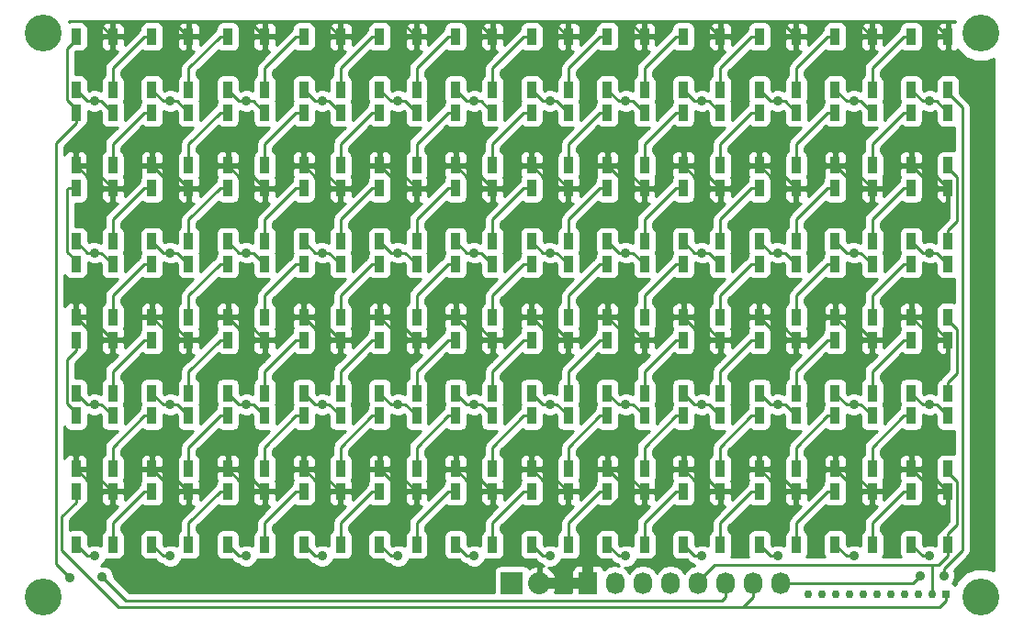
<source format=gbr>
G04 #@! TF.FileFunction,Copper,L1,Top,Signal*
%FSLAX46Y46*%
G04 Gerber Fmt 4.6, Leading zero omitted, Abs format (unit mm)*
G04 Created by KiCad (PCBNEW (2015-02-14 BZR 5415)-product) date jeu. 05 mars 2015 22:43:21 CET*
%MOMM*%
G01*
G04 APERTURE LIST*
%ADD10C,0.100000*%
%ADD11R,1.727200X2.032000*%
%ADD12O,1.727200X2.032000*%
%ADD13R,2.032000X2.032000*%
%ADD14O,2.032000X2.032000*%
%ADD15R,0.762000X0.762000*%
%ADD16C,0.762000*%
%ADD17R,0.899160X1.501140*%
%ADD18C,3.400000*%
%ADD19C,0.889000*%
%ADD20C,0.254000*%
%ADD21C,1.016000*%
G04 APERTURE END LIST*
D10*
D11*
X67000000Y-68000000D03*
D12*
X69540000Y-68000000D03*
X72080000Y-68000000D03*
X74620000Y-68000000D03*
X77160000Y-68000000D03*
X79700000Y-68000000D03*
X82240000Y-68000000D03*
X84780000Y-68000000D03*
D13*
X60000000Y-68000000D03*
D14*
X62540000Y-68000000D03*
D15*
X100000000Y-69000000D03*
D16*
X98730000Y-69000000D03*
X97460000Y-69000000D03*
X96190000Y-69000000D03*
X94920000Y-69000000D03*
X93650000Y-69000000D03*
X92380000Y-69000000D03*
X91110000Y-69000000D03*
X89840000Y-69000000D03*
X88570000Y-69000000D03*
X87300000Y-69000000D03*
D17*
X19800740Y-17548900D03*
X23199260Y-17548900D03*
X23199260Y-22451100D03*
X19800740Y-22451100D03*
X96800740Y-59548900D03*
X100199260Y-59548900D03*
X100199260Y-64451100D03*
X96800740Y-64451100D03*
X89800740Y-59548900D03*
X93199260Y-59548900D03*
X93199260Y-64451100D03*
X89800740Y-64451100D03*
X82800740Y-59548900D03*
X86199260Y-59548900D03*
X86199260Y-64451100D03*
X82800740Y-64451100D03*
X75800740Y-59548900D03*
X79199260Y-59548900D03*
X79199260Y-64451100D03*
X75800740Y-64451100D03*
X68800740Y-59548900D03*
X72199260Y-59548900D03*
X72199260Y-64451100D03*
X68800740Y-64451100D03*
X61800740Y-59548900D03*
X65199260Y-59548900D03*
X65199260Y-64451100D03*
X61800740Y-64451100D03*
X54800740Y-59548900D03*
X58199260Y-59548900D03*
X58199260Y-64451100D03*
X54800740Y-64451100D03*
X47800740Y-59548900D03*
X51199260Y-59548900D03*
X51199260Y-64451100D03*
X47800740Y-64451100D03*
X40800740Y-59548900D03*
X44199260Y-59548900D03*
X44199260Y-64451100D03*
X40800740Y-64451100D03*
X33800740Y-59548900D03*
X37199260Y-59548900D03*
X37199260Y-64451100D03*
X33800740Y-64451100D03*
X26800740Y-59548900D03*
X30199260Y-59548900D03*
X30199260Y-64451100D03*
X26800740Y-64451100D03*
X19800740Y-59548900D03*
X23199260Y-59548900D03*
X23199260Y-64451100D03*
X19800740Y-64451100D03*
X100199260Y-57451100D03*
X96800740Y-57451100D03*
X96800740Y-52548900D03*
X100199260Y-52548900D03*
X93199260Y-57451100D03*
X89800740Y-57451100D03*
X89800740Y-52548900D03*
X93199260Y-52548900D03*
X86199260Y-57451100D03*
X82800740Y-57451100D03*
X82800740Y-52548900D03*
X86199260Y-52548900D03*
X79199260Y-57451100D03*
X75800740Y-57451100D03*
X75800740Y-52548900D03*
X79199260Y-52548900D03*
X72199260Y-57451100D03*
X68800740Y-57451100D03*
X68800740Y-52548900D03*
X72199260Y-52548900D03*
X65199260Y-57451100D03*
X61800740Y-57451100D03*
X61800740Y-52548900D03*
X65199260Y-52548900D03*
X58199260Y-57451100D03*
X54800740Y-57451100D03*
X54800740Y-52548900D03*
X58199260Y-52548900D03*
X51199260Y-57451100D03*
X47800740Y-57451100D03*
X47800740Y-52548900D03*
X51199260Y-52548900D03*
X44199260Y-57451100D03*
X40800740Y-57451100D03*
X40800740Y-52548900D03*
X44199260Y-52548900D03*
X37199260Y-57451100D03*
X33800740Y-57451100D03*
X33800740Y-52548900D03*
X37199260Y-52548900D03*
X30199260Y-57451100D03*
X26800740Y-57451100D03*
X26800740Y-52548900D03*
X30199260Y-52548900D03*
X23199260Y-57451100D03*
X19800740Y-57451100D03*
X19800740Y-52548900D03*
X23199260Y-52548900D03*
X96800740Y-45548900D03*
X100199260Y-45548900D03*
X100199260Y-50451100D03*
X96800740Y-50451100D03*
X89800740Y-45548900D03*
X93199260Y-45548900D03*
X93199260Y-50451100D03*
X89800740Y-50451100D03*
X82800740Y-45548900D03*
X86199260Y-45548900D03*
X86199260Y-50451100D03*
X82800740Y-50451100D03*
X75800740Y-45548900D03*
X79199260Y-45548900D03*
X79199260Y-50451100D03*
X75800740Y-50451100D03*
X68800740Y-45548900D03*
X72199260Y-45548900D03*
X72199260Y-50451100D03*
X68800740Y-50451100D03*
X61800740Y-45548900D03*
X65199260Y-45548900D03*
X65199260Y-50451100D03*
X61800740Y-50451100D03*
X54800740Y-45548900D03*
X58199260Y-45548900D03*
X58199260Y-50451100D03*
X54800740Y-50451100D03*
X47800740Y-45548900D03*
X51199260Y-45548900D03*
X51199260Y-50451100D03*
X47800740Y-50451100D03*
X40800740Y-45548900D03*
X44199260Y-45548900D03*
X44199260Y-50451100D03*
X40800740Y-50451100D03*
X33800740Y-45548900D03*
X37199260Y-45548900D03*
X37199260Y-50451100D03*
X33800740Y-50451100D03*
X26800740Y-45548900D03*
X30199260Y-45548900D03*
X30199260Y-50451100D03*
X26800740Y-50451100D03*
X19800740Y-45548900D03*
X23199260Y-45548900D03*
X23199260Y-50451100D03*
X19800740Y-50451100D03*
X100199260Y-43451100D03*
X96800740Y-43451100D03*
X96800740Y-38548900D03*
X100199260Y-38548900D03*
X93199260Y-43451100D03*
X89800740Y-43451100D03*
X89800740Y-38548900D03*
X93199260Y-38548900D03*
X86199260Y-43451100D03*
X82800740Y-43451100D03*
X82800740Y-38548900D03*
X86199260Y-38548900D03*
X79199260Y-43451100D03*
X75800740Y-43451100D03*
X75800740Y-38548900D03*
X79199260Y-38548900D03*
X72199260Y-43451100D03*
X68800740Y-43451100D03*
X68800740Y-38548900D03*
X72199260Y-38548900D03*
X65199260Y-43451100D03*
X61800740Y-43451100D03*
X61800740Y-38548900D03*
X65199260Y-38548900D03*
X58199260Y-43451100D03*
X54800740Y-43451100D03*
X54800740Y-38548900D03*
X58199260Y-38548900D03*
X51199260Y-43451100D03*
X47800740Y-43451100D03*
X47800740Y-38548900D03*
X51199260Y-38548900D03*
X44199260Y-43451100D03*
X40800740Y-43451100D03*
X40800740Y-38548900D03*
X44199260Y-38548900D03*
X37199260Y-43451100D03*
X33800740Y-43451100D03*
X33800740Y-38548900D03*
X37199260Y-38548900D03*
X30199260Y-43451100D03*
X26800740Y-43451100D03*
X26800740Y-38548900D03*
X30199260Y-38548900D03*
X23199260Y-43451100D03*
X19800740Y-43451100D03*
X19800740Y-38548900D03*
X23199260Y-38548900D03*
X96800740Y-31548900D03*
X100199260Y-31548900D03*
X100199260Y-36451100D03*
X96800740Y-36451100D03*
X89800740Y-31548900D03*
X93199260Y-31548900D03*
X93199260Y-36451100D03*
X89800740Y-36451100D03*
X82800740Y-31548900D03*
X86199260Y-31548900D03*
X86199260Y-36451100D03*
X82800740Y-36451100D03*
X75800740Y-31548900D03*
X79199260Y-31548900D03*
X79199260Y-36451100D03*
X75800740Y-36451100D03*
X68800740Y-31548900D03*
X72199260Y-31548900D03*
X72199260Y-36451100D03*
X68800740Y-36451100D03*
X61800740Y-31548900D03*
X65199260Y-31548900D03*
X65199260Y-36451100D03*
X61800740Y-36451100D03*
X54800740Y-31548900D03*
X58199260Y-31548900D03*
X58199260Y-36451100D03*
X54800740Y-36451100D03*
X47800740Y-31548900D03*
X51199260Y-31548900D03*
X51199260Y-36451100D03*
X47800740Y-36451100D03*
X40800740Y-31548900D03*
X44199260Y-31548900D03*
X44199260Y-36451100D03*
X40800740Y-36451100D03*
X33800740Y-31548900D03*
X37199260Y-31548900D03*
X37199260Y-36451100D03*
X33800740Y-36451100D03*
X26800740Y-31548900D03*
X30199260Y-31548900D03*
X30199260Y-36451100D03*
X26800740Y-36451100D03*
X19800740Y-31548900D03*
X23199260Y-31548900D03*
X23199260Y-36451100D03*
X19800740Y-36451100D03*
X100199260Y-29451100D03*
X96800740Y-29451100D03*
X96800740Y-24548900D03*
X100199260Y-24548900D03*
X93199260Y-29451100D03*
X89800740Y-29451100D03*
X89800740Y-24548900D03*
X93199260Y-24548900D03*
X86199260Y-29451100D03*
X82800740Y-29451100D03*
X82800740Y-24548900D03*
X86199260Y-24548900D03*
X79199260Y-29451100D03*
X75800740Y-29451100D03*
X75800740Y-24548900D03*
X79199260Y-24548900D03*
X72199260Y-29451100D03*
X68800740Y-29451100D03*
X68800740Y-24548900D03*
X72199260Y-24548900D03*
X65199260Y-29451100D03*
X61800740Y-29451100D03*
X61800740Y-24548900D03*
X65199260Y-24548900D03*
X58199260Y-29451100D03*
X54800740Y-29451100D03*
X54800740Y-24548900D03*
X58199260Y-24548900D03*
X51199260Y-29451100D03*
X47800740Y-29451100D03*
X47800740Y-24548900D03*
X51199260Y-24548900D03*
X44199260Y-29451100D03*
X40800740Y-29451100D03*
X40800740Y-24548900D03*
X44199260Y-24548900D03*
X37199260Y-29451100D03*
X33800740Y-29451100D03*
X33800740Y-24548900D03*
X37199260Y-24548900D03*
X30199260Y-29451100D03*
X26800740Y-29451100D03*
X26800740Y-24548900D03*
X30199260Y-24548900D03*
X23199260Y-29451100D03*
X19800740Y-29451100D03*
X19800740Y-24548900D03*
X23199260Y-24548900D03*
X96800740Y-17548900D03*
X100199260Y-17548900D03*
X100199260Y-22451100D03*
X96800740Y-22451100D03*
X89800740Y-17548900D03*
X93199260Y-17548900D03*
X93199260Y-22451100D03*
X89800740Y-22451100D03*
X82800740Y-17548900D03*
X86199260Y-17548900D03*
X86199260Y-22451100D03*
X82800740Y-22451100D03*
X75800740Y-17548900D03*
X79199260Y-17548900D03*
X79199260Y-22451100D03*
X75800740Y-22451100D03*
X68800740Y-17548900D03*
X72199260Y-17548900D03*
X72199260Y-22451100D03*
X68800740Y-22451100D03*
X61800740Y-17548900D03*
X65199260Y-17548900D03*
X65199260Y-22451100D03*
X61800740Y-22451100D03*
X54800740Y-17548900D03*
X58199260Y-17548900D03*
X58199260Y-22451100D03*
X54800740Y-22451100D03*
X47800740Y-17548900D03*
X51199260Y-17548900D03*
X51199260Y-22451100D03*
X47800740Y-22451100D03*
X40800740Y-17548900D03*
X44199260Y-17548900D03*
X44199260Y-22451100D03*
X40800740Y-22451100D03*
X33800740Y-17548900D03*
X37199260Y-17548900D03*
X37199260Y-22451100D03*
X33800740Y-22451100D03*
X26800740Y-17548900D03*
X30199260Y-17548900D03*
X30199260Y-22451100D03*
X26800740Y-22451100D03*
D18*
X16750000Y-17250000D03*
X103250000Y-17250000D03*
X16750000Y-69250000D03*
X103250000Y-69250000D03*
D19*
X84500000Y-65500000D03*
X98500000Y-65500000D03*
X91500000Y-65500000D03*
X77500000Y-65500000D03*
X70500000Y-65500000D03*
X63500000Y-65500000D03*
X56500000Y-65500000D03*
X49500000Y-65500000D03*
X42500000Y-65500000D03*
X35500000Y-65500000D03*
X28500000Y-65500000D03*
X21500000Y-65500000D03*
X98500000Y-51500000D03*
X91500000Y-51500000D03*
X84500000Y-51500000D03*
X77500000Y-51500000D03*
X70500000Y-51500000D03*
X63500000Y-51500000D03*
X56500000Y-51500000D03*
X49500000Y-51500000D03*
X42500000Y-51500000D03*
X35500000Y-51500000D03*
X28500000Y-51500000D03*
X21500000Y-51500000D03*
X98500000Y-37500000D03*
X91500000Y-37500000D03*
X84500000Y-37500000D03*
X77500000Y-37500000D03*
X70500000Y-37500000D03*
X63500000Y-37500000D03*
X56500000Y-37500000D03*
X49500000Y-37500000D03*
X42500000Y-37500000D03*
X35500000Y-37500000D03*
X28500000Y-37500000D03*
X21500000Y-37500000D03*
X98500000Y-23500000D03*
X91500000Y-23500000D03*
X84500000Y-23500000D03*
X77500000Y-23500000D03*
X70500000Y-23500000D03*
X63500000Y-23500000D03*
X56500000Y-23500000D03*
X49500000Y-23500000D03*
X42500000Y-23500000D03*
X35500000Y-23500000D03*
X28500000Y-23500000D03*
X21500000Y-23500000D03*
X21500000Y-58500000D03*
X28500000Y-58500000D03*
X35500000Y-58500000D03*
X42500000Y-58500000D03*
X49500000Y-58500000D03*
X56500000Y-58500000D03*
X63500000Y-58500000D03*
X70500000Y-58500000D03*
X77500000Y-58500000D03*
X84500000Y-58500000D03*
X91500000Y-58500000D03*
X98500000Y-58500000D03*
X98500000Y-44500000D03*
X91500000Y-44500000D03*
X84500000Y-44500000D03*
X77500000Y-44500000D03*
X70500000Y-44500000D03*
X63500000Y-44500000D03*
X56500000Y-44500000D03*
X49500000Y-44500000D03*
X42500000Y-44500000D03*
X35500000Y-44500000D03*
X28500000Y-44500000D03*
X21500000Y-44500000D03*
X98500000Y-30500000D03*
X91500000Y-30500000D03*
X84500000Y-30500000D03*
X77500000Y-30500000D03*
X70500000Y-30500000D03*
X63500000Y-30500000D03*
X56500000Y-30500000D03*
X49500000Y-30500000D03*
X42500000Y-30500000D03*
X35500000Y-30500000D03*
X28500000Y-30500000D03*
X21500000Y-30500000D03*
X98500000Y-16500000D03*
X91500000Y-16500000D03*
X84500000Y-16500000D03*
X77500000Y-16500000D03*
X70500000Y-16500000D03*
X63500000Y-16500000D03*
X56500000Y-16500000D03*
X49500000Y-16500000D03*
X42500000Y-16500000D03*
X35500000Y-16500000D03*
X28500000Y-16500000D03*
X21500000Y-16500000D03*
X97640000Y-67310000D03*
X99800000Y-67310000D03*
X19250000Y-67500000D03*
X22225000Y-67450000D03*
D20*
X84500000Y-65500000D02*
X83849640Y-65500000D01*
X83849640Y-65500000D02*
X82800740Y-64451100D01*
X98500000Y-65500000D02*
X97849640Y-65500000D01*
X97849640Y-65500000D02*
X96800740Y-64451100D01*
X91500000Y-65500000D02*
X90849640Y-65500000D01*
X90849640Y-65500000D02*
X89800740Y-64451100D01*
X77500000Y-65500000D02*
X76849640Y-65500000D01*
X76849640Y-65500000D02*
X75800740Y-64451100D01*
X70500000Y-65500000D02*
X69849640Y-65500000D01*
X69849640Y-65500000D02*
X68800740Y-64451100D01*
X63500000Y-65500000D02*
X62849640Y-65500000D01*
X62849640Y-65500000D02*
X61800740Y-64451100D01*
X56500000Y-65500000D02*
X55849640Y-65500000D01*
X55849640Y-65500000D02*
X54800740Y-64451100D01*
X49500000Y-65500000D02*
X48849640Y-65500000D01*
X48849640Y-65500000D02*
X47800740Y-64451100D01*
X42500000Y-65500000D02*
X41849640Y-65500000D01*
X41849640Y-65500000D02*
X40800740Y-64451100D01*
X35500000Y-65500000D02*
X34849640Y-65500000D01*
X34849640Y-65500000D02*
X33800740Y-64451100D01*
X28500000Y-65500000D02*
X27849640Y-65500000D01*
X27849640Y-65500000D02*
X26800740Y-64451100D01*
X21500000Y-65500000D02*
X20849640Y-65500000D01*
X20849640Y-65500000D02*
X19800740Y-64451100D01*
X98500000Y-51500000D02*
X97849640Y-51500000D01*
X97849640Y-51500000D02*
X96800740Y-50451100D01*
X98500000Y-51500000D02*
X99150360Y-51500000D01*
X99150360Y-51500000D02*
X100199260Y-52548900D01*
X91500000Y-51500000D02*
X90849640Y-51500000D01*
X90849640Y-51500000D02*
X89800740Y-50451100D01*
X91500000Y-51500000D02*
X92150360Y-51500000D01*
X92150360Y-51500000D02*
X93199260Y-52548900D01*
X84500000Y-51500000D02*
X83849640Y-51500000D01*
X83849640Y-51500000D02*
X82800740Y-50451100D01*
X84500000Y-51500000D02*
X85150360Y-51500000D01*
X85150360Y-51500000D02*
X86199260Y-52548900D01*
X77500000Y-51500000D02*
X76849640Y-51500000D01*
X76849640Y-51500000D02*
X75800740Y-50451100D01*
X77500000Y-51500000D02*
X78150360Y-51500000D01*
X78150360Y-51500000D02*
X79199260Y-52548900D01*
X70500000Y-51500000D02*
X69849640Y-51500000D01*
X69849640Y-51500000D02*
X68800740Y-50451100D01*
X70500000Y-51500000D02*
X71150360Y-51500000D01*
X71150360Y-51500000D02*
X72199260Y-52548900D01*
X63500000Y-51500000D02*
X62849640Y-51500000D01*
X62849640Y-51500000D02*
X61800740Y-50451100D01*
X63500000Y-51500000D02*
X64150360Y-51500000D01*
X64150360Y-51500000D02*
X65199260Y-52548900D01*
X56500000Y-51500000D02*
X55849640Y-51500000D01*
X55849640Y-51500000D02*
X54800740Y-50451100D01*
X56500000Y-51500000D02*
X57150360Y-51500000D01*
X57150360Y-51500000D02*
X58199260Y-52548900D01*
X49500000Y-51500000D02*
X48849640Y-51500000D01*
X48849640Y-51500000D02*
X47800740Y-50451100D01*
X49500000Y-51500000D02*
X50150360Y-51500000D01*
X50150360Y-51500000D02*
X51199260Y-52548900D01*
X42500000Y-51500000D02*
X41849640Y-51500000D01*
X41849640Y-51500000D02*
X40800740Y-50451100D01*
X42500000Y-51500000D02*
X43150360Y-51500000D01*
X43150360Y-51500000D02*
X44199260Y-52548900D01*
X35500000Y-51500000D02*
X34849640Y-51500000D01*
X34849640Y-51500000D02*
X33800740Y-50451100D01*
X35500000Y-51500000D02*
X36150360Y-51500000D01*
X36150360Y-51500000D02*
X37199260Y-52548900D01*
X28500000Y-51500000D02*
X27849640Y-51500000D01*
X27849640Y-51500000D02*
X26800740Y-50451100D01*
X28500000Y-51500000D02*
X29150360Y-51500000D01*
X29150360Y-51500000D02*
X30199260Y-52548900D01*
X21500000Y-51500000D02*
X20849640Y-51500000D01*
X20849640Y-51500000D02*
X19800740Y-50451100D01*
X21500000Y-51500000D02*
X22150360Y-51500000D01*
X22150360Y-51500000D02*
X23199260Y-52548900D01*
X98500000Y-37500000D02*
X97849640Y-37500000D01*
X97849640Y-37500000D02*
X96800740Y-36451100D01*
X98500000Y-37500000D02*
X99150360Y-37500000D01*
X99150360Y-37500000D02*
X100199260Y-38548900D01*
X91500000Y-37500000D02*
X90849640Y-37500000D01*
X90849640Y-37500000D02*
X89800740Y-36451100D01*
X91500000Y-37500000D02*
X92150360Y-37500000D01*
X92150360Y-37500000D02*
X93199260Y-38548900D01*
X84500000Y-37500000D02*
X83849640Y-37500000D01*
X83849640Y-37500000D02*
X82800740Y-36451100D01*
X84500000Y-37500000D02*
X85150360Y-37500000D01*
X85150360Y-37500000D02*
X86199260Y-38548900D01*
X77500000Y-37500000D02*
X76849640Y-37500000D01*
X76849640Y-37500000D02*
X75800740Y-36451100D01*
X77500000Y-37500000D02*
X78150360Y-37500000D01*
X78150360Y-37500000D02*
X79199260Y-38548900D01*
X70500000Y-37500000D02*
X69849640Y-37500000D01*
X69849640Y-37500000D02*
X68800740Y-36451100D01*
X70500000Y-37500000D02*
X71150360Y-37500000D01*
X71150360Y-37500000D02*
X72199260Y-38548900D01*
X63500000Y-37500000D02*
X62849640Y-37500000D01*
X62849640Y-37500000D02*
X61800740Y-36451100D01*
X63500000Y-37500000D02*
X64150360Y-37500000D01*
X64150360Y-37500000D02*
X65199260Y-38548900D01*
X56500000Y-37500000D02*
X57150360Y-37500000D01*
X57150360Y-37500000D02*
X58199260Y-38548900D01*
X56500000Y-37500000D02*
X55849640Y-37500000D01*
X55849640Y-37500000D02*
X54800740Y-36451100D01*
X49500000Y-37500000D02*
X48849640Y-37500000D01*
X48849640Y-37500000D02*
X47800740Y-36451100D01*
X49500000Y-37500000D02*
X50150360Y-37500000D01*
X50150360Y-37500000D02*
X51199260Y-38548900D01*
X42500000Y-37500000D02*
X41849640Y-37500000D01*
X41849640Y-37500000D02*
X40800740Y-36451100D01*
X42500000Y-37500000D02*
X43150360Y-37500000D01*
X43150360Y-37500000D02*
X44199260Y-38548900D01*
X35500000Y-37500000D02*
X34849640Y-37500000D01*
X34849640Y-37500000D02*
X33800740Y-36451100D01*
X35500000Y-37500000D02*
X36150360Y-37500000D01*
X36150360Y-37500000D02*
X37199260Y-38548900D01*
X28500000Y-37500000D02*
X27849640Y-37500000D01*
X27849640Y-37500000D02*
X26800740Y-36451100D01*
X28500000Y-37500000D02*
X29150360Y-37500000D01*
X29150360Y-37500000D02*
X30199260Y-38548900D01*
X21500000Y-37500000D02*
X20849640Y-37500000D01*
X20849640Y-37500000D02*
X19800740Y-36451100D01*
X21500000Y-37500000D02*
X22150360Y-37500000D01*
X22150360Y-37500000D02*
X23199260Y-38548900D01*
X98500000Y-23500000D02*
X97849640Y-23500000D01*
X97849640Y-23500000D02*
X96800740Y-22451100D01*
X98500000Y-23500000D02*
X99150360Y-23500000D01*
X99150360Y-23500000D02*
X100199260Y-24548900D01*
X91500000Y-23500000D02*
X90849640Y-23500000D01*
X90849640Y-23500000D02*
X89800740Y-22451100D01*
X91500000Y-23500000D02*
X92150360Y-23500000D01*
X92150360Y-23500000D02*
X93199260Y-24548900D01*
X84500000Y-23500000D02*
X83849640Y-23500000D01*
X83849640Y-23500000D02*
X82800740Y-22451100D01*
X84500000Y-23500000D02*
X85150360Y-23500000D01*
X85150360Y-23500000D02*
X86199260Y-24548900D01*
X77500000Y-23500000D02*
X76849640Y-23500000D01*
X76849640Y-23500000D02*
X75800740Y-22451100D01*
X77500000Y-23500000D02*
X78150360Y-23500000D01*
X78150360Y-23500000D02*
X79199260Y-24548900D01*
X70500000Y-23500000D02*
X69849640Y-23500000D01*
X69849640Y-23500000D02*
X68800740Y-22451100D01*
X70500000Y-23500000D02*
X71150360Y-23500000D01*
X71150360Y-23500000D02*
X72199260Y-24548900D01*
X63500000Y-23500000D02*
X62849640Y-23500000D01*
X62849640Y-23500000D02*
X61800740Y-22451100D01*
X63500000Y-23500000D02*
X64150360Y-23500000D01*
X64150360Y-23500000D02*
X65199260Y-24548900D01*
X56500000Y-23500000D02*
X55849640Y-23500000D01*
X55849640Y-23500000D02*
X54800740Y-22451100D01*
X56500000Y-23500000D02*
X57150360Y-23500000D01*
X57150360Y-23500000D02*
X58199260Y-24548900D01*
X49500000Y-23500000D02*
X48849640Y-23500000D01*
X48849640Y-23500000D02*
X47800740Y-22451100D01*
X49500000Y-23500000D02*
X50150360Y-23500000D01*
X50150360Y-23500000D02*
X51199260Y-24548900D01*
X42500000Y-23500000D02*
X41849640Y-23500000D01*
X41849640Y-23500000D02*
X40800740Y-22451100D01*
X42500000Y-23500000D02*
X43150360Y-23500000D01*
X43150360Y-23500000D02*
X44199260Y-24548900D01*
X35500000Y-23500000D02*
X34849640Y-23500000D01*
X34849640Y-23500000D02*
X33800740Y-22451100D01*
X35500000Y-23500000D02*
X36150360Y-23500000D01*
X36150360Y-23500000D02*
X37199260Y-24548900D01*
X28500000Y-23500000D02*
X27849640Y-23500000D01*
X27849640Y-23500000D02*
X26800740Y-22451100D01*
X28500000Y-23500000D02*
X29150360Y-23500000D01*
X29150360Y-23500000D02*
X30199260Y-24548900D01*
X21500000Y-23500000D02*
X20849640Y-23500000D01*
X20849640Y-23500000D02*
X19800740Y-22451100D01*
X21500000Y-23500000D02*
X22150360Y-23500000D01*
X22150360Y-23500000D02*
X23199260Y-24548900D01*
X21500000Y-58500000D02*
X20849640Y-58500000D01*
X20849640Y-58500000D02*
X19800740Y-57451100D01*
X21500000Y-58500000D02*
X22150360Y-58500000D01*
X22150360Y-58500000D02*
X23199260Y-59548900D01*
X28500000Y-58500000D02*
X27849640Y-58500000D01*
X27849640Y-58500000D02*
X26800740Y-57451100D01*
X28500000Y-58500000D02*
X29150360Y-58500000D01*
X29150360Y-58500000D02*
X30199260Y-59548900D01*
X35500000Y-58500000D02*
X34849640Y-58500000D01*
X34849640Y-58500000D02*
X33800740Y-57451100D01*
X35500000Y-58500000D02*
X36150360Y-58500000D01*
X36150360Y-58500000D02*
X37199260Y-59548900D01*
X42500000Y-58500000D02*
X41849640Y-58500000D01*
X41849640Y-58500000D02*
X40800740Y-57451100D01*
X42500000Y-58500000D02*
X43150360Y-58500000D01*
X43150360Y-58500000D02*
X44199260Y-59548900D01*
X49500000Y-58500000D02*
X48849640Y-58500000D01*
X48849640Y-58500000D02*
X47800740Y-57451100D01*
X49500000Y-58500000D02*
X50150360Y-58500000D01*
X50150360Y-58500000D02*
X51199260Y-59548900D01*
X56500000Y-58500000D02*
X55849640Y-58500000D01*
X55849640Y-58500000D02*
X54800740Y-57451100D01*
X56500000Y-58500000D02*
X57150360Y-58500000D01*
X57150360Y-58500000D02*
X58199260Y-59548900D01*
X63500000Y-58500000D02*
X62849640Y-58500000D01*
X62849640Y-58500000D02*
X61800740Y-57451100D01*
X63500000Y-58500000D02*
X64150360Y-58500000D01*
X64150360Y-58500000D02*
X65199260Y-59548900D01*
X70500000Y-58500000D02*
X69849640Y-58500000D01*
X69849640Y-58500000D02*
X68800740Y-57451100D01*
X70500000Y-58500000D02*
X71150360Y-58500000D01*
X71150360Y-58500000D02*
X72199260Y-59548900D01*
X77500000Y-58500000D02*
X76849640Y-58500000D01*
X76849640Y-58500000D02*
X75800740Y-57451100D01*
X77500000Y-58500000D02*
X78150360Y-58500000D01*
X78150360Y-58500000D02*
X79199260Y-59548900D01*
X84500000Y-58500000D02*
X83849640Y-58500000D01*
X83849640Y-58500000D02*
X82800740Y-57451100D01*
X84500000Y-58500000D02*
X85150360Y-58500000D01*
X85150360Y-58500000D02*
X86199260Y-59548900D01*
X91500000Y-58500000D02*
X90849640Y-58500000D01*
X90849640Y-58500000D02*
X89800740Y-57451100D01*
X91500000Y-58500000D02*
X92150360Y-58500000D01*
X92150360Y-58500000D02*
X93199260Y-59548900D01*
X98500000Y-58500000D02*
X97849640Y-58500000D01*
X97849640Y-58500000D02*
X96800740Y-57451100D01*
X98500000Y-58500000D02*
X99150360Y-58500000D01*
X99150360Y-58500000D02*
X100199260Y-59548900D01*
X98500000Y-44500000D02*
X97849640Y-44500000D01*
X97849640Y-44500000D02*
X96800740Y-43451100D01*
X98500000Y-44500000D02*
X99150360Y-44500000D01*
X99150360Y-44500000D02*
X100199260Y-45548900D01*
X91500000Y-44500000D02*
X90849640Y-44500000D01*
X90849640Y-44500000D02*
X89800740Y-43451100D01*
X91500000Y-44500000D02*
X92150360Y-44500000D01*
X92150360Y-44500000D02*
X93199260Y-45548900D01*
X84500000Y-44500000D02*
X83849640Y-44500000D01*
X83849640Y-44500000D02*
X82800740Y-43451100D01*
X84500000Y-44500000D02*
X85150360Y-44500000D01*
X85150360Y-44500000D02*
X86199260Y-45548900D01*
X77500000Y-44500000D02*
X76849640Y-44500000D01*
X76849640Y-44500000D02*
X75800740Y-43451100D01*
X77500000Y-44500000D02*
X78150360Y-44500000D01*
X78150360Y-44500000D02*
X79199260Y-45548900D01*
X70500000Y-44500000D02*
X69849640Y-44500000D01*
X69849640Y-44500000D02*
X68800740Y-43451100D01*
X70500000Y-44500000D02*
X71150360Y-44500000D01*
X71150360Y-44500000D02*
X72199260Y-45548900D01*
X63500000Y-44500000D02*
X62849640Y-44500000D01*
X62849640Y-44500000D02*
X61800740Y-43451100D01*
X63500000Y-44500000D02*
X64150360Y-44500000D01*
X64150360Y-44500000D02*
X65199260Y-45548900D01*
X56500000Y-44500000D02*
X55849640Y-44500000D01*
X55849640Y-44500000D02*
X54800740Y-43451100D01*
X56500000Y-44500000D02*
X57150360Y-44500000D01*
X57150360Y-44500000D02*
X58199260Y-45548900D01*
X49500000Y-44500000D02*
X48849640Y-44500000D01*
X48849640Y-44500000D02*
X47800740Y-43451100D01*
X49500000Y-44500000D02*
X50150360Y-44500000D01*
X50150360Y-44500000D02*
X51199260Y-45548900D01*
X42500000Y-44500000D02*
X41849640Y-44500000D01*
X41849640Y-44500000D02*
X40800740Y-43451100D01*
X42500000Y-44500000D02*
X43150360Y-44500000D01*
X43150360Y-44500000D02*
X44199260Y-45548900D01*
X35500000Y-44500000D02*
X34849640Y-44500000D01*
X34849640Y-44500000D02*
X33800740Y-43451100D01*
X35500000Y-44500000D02*
X36150360Y-44500000D01*
X36150360Y-44500000D02*
X37199260Y-45548900D01*
X28500000Y-44500000D02*
X27849640Y-44500000D01*
X27849640Y-44500000D02*
X26800740Y-43451100D01*
X28500000Y-44500000D02*
X29150360Y-44500000D01*
X29150360Y-44500000D02*
X30199260Y-45548900D01*
X21500000Y-44500000D02*
X20849640Y-44500000D01*
X20849640Y-44500000D02*
X19800740Y-43451100D01*
X21500000Y-44500000D02*
X22150360Y-44500000D01*
X22150360Y-44500000D02*
X23199260Y-45548900D01*
X98500000Y-30500000D02*
X97849640Y-30500000D01*
X97849640Y-30500000D02*
X96800740Y-29451100D01*
X98500000Y-30500000D02*
X99150360Y-30500000D01*
X99150360Y-30500000D02*
X100199260Y-31548900D01*
X91500000Y-30500000D02*
X90849640Y-30500000D01*
X90849640Y-30500000D02*
X89800740Y-29451100D01*
X91500000Y-30500000D02*
X92150360Y-30500000D01*
X92150360Y-30500000D02*
X93199260Y-31548900D01*
X84500000Y-30500000D02*
X83849640Y-30500000D01*
X83849640Y-30500000D02*
X82800740Y-29451100D01*
X84500000Y-30500000D02*
X85150360Y-30500000D01*
X85150360Y-30500000D02*
X86199260Y-31548900D01*
X77500000Y-30500000D02*
X76849640Y-30500000D01*
X76849640Y-30500000D02*
X75800740Y-29451100D01*
X77500000Y-30500000D02*
X78150360Y-30500000D01*
X78150360Y-30500000D02*
X79199260Y-31548900D01*
X70500000Y-30500000D02*
X69849640Y-30500000D01*
X69849640Y-30500000D02*
X68800740Y-29451100D01*
X70500000Y-30500000D02*
X71150360Y-30500000D01*
X71150360Y-30500000D02*
X72199260Y-31548900D01*
X63500000Y-30500000D02*
X62849640Y-30500000D01*
X62849640Y-30500000D02*
X61800740Y-29451100D01*
X63500000Y-30500000D02*
X64150360Y-30500000D01*
X64150360Y-30500000D02*
X65199260Y-31548900D01*
X56500000Y-30500000D02*
X55849640Y-30500000D01*
X55849640Y-30500000D02*
X54800740Y-29451100D01*
X56500000Y-30500000D02*
X57150360Y-30500000D01*
X57150360Y-30500000D02*
X58199260Y-31548900D01*
X49500000Y-30500000D02*
X48849640Y-30500000D01*
X48849640Y-30500000D02*
X47800740Y-29451100D01*
X49500000Y-30500000D02*
X50150360Y-30500000D01*
X50150360Y-30500000D02*
X51199260Y-31548900D01*
X42500000Y-30500000D02*
X41849640Y-30500000D01*
X41849640Y-30500000D02*
X40800740Y-29451100D01*
X42500000Y-30500000D02*
X43150360Y-30500000D01*
X43150360Y-30500000D02*
X44199260Y-31548900D01*
X35500000Y-30500000D02*
X34849640Y-30500000D01*
X34849640Y-30500000D02*
X33800740Y-29451100D01*
X35500000Y-30500000D02*
X36150360Y-30500000D01*
X36150360Y-30500000D02*
X37199260Y-31548900D01*
X28500000Y-30500000D02*
X27849640Y-30500000D01*
X27849640Y-30500000D02*
X26800740Y-29451100D01*
X28500000Y-30500000D02*
X29150360Y-30500000D01*
X29150360Y-30500000D02*
X30199260Y-31548900D01*
X21500000Y-30500000D02*
X20849640Y-30500000D01*
X20849640Y-30500000D02*
X19800740Y-29451100D01*
X21500000Y-30500000D02*
X22150360Y-30500000D01*
X22150360Y-30500000D02*
X23199260Y-31548900D01*
X98500000Y-16500000D02*
X99150360Y-16500000D01*
X99150360Y-16500000D02*
X100199260Y-17548900D01*
X91500000Y-16500000D02*
X92150360Y-16500000D01*
X92150360Y-16500000D02*
X93199260Y-17548900D01*
X84500000Y-16500000D02*
X85150360Y-16500000D01*
X85150360Y-16500000D02*
X86199260Y-17548900D01*
X77500000Y-16500000D02*
X78150360Y-16500000D01*
X78150360Y-16500000D02*
X79199260Y-17548900D01*
X70500000Y-16500000D02*
X71150360Y-16500000D01*
X71150360Y-16500000D02*
X72199260Y-17548900D01*
X63500000Y-16500000D02*
X64150360Y-16500000D01*
X64150360Y-16500000D02*
X65199260Y-17548900D01*
X56500000Y-16500000D02*
X57150360Y-16500000D01*
X57150360Y-16500000D02*
X58199260Y-17548900D01*
X49500000Y-16500000D02*
X50150360Y-16500000D01*
X50150360Y-16500000D02*
X51199260Y-17548900D01*
X42500000Y-16500000D02*
X43150360Y-16500000D01*
X43150360Y-16500000D02*
X44199260Y-17548900D01*
X35500000Y-16500000D02*
X36150360Y-16500000D01*
X36150360Y-16500000D02*
X37199260Y-17548900D01*
X28500000Y-16500000D02*
X29150360Y-16500000D01*
X29150360Y-16500000D02*
X30199260Y-17548900D01*
X21500000Y-16500000D02*
X22150360Y-16500000D01*
X22150360Y-16500000D02*
X23199260Y-17548900D01*
D21*
X62540000Y-68000000D02*
X67000000Y-68000000D01*
X70500000Y-59128617D02*
X70500000Y-58500000D01*
X70500000Y-60180088D02*
X70500000Y-59128617D01*
X67000000Y-63680088D02*
X70500000Y-60180088D01*
X67000000Y-68000000D02*
X67000000Y-63680088D01*
D20*
X19800740Y-60553470D02*
X19800740Y-59548900D01*
X23750000Y-70250000D02*
X18500000Y-65000000D01*
X18500000Y-65000000D02*
X18500000Y-61854210D01*
X18500000Y-61854210D02*
X19800740Y-60553470D01*
X81260000Y-70250000D02*
X23750000Y-70250000D01*
X82240000Y-69270000D02*
X81260000Y-70250000D01*
X82240000Y-68000000D02*
X82240000Y-69270000D01*
X99385000Y-70250000D02*
X81260000Y-70250000D01*
X100000000Y-69635000D02*
X99385000Y-70250000D01*
X100000000Y-69000000D02*
X100000000Y-69635000D01*
X96950000Y-68000000D02*
X97640000Y-67310000D01*
X84780000Y-68000000D02*
X96950000Y-68000000D01*
X100199260Y-22752090D02*
X100199260Y-22451100D01*
X101537851Y-24090681D02*
X100199260Y-22752090D01*
X101537851Y-64943532D02*
X101537851Y-24090681D01*
X99800000Y-66681383D02*
X101537851Y-64943532D01*
X99800000Y-67310000D02*
X99800000Y-66681383D01*
X23199260Y-22451100D02*
X23199260Y-20446800D01*
X23199260Y-20446800D02*
X26097160Y-17548900D01*
X26097160Y-17548900D02*
X26800740Y-17548900D01*
X30199260Y-22451100D02*
X30199260Y-20446800D01*
X30199260Y-20446800D02*
X33097160Y-17548900D01*
X33097160Y-17548900D02*
X33800740Y-17548900D01*
X37199260Y-22451100D02*
X37199260Y-20446800D01*
X37199260Y-20446800D02*
X40097160Y-17548900D01*
X40097160Y-17548900D02*
X40800740Y-17548900D01*
X44199260Y-22451100D02*
X44199260Y-20446800D01*
X44199260Y-20446800D02*
X47097160Y-17548900D01*
X47097160Y-17548900D02*
X47800740Y-17548900D01*
X51199260Y-22451100D02*
X51199260Y-20446800D01*
X51199260Y-20446800D02*
X54097160Y-17548900D01*
X54097160Y-17548900D02*
X54800740Y-17548900D01*
X58199260Y-22451100D02*
X58199260Y-20446800D01*
X58199260Y-20446800D02*
X61097160Y-17548900D01*
X61097160Y-17548900D02*
X61800740Y-17548900D01*
X65199260Y-22451100D02*
X65199260Y-20446800D01*
X65199260Y-20446800D02*
X68097160Y-17548900D01*
X68097160Y-17548900D02*
X68800740Y-17548900D01*
X72199260Y-22451100D02*
X72199260Y-20446800D01*
X72199260Y-20446800D02*
X75097160Y-17548900D01*
X75097160Y-17548900D02*
X75800740Y-17548900D01*
X79199260Y-22451100D02*
X79199260Y-20446800D01*
X79199260Y-20446800D02*
X82097160Y-17548900D01*
X82097160Y-17548900D02*
X82800740Y-17548900D01*
X86199260Y-22451100D02*
X86199260Y-20446800D01*
X86199260Y-20446800D02*
X89097160Y-17548900D01*
X89097160Y-17548900D02*
X89800740Y-17548900D01*
X93199260Y-22451100D02*
X93199260Y-20446800D01*
X93199260Y-20446800D02*
X96097160Y-17548900D01*
X96097160Y-17548900D02*
X96800740Y-17548900D01*
X23199260Y-29451100D02*
X23199260Y-27446800D01*
X23199260Y-27446800D02*
X26097160Y-24548900D01*
X26097160Y-24548900D02*
X26800740Y-24548900D01*
X30199260Y-29451100D02*
X30199260Y-27446800D01*
X30199260Y-27446800D02*
X33097160Y-24548900D01*
X33097160Y-24548900D02*
X33800740Y-24548900D01*
X37199260Y-29451100D02*
X37199260Y-27446800D01*
X37199260Y-27446800D02*
X40097160Y-24548900D01*
X40097160Y-24548900D02*
X40800740Y-24548900D01*
X44199260Y-29451100D02*
X44199260Y-27446800D01*
X44199260Y-27446800D02*
X47097160Y-24548900D01*
X47097160Y-24548900D02*
X47800740Y-24548900D01*
X51199260Y-29451100D02*
X51199260Y-27446800D01*
X51199260Y-27446800D02*
X54097160Y-24548900D01*
X54097160Y-24548900D02*
X54800740Y-24548900D01*
X58199260Y-29451100D02*
X58199260Y-27446800D01*
X58199260Y-27446800D02*
X61097160Y-24548900D01*
X61097160Y-24548900D02*
X61800740Y-24548900D01*
X65199260Y-29451100D02*
X65199260Y-27446800D01*
X65199260Y-27446800D02*
X68097160Y-24548900D01*
X68097160Y-24548900D02*
X68800740Y-24548900D01*
X72199260Y-29451100D02*
X72199260Y-27446800D01*
X72199260Y-27446800D02*
X75097160Y-24548900D01*
X75097160Y-24548900D02*
X75800740Y-24548900D01*
X79199260Y-29451100D02*
X79199260Y-27446800D01*
X79199260Y-27446800D02*
X82097160Y-24548900D01*
X82097160Y-24548900D02*
X82800740Y-24548900D01*
X86199260Y-29451100D02*
X86199260Y-27446800D01*
X86199260Y-27446800D02*
X89097160Y-24548900D01*
X89097160Y-24548900D02*
X89800740Y-24548900D01*
X93199260Y-29451100D02*
X93199260Y-27446800D01*
X93199260Y-27446800D02*
X96097160Y-24548900D01*
X96097160Y-24548900D02*
X96800740Y-24548900D01*
X100199260Y-35446530D02*
X100199260Y-36451100D01*
X101029841Y-34615949D02*
X100199260Y-35446530D01*
X100199260Y-29662948D02*
X101029841Y-30493529D01*
X101029841Y-30493529D02*
X101029841Y-34615949D01*
X100199260Y-29451100D02*
X100199260Y-29662948D01*
X19800740Y-38247910D02*
X19800740Y-38548900D01*
X18970159Y-31675901D02*
X18970159Y-37417329D01*
X18970159Y-37417329D02*
X19800740Y-38247910D01*
X19097160Y-31548900D02*
X18970159Y-31675901D01*
X19800740Y-31548900D02*
X19097160Y-31548900D01*
X23199260Y-36451100D02*
X23199260Y-34446800D01*
X23199260Y-34446800D02*
X26097160Y-31548900D01*
X26097160Y-31548900D02*
X26800740Y-31548900D01*
X30199260Y-36451100D02*
X30199260Y-34446800D01*
X30199260Y-34446800D02*
X33097160Y-31548900D01*
X33097160Y-31548900D02*
X33800740Y-31548900D01*
X37199260Y-36451100D02*
X37199260Y-34446800D01*
X37199260Y-34446800D02*
X40097160Y-31548900D01*
X40097160Y-31548900D02*
X40800740Y-31548900D01*
X44199260Y-36451100D02*
X44199260Y-34446800D01*
X44199260Y-34446800D02*
X47097160Y-31548900D01*
X47097160Y-31548900D02*
X47800740Y-31548900D01*
X51199260Y-36451100D02*
X51199260Y-34446800D01*
X51199260Y-34446800D02*
X54097160Y-31548900D01*
X54097160Y-31548900D02*
X54800740Y-31548900D01*
X58199260Y-36451100D02*
X58199260Y-34446800D01*
X58199260Y-34446800D02*
X61097160Y-31548900D01*
X61097160Y-31548900D02*
X61800740Y-31548900D01*
X65199260Y-36451100D02*
X65199260Y-34446800D01*
X65199260Y-34446800D02*
X68097160Y-31548900D01*
X68097160Y-31548900D02*
X68800740Y-31548900D01*
X72199260Y-36451100D02*
X72199260Y-34446800D01*
X72199260Y-34446800D02*
X75097160Y-31548900D01*
X75097160Y-31548900D02*
X75800740Y-31548900D01*
X79199260Y-36451100D02*
X79199260Y-34446800D01*
X82097160Y-31548900D02*
X82800740Y-31548900D01*
X79199260Y-34446800D02*
X82097160Y-31548900D01*
X86199260Y-36451100D02*
X86199260Y-34446800D01*
X86199260Y-34446800D02*
X89097160Y-31548900D01*
X89097160Y-31548900D02*
X89800740Y-31548900D01*
X93199260Y-36451100D02*
X93199260Y-34446800D01*
X93199260Y-34446800D02*
X96097160Y-31548900D01*
X96097160Y-31548900D02*
X96800740Y-31548900D01*
X23199260Y-43451100D02*
X23199260Y-41446800D01*
X26097160Y-38548900D02*
X26800740Y-38548900D01*
X23199260Y-41446800D02*
X26097160Y-38548900D01*
X30199260Y-43451100D02*
X30199260Y-41446800D01*
X30199260Y-41446800D02*
X33097160Y-38548900D01*
X33097160Y-38548900D02*
X33800740Y-38548900D01*
X37199260Y-43451100D02*
X37199260Y-41446800D01*
X37199260Y-41446800D02*
X40097160Y-38548900D01*
X40097160Y-38548900D02*
X40800740Y-38548900D01*
X44199260Y-43451100D02*
X44199260Y-41446800D01*
X44199260Y-41446800D02*
X47097160Y-38548900D01*
X47097160Y-38548900D02*
X47800740Y-38548900D01*
X51199260Y-43451100D02*
X51199260Y-41446800D01*
X51199260Y-41446800D02*
X54097160Y-38548900D01*
X54097160Y-38548900D02*
X54800740Y-38548900D01*
X58199260Y-43451100D02*
X58199260Y-41446800D01*
X58199260Y-41446800D02*
X61097160Y-38548900D01*
X61097160Y-38548900D02*
X61800740Y-38548900D01*
X65199260Y-43451100D02*
X65199260Y-41446800D01*
X65199260Y-41446800D02*
X68097160Y-38548900D01*
X68097160Y-38548900D02*
X68800740Y-38548900D01*
X72199260Y-43451100D02*
X72199260Y-41446800D01*
X72199260Y-41446800D02*
X75097160Y-38548900D01*
X75097160Y-38548900D02*
X75800740Y-38548900D01*
X79199260Y-43451100D02*
X79199260Y-41446800D01*
X79199260Y-41446800D02*
X82097160Y-38548900D01*
X82097160Y-38548900D02*
X82800740Y-38548900D01*
X86199260Y-43451100D02*
X86199260Y-41446800D01*
X86199260Y-41446800D02*
X89097160Y-38548900D01*
X89097160Y-38548900D02*
X89800740Y-38548900D01*
X93199260Y-43451100D02*
X93199260Y-41446800D01*
X93199260Y-41446800D02*
X96097160Y-38548900D01*
X96097160Y-38548900D02*
X96800740Y-38548900D01*
X101029841Y-48615949D02*
X100199260Y-49446530D01*
X100199260Y-43752090D02*
X101029841Y-44582671D01*
X100199260Y-49446530D02*
X100199260Y-50451100D01*
X101029841Y-44582671D02*
X101029841Y-48615949D01*
X100199260Y-43451100D02*
X100199260Y-43752090D01*
X19800740Y-52247910D02*
X19800740Y-52548900D01*
X18970159Y-51417329D02*
X19800740Y-52247910D01*
X18970159Y-47384051D02*
X18970159Y-51417329D01*
X19800740Y-46553470D02*
X18970159Y-47384051D01*
X19800740Y-45548900D02*
X19800740Y-46553470D01*
X23199260Y-50451100D02*
X23199260Y-48446800D01*
X23199260Y-48446800D02*
X26097160Y-45548900D01*
X26097160Y-45548900D02*
X26800740Y-45548900D01*
X30199260Y-50451100D02*
X30199260Y-48446800D01*
X30199260Y-48446800D02*
X33097160Y-45548900D01*
X33097160Y-45548900D02*
X33800740Y-45548900D01*
X37199260Y-50451100D02*
X37199260Y-48446800D01*
X37199260Y-48446800D02*
X40097160Y-45548900D01*
X40097160Y-45548900D02*
X40800740Y-45548900D01*
X44199260Y-50451100D02*
X44199260Y-48446800D01*
X44199260Y-48446800D02*
X47097160Y-45548900D01*
X47097160Y-45548900D02*
X47800740Y-45548900D01*
X51199260Y-50451100D02*
X51199260Y-48446800D01*
X51199260Y-48446800D02*
X54097160Y-45548900D01*
X54097160Y-45548900D02*
X54800740Y-45548900D01*
X58199260Y-50451100D02*
X58199260Y-48446800D01*
X58199260Y-48446800D02*
X61097160Y-45548900D01*
X61097160Y-45548900D02*
X61800740Y-45548900D01*
X65199260Y-50451100D02*
X65199260Y-48446800D01*
X65199260Y-48446800D02*
X68097160Y-45548900D01*
X68097160Y-45548900D02*
X68800740Y-45548900D01*
X72199260Y-50451100D02*
X72199260Y-48446800D01*
X72199260Y-48446800D02*
X75097160Y-45548900D01*
X75097160Y-45548900D02*
X75800740Y-45548900D01*
X79199260Y-50451100D02*
X79199260Y-48446800D01*
X79199260Y-48446800D02*
X82097160Y-45548900D01*
X82097160Y-45548900D02*
X82800740Y-45548900D01*
X86199260Y-50451100D02*
X86199260Y-48446800D01*
X86199260Y-48446800D02*
X89097160Y-45548900D01*
X89097160Y-45548900D02*
X89800740Y-45548900D01*
X93199260Y-50451100D02*
X93199260Y-48446800D01*
X93199260Y-48446800D02*
X96097160Y-45548900D01*
X96097160Y-45548900D02*
X96800740Y-45548900D01*
X23199260Y-57451100D02*
X23199260Y-55446800D01*
X23199260Y-55446800D02*
X26097160Y-52548900D01*
X26097160Y-52548900D02*
X26800740Y-52548900D01*
X30199260Y-57451100D02*
X30199260Y-55446800D01*
X30199260Y-55446800D02*
X33097160Y-52548900D01*
X33097160Y-52548900D02*
X33800740Y-52548900D01*
X37199260Y-57451100D02*
X37199260Y-55446800D01*
X37199260Y-55446800D02*
X40097160Y-52548900D01*
X40097160Y-52548900D02*
X40800740Y-52548900D01*
X44199260Y-57451100D02*
X44199260Y-55446800D01*
X44199260Y-55446800D02*
X47097160Y-52548900D01*
X47097160Y-52548900D02*
X47800740Y-52548900D01*
X51199260Y-57451100D02*
X51199260Y-55446800D01*
X51199260Y-55446800D02*
X54097160Y-52548900D01*
X54097160Y-52548900D02*
X54800740Y-52548900D01*
X58199260Y-57451100D02*
X58199260Y-55446800D01*
X58199260Y-55446800D02*
X61097160Y-52548900D01*
X61097160Y-52548900D02*
X61800740Y-52548900D01*
X65199260Y-57451100D02*
X65199260Y-55446800D01*
X65199260Y-55446800D02*
X68097160Y-52548900D01*
X68097160Y-52548900D02*
X68800740Y-52548900D01*
X72199260Y-57451100D02*
X72199260Y-55446800D01*
X72199260Y-55446800D02*
X75097160Y-52548900D01*
X75097160Y-52548900D02*
X75800740Y-52548900D01*
X79199260Y-57451100D02*
X79199260Y-55446800D01*
X79199260Y-55446800D02*
X82097160Y-52548900D01*
X82097160Y-52548900D02*
X82800740Y-52548900D01*
X86199260Y-57451100D02*
X86199260Y-55446800D01*
X89097160Y-52548900D02*
X89800740Y-52548900D01*
X86199260Y-55446800D02*
X89097160Y-52548900D01*
X93199260Y-57451100D02*
X93199260Y-55446800D01*
X93199260Y-55446800D02*
X96097160Y-52548900D01*
X96097160Y-52548900D02*
X96800740Y-52548900D01*
X23199260Y-64451100D02*
X23199260Y-62446800D01*
X23199260Y-62446800D02*
X26097160Y-59548900D01*
X26097160Y-59548900D02*
X26800740Y-59548900D01*
X30199260Y-64451100D02*
X30199260Y-62446800D01*
X30199260Y-62446800D02*
X33097160Y-59548900D01*
X33097160Y-59548900D02*
X33800740Y-59548900D01*
X37199260Y-64451100D02*
X37199260Y-62446800D01*
X37199260Y-62446800D02*
X40097160Y-59548900D01*
X40097160Y-59548900D02*
X40800740Y-59548900D01*
X44199260Y-64451100D02*
X44199260Y-62446800D01*
X44199260Y-62446800D02*
X47097160Y-59548900D01*
X47097160Y-59548900D02*
X47800740Y-59548900D01*
X51199260Y-64451100D02*
X51199260Y-62446800D01*
X51199260Y-62446800D02*
X54097160Y-59548900D01*
X54097160Y-59548900D02*
X54800740Y-59548900D01*
X58199260Y-64451100D02*
X58199260Y-62446800D01*
X58199260Y-62446800D02*
X61097160Y-59548900D01*
X61097160Y-59548900D02*
X61800740Y-59548900D01*
X65199260Y-64451100D02*
X65199260Y-62446800D01*
X65199260Y-62446800D02*
X68097160Y-59548900D01*
X68097160Y-59548900D02*
X68800740Y-59548900D01*
X72199260Y-64451100D02*
X72199260Y-62446800D01*
X72199260Y-62446800D02*
X75097160Y-59548900D01*
X75097160Y-59548900D02*
X75800740Y-59548900D01*
X79199260Y-64451100D02*
X79199260Y-62446800D01*
X79199260Y-62446800D02*
X82097160Y-59548900D01*
X82097160Y-59548900D02*
X82800740Y-59548900D01*
X86199260Y-64451100D02*
X86199260Y-62446800D01*
X86199260Y-62446800D02*
X89097160Y-59548900D01*
X89097160Y-59548900D02*
X89800740Y-59548900D01*
X93199260Y-64451100D02*
X93199260Y-62446800D01*
X93199260Y-62446800D02*
X96097160Y-59548900D01*
X96097160Y-59548900D02*
X96800740Y-59548900D01*
X100199260Y-63446530D02*
X100199260Y-64451100D01*
X101029841Y-62615949D02*
X100199260Y-63446530D01*
X101029841Y-58582671D02*
X101029841Y-62615949D01*
X100199260Y-57752090D02*
X101029841Y-58582671D01*
X100199260Y-57451100D02*
X100199260Y-57752090D01*
X100199260Y-65455670D02*
X100199260Y-64451100D01*
X99329429Y-66325501D02*
X100199260Y-65455670D01*
X77160000Y-67847600D02*
X78682099Y-66325501D01*
X77160000Y-68000000D02*
X77160000Y-67847600D01*
X98730000Y-66334472D02*
X98721029Y-66325501D01*
X98730000Y-69000000D02*
X98730000Y-66334472D01*
X98721029Y-66325501D02*
X99329429Y-66325501D01*
X78682099Y-66325501D02*
X98721029Y-66325501D01*
X24397010Y-69622010D02*
X22225000Y-67450000D01*
X19250000Y-67500000D02*
X17991990Y-66241990D01*
X17991990Y-66241990D02*
X17991990Y-27362220D01*
X17991990Y-27362220D02*
X19800740Y-25553470D01*
X19800740Y-25553470D02*
X19800740Y-24548900D01*
X19800740Y-24247910D02*
X19800740Y-24548900D01*
X18970159Y-23417329D02*
X19800740Y-24247910D01*
X18970159Y-18680471D02*
X18970159Y-23417329D01*
X19800740Y-17849890D02*
X18970159Y-18680471D01*
X19800740Y-17548900D02*
X19800740Y-17849890D01*
X79700000Y-69270000D02*
X79347990Y-69622010D01*
X79347990Y-69622010D02*
X24397010Y-69622010D01*
X79700000Y-68000000D02*
X79700000Y-69270000D01*
G36*
X92573747Y-69014142D02*
X92394142Y-69193747D01*
X92380000Y-69179605D01*
X92365857Y-69193747D01*
X92186252Y-69014142D01*
X92200395Y-69000000D01*
X92186252Y-68985857D01*
X92365857Y-68806252D01*
X92380000Y-68820395D01*
X92394142Y-68806252D01*
X92573747Y-68985857D01*
X92559605Y-69000000D01*
X92573747Y-69014142D01*
X92573747Y-69014142D01*
G37*
X92573747Y-69014142D02*
X92394142Y-69193747D01*
X92380000Y-69179605D01*
X92365857Y-69193747D01*
X92186252Y-69014142D01*
X92200395Y-69000000D01*
X92186252Y-68985857D01*
X92365857Y-68806252D01*
X92380000Y-68820395D01*
X92394142Y-68806252D01*
X92573747Y-68985857D01*
X92559605Y-69000000D01*
X92573747Y-69014142D01*
G36*
X100775851Y-28078560D02*
X100648840Y-28053090D01*
X99749680Y-28053090D01*
X99507557Y-28100067D01*
X99294753Y-28239857D01*
X99152303Y-28450890D01*
X99102240Y-28700530D01*
X99102240Y-30201670D01*
X99149217Y-30443793D01*
X99186013Y-30499808D01*
X99114680Y-30672021D01*
X99114680Y-31263150D01*
X99273430Y-31421900D01*
X100072260Y-31421900D01*
X100072260Y-31401900D01*
X100267841Y-31401900D01*
X100267841Y-34300319D01*
X100072260Y-34495900D01*
X100072260Y-32775720D01*
X100072260Y-31675900D01*
X99273430Y-31675900D01*
X99114680Y-31834650D01*
X99114680Y-32425779D01*
X99211353Y-32659168D01*
X99389981Y-32837797D01*
X99623370Y-32934470D01*
X99875989Y-32934470D01*
X99913510Y-32934470D01*
X100072260Y-32775720D01*
X100072260Y-34495900D01*
X99660445Y-34907715D01*
X99535547Y-35094636D01*
X99507557Y-35100067D01*
X99294753Y-35239857D01*
X99152303Y-35450890D01*
X99102240Y-35700530D01*
X99102240Y-36581206D01*
X98715668Y-36420687D01*
X98286216Y-36420313D01*
X97975831Y-36548561D01*
X97897760Y-36470489D01*
X97897760Y-35700530D01*
X97850783Y-35458407D01*
X97710993Y-35245603D01*
X97499960Y-35103153D01*
X97250320Y-35053090D01*
X96351160Y-35053090D01*
X96109037Y-35100067D01*
X95896233Y-35239857D01*
X95753783Y-35450890D01*
X95703720Y-35700530D01*
X95703720Y-37201670D01*
X95750697Y-37443793D01*
X95787140Y-37499271D01*
X95753783Y-37548690D01*
X95703720Y-37798330D01*
X95703720Y-37912947D01*
X95558344Y-38010085D01*
X94296280Y-39272149D01*
X94296280Y-37798330D01*
X94249303Y-37556207D01*
X94212859Y-37500728D01*
X94246217Y-37451310D01*
X94296280Y-37201670D01*
X94296280Y-35700530D01*
X94249303Y-35458407D01*
X94109513Y-35245603D01*
X93961260Y-35145530D01*
X93961260Y-34762430D01*
X95937535Y-32786155D01*
X96101520Y-32896847D01*
X96351160Y-32946910D01*
X97250320Y-32946910D01*
X97492443Y-32899933D01*
X97705247Y-32760143D01*
X97847697Y-32549110D01*
X97897760Y-32299470D01*
X97897760Y-30798330D01*
X97850783Y-30556207D01*
X97813986Y-30500191D01*
X97885320Y-30327979D01*
X97885320Y-29736850D01*
X97885320Y-29165350D01*
X97885320Y-28574221D01*
X97788647Y-28340832D01*
X97610019Y-28162203D01*
X97376630Y-28065530D01*
X97124011Y-28065530D01*
X97086490Y-28065530D01*
X96927740Y-28224280D01*
X96927740Y-29324100D01*
X97726570Y-29324100D01*
X97885320Y-29165350D01*
X97885320Y-29736850D01*
X97726570Y-29578100D01*
X96927740Y-29578100D01*
X96927740Y-29598100D01*
X96673740Y-29598100D01*
X96673740Y-29578100D01*
X96673740Y-29324100D01*
X96673740Y-28224280D01*
X96514990Y-28065530D01*
X96477469Y-28065530D01*
X96224850Y-28065530D01*
X95991461Y-28162203D01*
X95812833Y-28340832D01*
X95716160Y-28574221D01*
X95716160Y-29165350D01*
X95874910Y-29324100D01*
X96673740Y-29324100D01*
X96673740Y-29578100D01*
X95874910Y-29578100D01*
X95716160Y-29736850D01*
X95716160Y-30327979D01*
X95787122Y-30499298D01*
X95753783Y-30548690D01*
X95703720Y-30798330D01*
X95703720Y-30912947D01*
X95558344Y-31010085D01*
X94283840Y-32284589D01*
X94283840Y-31834650D01*
X94125090Y-31675900D01*
X93326260Y-31675900D01*
X93326260Y-32775720D01*
X93485010Y-32934470D01*
X93522531Y-32934470D01*
X93633959Y-32934470D01*
X93072260Y-33496169D01*
X93072260Y-32775720D01*
X93072260Y-31675900D01*
X92273430Y-31675900D01*
X92114680Y-31834650D01*
X92114680Y-32425779D01*
X92211353Y-32659168D01*
X92389981Y-32837797D01*
X92623370Y-32934470D01*
X92875989Y-32934470D01*
X92913510Y-32934470D01*
X93072260Y-32775720D01*
X93072260Y-33496169D01*
X92660445Y-33907985D01*
X92495264Y-34155195D01*
X92437260Y-34446800D01*
X92437260Y-35146244D01*
X92294753Y-35239857D01*
X92152303Y-35450890D01*
X92102240Y-35700530D01*
X92102240Y-36581206D01*
X91715668Y-36420687D01*
X91286216Y-36420313D01*
X90975831Y-36548561D01*
X90897760Y-36470489D01*
X90897760Y-35700530D01*
X90850783Y-35458407D01*
X90710993Y-35245603D01*
X90499960Y-35103153D01*
X90250320Y-35053090D01*
X89351160Y-35053090D01*
X89109037Y-35100067D01*
X88896233Y-35239857D01*
X88753783Y-35450890D01*
X88703720Y-35700530D01*
X88703720Y-37201670D01*
X88750697Y-37443793D01*
X88787140Y-37499271D01*
X88753783Y-37548690D01*
X88703720Y-37798330D01*
X88703720Y-37912947D01*
X88558344Y-38010085D01*
X87296280Y-39272149D01*
X87296280Y-37798330D01*
X87249303Y-37556207D01*
X87212859Y-37500728D01*
X87246217Y-37451310D01*
X87296280Y-37201670D01*
X87296280Y-35700530D01*
X87249303Y-35458407D01*
X87109513Y-35245603D01*
X86961260Y-35145530D01*
X86961260Y-34762430D01*
X88937535Y-32786155D01*
X89101520Y-32896847D01*
X89351160Y-32946910D01*
X90250320Y-32946910D01*
X90492443Y-32899933D01*
X90705247Y-32760143D01*
X90847697Y-32549110D01*
X90897760Y-32299470D01*
X90897760Y-30798330D01*
X90850783Y-30556207D01*
X90813986Y-30500191D01*
X90885320Y-30327979D01*
X90885320Y-29736850D01*
X90885320Y-29165350D01*
X90885320Y-28574221D01*
X90788647Y-28340832D01*
X90610019Y-28162203D01*
X90376630Y-28065530D01*
X90124011Y-28065530D01*
X90086490Y-28065530D01*
X89927740Y-28224280D01*
X89927740Y-29324100D01*
X90726570Y-29324100D01*
X90885320Y-29165350D01*
X90885320Y-29736850D01*
X90726570Y-29578100D01*
X89927740Y-29578100D01*
X89927740Y-29598100D01*
X89673740Y-29598100D01*
X89673740Y-29578100D01*
X89673740Y-29324100D01*
X89673740Y-28224280D01*
X89514990Y-28065530D01*
X89477469Y-28065530D01*
X89224850Y-28065530D01*
X88991461Y-28162203D01*
X88812833Y-28340832D01*
X88716160Y-28574221D01*
X88716160Y-29165350D01*
X88874910Y-29324100D01*
X89673740Y-29324100D01*
X89673740Y-29578100D01*
X88874910Y-29578100D01*
X88716160Y-29736850D01*
X88716160Y-30327979D01*
X88787122Y-30499298D01*
X88753783Y-30548690D01*
X88703720Y-30798330D01*
X88703720Y-30912947D01*
X88558344Y-31010085D01*
X87283840Y-32284589D01*
X87283840Y-31834650D01*
X87125090Y-31675900D01*
X86326260Y-31675900D01*
X86326260Y-32775720D01*
X86485010Y-32934470D01*
X86522531Y-32934470D01*
X86633959Y-32934470D01*
X86072260Y-33496169D01*
X86072260Y-32775720D01*
X86072260Y-31675900D01*
X85273430Y-31675900D01*
X85114680Y-31834650D01*
X85114680Y-32425779D01*
X85211353Y-32659168D01*
X85389981Y-32837797D01*
X85623370Y-32934470D01*
X85875989Y-32934470D01*
X85913510Y-32934470D01*
X86072260Y-32775720D01*
X86072260Y-33496169D01*
X85660445Y-33907985D01*
X85495264Y-34155195D01*
X85437260Y-34446800D01*
X85437260Y-35146244D01*
X85294753Y-35239857D01*
X85152303Y-35450890D01*
X85102240Y-35700530D01*
X85102240Y-36581206D01*
X84715668Y-36420687D01*
X84286216Y-36420313D01*
X83975831Y-36548561D01*
X83897760Y-36470489D01*
X83897760Y-35700530D01*
X83850783Y-35458407D01*
X83710993Y-35245603D01*
X83499960Y-35103153D01*
X83250320Y-35053090D01*
X82351160Y-35053090D01*
X82109037Y-35100067D01*
X81896233Y-35239857D01*
X81753783Y-35450890D01*
X81703720Y-35700530D01*
X81703720Y-37201670D01*
X81750697Y-37443793D01*
X81787140Y-37499271D01*
X81753783Y-37548690D01*
X81703720Y-37798330D01*
X81703720Y-37912947D01*
X81558344Y-38010085D01*
X80296280Y-39272149D01*
X80296280Y-37798330D01*
X80249303Y-37556207D01*
X80212859Y-37500728D01*
X80246217Y-37451310D01*
X80296280Y-37201670D01*
X80296280Y-35700530D01*
X80249303Y-35458407D01*
X80109513Y-35245603D01*
X79961260Y-35145530D01*
X79961260Y-34762430D01*
X81937535Y-32786155D01*
X82101520Y-32896847D01*
X82351160Y-32946910D01*
X83250320Y-32946910D01*
X83492443Y-32899933D01*
X83705247Y-32760143D01*
X83847697Y-32549110D01*
X83897760Y-32299470D01*
X83897760Y-30798330D01*
X83850783Y-30556207D01*
X83813986Y-30500191D01*
X83885320Y-30327979D01*
X83885320Y-29736850D01*
X83885320Y-29165350D01*
X83885320Y-28574221D01*
X83788647Y-28340832D01*
X83610019Y-28162203D01*
X83376630Y-28065530D01*
X83124011Y-28065530D01*
X83086490Y-28065530D01*
X82927740Y-28224280D01*
X82927740Y-29324100D01*
X83726570Y-29324100D01*
X83885320Y-29165350D01*
X83885320Y-29736850D01*
X83726570Y-29578100D01*
X82927740Y-29578100D01*
X82927740Y-29598100D01*
X82673740Y-29598100D01*
X82673740Y-29578100D01*
X82673740Y-29324100D01*
X82673740Y-28224280D01*
X82514990Y-28065530D01*
X82477469Y-28065530D01*
X82224850Y-28065530D01*
X81991461Y-28162203D01*
X81812833Y-28340832D01*
X81716160Y-28574221D01*
X81716160Y-29165350D01*
X81874910Y-29324100D01*
X82673740Y-29324100D01*
X82673740Y-29578100D01*
X81874910Y-29578100D01*
X81716160Y-29736850D01*
X81716160Y-30327979D01*
X81787122Y-30499298D01*
X81753783Y-30548690D01*
X81703720Y-30798330D01*
X81703720Y-30912947D01*
X81558344Y-31010085D01*
X80283840Y-32284589D01*
X80283840Y-31834650D01*
X80125090Y-31675900D01*
X79326260Y-31675900D01*
X79326260Y-32775720D01*
X79485010Y-32934470D01*
X79522531Y-32934470D01*
X79633959Y-32934470D01*
X79072260Y-33496169D01*
X79072260Y-32775720D01*
X79072260Y-31675900D01*
X78273430Y-31675900D01*
X78114680Y-31834650D01*
X78114680Y-32425779D01*
X78211353Y-32659168D01*
X78389981Y-32837797D01*
X78623370Y-32934470D01*
X78875989Y-32934470D01*
X78913510Y-32934470D01*
X79072260Y-32775720D01*
X79072260Y-33496169D01*
X78660445Y-33907985D01*
X78495264Y-34155195D01*
X78437260Y-34446800D01*
X78437260Y-35146244D01*
X78294753Y-35239857D01*
X78152303Y-35450890D01*
X78102240Y-35700530D01*
X78102240Y-36581206D01*
X77715668Y-36420687D01*
X77286216Y-36420313D01*
X76975831Y-36548561D01*
X76897760Y-36470489D01*
X76897760Y-35700530D01*
X76850783Y-35458407D01*
X76710993Y-35245603D01*
X76499960Y-35103153D01*
X76250320Y-35053090D01*
X75351160Y-35053090D01*
X75109037Y-35100067D01*
X74896233Y-35239857D01*
X74753783Y-35450890D01*
X74703720Y-35700530D01*
X74703720Y-37201670D01*
X74750697Y-37443793D01*
X74787140Y-37499271D01*
X74753783Y-37548690D01*
X74703720Y-37798330D01*
X74703720Y-37912947D01*
X74558344Y-38010085D01*
X73296280Y-39272149D01*
X73296280Y-37798330D01*
X73249303Y-37556207D01*
X73212859Y-37500728D01*
X73246217Y-37451310D01*
X73296280Y-37201670D01*
X73296280Y-35700530D01*
X73249303Y-35458407D01*
X73109513Y-35245603D01*
X72961260Y-35145530D01*
X72961260Y-34762430D01*
X74937535Y-32786155D01*
X75101520Y-32896847D01*
X75351160Y-32946910D01*
X76250320Y-32946910D01*
X76492443Y-32899933D01*
X76705247Y-32760143D01*
X76847697Y-32549110D01*
X76897760Y-32299470D01*
X76897760Y-30798330D01*
X76850783Y-30556207D01*
X76813986Y-30500191D01*
X76885320Y-30327979D01*
X76885320Y-29736850D01*
X76885320Y-29165350D01*
X76885320Y-28574221D01*
X76788647Y-28340832D01*
X76610019Y-28162203D01*
X76376630Y-28065530D01*
X76124011Y-28065530D01*
X76086490Y-28065530D01*
X75927740Y-28224280D01*
X75927740Y-29324100D01*
X76726570Y-29324100D01*
X76885320Y-29165350D01*
X76885320Y-29736850D01*
X76726570Y-29578100D01*
X75927740Y-29578100D01*
X75927740Y-29598100D01*
X75673740Y-29598100D01*
X75673740Y-29578100D01*
X75673740Y-29324100D01*
X75673740Y-28224280D01*
X75514990Y-28065530D01*
X75477469Y-28065530D01*
X75224850Y-28065530D01*
X74991461Y-28162203D01*
X74812833Y-28340832D01*
X74716160Y-28574221D01*
X74716160Y-29165350D01*
X74874910Y-29324100D01*
X75673740Y-29324100D01*
X75673740Y-29578100D01*
X74874910Y-29578100D01*
X74716160Y-29736850D01*
X74716160Y-30327979D01*
X74787122Y-30499298D01*
X74753783Y-30548690D01*
X74703720Y-30798330D01*
X74703720Y-30912947D01*
X74558344Y-31010085D01*
X73283840Y-32284589D01*
X73283840Y-31834650D01*
X73125090Y-31675900D01*
X72326260Y-31675900D01*
X72326260Y-32775720D01*
X72485010Y-32934470D01*
X72522531Y-32934470D01*
X72633959Y-32934470D01*
X72072260Y-33496169D01*
X72072260Y-32775720D01*
X72072260Y-31675900D01*
X71273430Y-31675900D01*
X71114680Y-31834650D01*
X71114680Y-32425779D01*
X71211353Y-32659168D01*
X71389981Y-32837797D01*
X71623370Y-32934470D01*
X71875989Y-32934470D01*
X71913510Y-32934470D01*
X72072260Y-32775720D01*
X72072260Y-33496169D01*
X71660445Y-33907985D01*
X71495264Y-34155195D01*
X71437260Y-34446800D01*
X71437260Y-35146244D01*
X71294753Y-35239857D01*
X71152303Y-35450890D01*
X71102240Y-35700530D01*
X71102240Y-36581206D01*
X70715668Y-36420687D01*
X70286216Y-36420313D01*
X69975831Y-36548561D01*
X69897760Y-36470489D01*
X69897760Y-35700530D01*
X69850783Y-35458407D01*
X69710993Y-35245603D01*
X69499960Y-35103153D01*
X69250320Y-35053090D01*
X68351160Y-35053090D01*
X68109037Y-35100067D01*
X67896233Y-35239857D01*
X67753783Y-35450890D01*
X67703720Y-35700530D01*
X67703720Y-37201670D01*
X67750697Y-37443793D01*
X67787140Y-37499271D01*
X67753783Y-37548690D01*
X67703720Y-37798330D01*
X67703720Y-37912947D01*
X67558344Y-38010085D01*
X66296280Y-39272149D01*
X66296280Y-37798330D01*
X66249303Y-37556207D01*
X66212859Y-37500728D01*
X66246217Y-37451310D01*
X66296280Y-37201670D01*
X66296280Y-35700530D01*
X66249303Y-35458407D01*
X66109513Y-35245603D01*
X65961260Y-35145530D01*
X65961260Y-34762430D01*
X67937535Y-32786155D01*
X68101520Y-32896847D01*
X68351160Y-32946910D01*
X69250320Y-32946910D01*
X69492443Y-32899933D01*
X69705247Y-32760143D01*
X69847697Y-32549110D01*
X69897760Y-32299470D01*
X69897760Y-30798330D01*
X69850783Y-30556207D01*
X69813986Y-30500191D01*
X69885320Y-30327979D01*
X69885320Y-29736850D01*
X69885320Y-29165350D01*
X69885320Y-28574221D01*
X69788647Y-28340832D01*
X69610019Y-28162203D01*
X69376630Y-28065530D01*
X69124011Y-28065530D01*
X69086490Y-28065530D01*
X68927740Y-28224280D01*
X68927740Y-29324100D01*
X69726570Y-29324100D01*
X69885320Y-29165350D01*
X69885320Y-29736850D01*
X69726570Y-29578100D01*
X68927740Y-29578100D01*
X68927740Y-29598100D01*
X68673740Y-29598100D01*
X68673740Y-29578100D01*
X68673740Y-29324100D01*
X68673740Y-28224280D01*
X68514990Y-28065530D01*
X68477469Y-28065530D01*
X68224850Y-28065530D01*
X67991461Y-28162203D01*
X67812833Y-28340832D01*
X67716160Y-28574221D01*
X67716160Y-29165350D01*
X67874910Y-29324100D01*
X68673740Y-29324100D01*
X68673740Y-29578100D01*
X67874910Y-29578100D01*
X67716160Y-29736850D01*
X67716160Y-30327979D01*
X67787122Y-30499298D01*
X67753783Y-30548690D01*
X67703720Y-30798330D01*
X67703720Y-30912947D01*
X67558344Y-31010085D01*
X66283840Y-32284589D01*
X66283840Y-31834650D01*
X66125090Y-31675900D01*
X65326260Y-31675900D01*
X65326260Y-32775720D01*
X65485010Y-32934470D01*
X65522531Y-32934470D01*
X65633959Y-32934470D01*
X65072260Y-33496169D01*
X65072260Y-32775720D01*
X65072260Y-31675900D01*
X64273430Y-31675900D01*
X64114680Y-31834650D01*
X64114680Y-32425779D01*
X64211353Y-32659168D01*
X64389981Y-32837797D01*
X64623370Y-32934470D01*
X64875989Y-32934470D01*
X64913510Y-32934470D01*
X65072260Y-32775720D01*
X65072260Y-33496169D01*
X64660445Y-33907985D01*
X64495264Y-34155195D01*
X64437260Y-34446800D01*
X64437260Y-35146244D01*
X64294753Y-35239857D01*
X64152303Y-35450890D01*
X64102240Y-35700530D01*
X64102240Y-36581206D01*
X63715668Y-36420687D01*
X63286216Y-36420313D01*
X62975831Y-36548561D01*
X62897760Y-36470489D01*
X62897760Y-35700530D01*
X62850783Y-35458407D01*
X62710993Y-35245603D01*
X62499960Y-35103153D01*
X62250320Y-35053090D01*
X61351160Y-35053090D01*
X61109037Y-35100067D01*
X60896233Y-35239857D01*
X60753783Y-35450890D01*
X60703720Y-35700530D01*
X60703720Y-37201670D01*
X60750697Y-37443793D01*
X60787140Y-37499271D01*
X60753783Y-37548690D01*
X60703720Y-37798330D01*
X60703720Y-37912947D01*
X60558344Y-38010085D01*
X59296280Y-39272149D01*
X59296280Y-37798330D01*
X59249303Y-37556207D01*
X59212859Y-37500728D01*
X59246217Y-37451310D01*
X59296280Y-37201670D01*
X59296280Y-35700530D01*
X59249303Y-35458407D01*
X59109513Y-35245603D01*
X58961260Y-35145530D01*
X58961260Y-34762430D01*
X60937535Y-32786155D01*
X61101520Y-32896847D01*
X61351160Y-32946910D01*
X62250320Y-32946910D01*
X62492443Y-32899933D01*
X62705247Y-32760143D01*
X62847697Y-32549110D01*
X62897760Y-32299470D01*
X62897760Y-30798330D01*
X62850783Y-30556207D01*
X62813986Y-30500191D01*
X62885320Y-30327979D01*
X62885320Y-29736850D01*
X62885320Y-29165350D01*
X62885320Y-28574221D01*
X62788647Y-28340832D01*
X62610019Y-28162203D01*
X62376630Y-28065530D01*
X62124011Y-28065530D01*
X62086490Y-28065530D01*
X61927740Y-28224280D01*
X61927740Y-29324100D01*
X62726570Y-29324100D01*
X62885320Y-29165350D01*
X62885320Y-29736850D01*
X62726570Y-29578100D01*
X61927740Y-29578100D01*
X61927740Y-29598100D01*
X61673740Y-29598100D01*
X61673740Y-29578100D01*
X61673740Y-29324100D01*
X61673740Y-28224280D01*
X61514990Y-28065530D01*
X61477469Y-28065530D01*
X61224850Y-28065530D01*
X60991461Y-28162203D01*
X60812833Y-28340832D01*
X60716160Y-28574221D01*
X60716160Y-29165350D01*
X60874910Y-29324100D01*
X61673740Y-29324100D01*
X61673740Y-29578100D01*
X60874910Y-29578100D01*
X60716160Y-29736850D01*
X60716160Y-30327979D01*
X60787122Y-30499298D01*
X60753783Y-30548690D01*
X60703720Y-30798330D01*
X60703720Y-30912947D01*
X60558344Y-31010085D01*
X59283840Y-32284589D01*
X59283840Y-31834650D01*
X59125090Y-31675900D01*
X58326260Y-31675900D01*
X58326260Y-32775720D01*
X58485010Y-32934470D01*
X58522531Y-32934470D01*
X58633959Y-32934470D01*
X58072260Y-33496169D01*
X58072260Y-32775720D01*
X58072260Y-31675900D01*
X57273430Y-31675900D01*
X57114680Y-31834650D01*
X57114680Y-32425779D01*
X57211353Y-32659168D01*
X57389981Y-32837797D01*
X57623370Y-32934470D01*
X57875989Y-32934470D01*
X57913510Y-32934470D01*
X58072260Y-32775720D01*
X58072260Y-33496169D01*
X57660445Y-33907985D01*
X57495264Y-34155195D01*
X57437260Y-34446800D01*
X57437260Y-35146244D01*
X57294753Y-35239857D01*
X57152303Y-35450890D01*
X57102240Y-35700530D01*
X57102240Y-36581206D01*
X56715668Y-36420687D01*
X56286216Y-36420313D01*
X55975831Y-36548561D01*
X55897760Y-36470489D01*
X55897760Y-35700530D01*
X55850783Y-35458407D01*
X55710993Y-35245603D01*
X55499960Y-35103153D01*
X55250320Y-35053090D01*
X54351160Y-35053090D01*
X54109037Y-35100067D01*
X53896233Y-35239857D01*
X53753783Y-35450890D01*
X53703720Y-35700530D01*
X53703720Y-37201670D01*
X53750697Y-37443793D01*
X53787140Y-37499271D01*
X53753783Y-37548690D01*
X53703720Y-37798330D01*
X53703720Y-37912947D01*
X53558344Y-38010085D01*
X52296280Y-39272149D01*
X52296280Y-37798330D01*
X52249303Y-37556207D01*
X52212859Y-37500728D01*
X52246217Y-37451310D01*
X52296280Y-37201670D01*
X52296280Y-35700530D01*
X52249303Y-35458407D01*
X52109513Y-35245603D01*
X51961260Y-35145530D01*
X51961260Y-34762430D01*
X53937535Y-32786155D01*
X54101520Y-32896847D01*
X54351160Y-32946910D01*
X55250320Y-32946910D01*
X55492443Y-32899933D01*
X55705247Y-32760143D01*
X55847697Y-32549110D01*
X55897760Y-32299470D01*
X55897760Y-30798330D01*
X55850783Y-30556207D01*
X55813986Y-30500191D01*
X55885320Y-30327979D01*
X55885320Y-29736850D01*
X55885320Y-29165350D01*
X55885320Y-28574221D01*
X55788647Y-28340832D01*
X55610019Y-28162203D01*
X55376630Y-28065530D01*
X55124011Y-28065530D01*
X55086490Y-28065530D01*
X54927740Y-28224280D01*
X54927740Y-29324100D01*
X55726570Y-29324100D01*
X55885320Y-29165350D01*
X55885320Y-29736850D01*
X55726570Y-29578100D01*
X54927740Y-29578100D01*
X54927740Y-29598100D01*
X54673740Y-29598100D01*
X54673740Y-29578100D01*
X54673740Y-29324100D01*
X54673740Y-28224280D01*
X54514990Y-28065530D01*
X54477469Y-28065530D01*
X54224850Y-28065530D01*
X53991461Y-28162203D01*
X53812833Y-28340832D01*
X53716160Y-28574221D01*
X53716160Y-29165350D01*
X53874910Y-29324100D01*
X54673740Y-29324100D01*
X54673740Y-29578100D01*
X53874910Y-29578100D01*
X53716160Y-29736850D01*
X53716160Y-30327979D01*
X53787122Y-30499298D01*
X53753783Y-30548690D01*
X53703720Y-30798330D01*
X53703720Y-30912947D01*
X53558344Y-31010085D01*
X52283840Y-32284589D01*
X52283840Y-31834650D01*
X52125090Y-31675900D01*
X51326260Y-31675900D01*
X51326260Y-32775720D01*
X51485010Y-32934470D01*
X51522531Y-32934470D01*
X51633959Y-32934470D01*
X51072260Y-33496169D01*
X51072260Y-32775720D01*
X51072260Y-31675900D01*
X50273430Y-31675900D01*
X50114680Y-31834650D01*
X50114680Y-32425779D01*
X50211353Y-32659168D01*
X50389981Y-32837797D01*
X50623370Y-32934470D01*
X50875989Y-32934470D01*
X50913510Y-32934470D01*
X51072260Y-32775720D01*
X51072260Y-33496169D01*
X50660445Y-33907985D01*
X50495264Y-34155195D01*
X50437260Y-34446800D01*
X50437260Y-35146244D01*
X50294753Y-35239857D01*
X50152303Y-35450890D01*
X50102240Y-35700530D01*
X50102240Y-36581206D01*
X49715668Y-36420687D01*
X49286216Y-36420313D01*
X48975831Y-36548561D01*
X48897760Y-36470489D01*
X48897760Y-35700530D01*
X48850783Y-35458407D01*
X48710993Y-35245603D01*
X48499960Y-35103153D01*
X48250320Y-35053090D01*
X47351160Y-35053090D01*
X47109037Y-35100067D01*
X46896233Y-35239857D01*
X46753783Y-35450890D01*
X46703720Y-35700530D01*
X46703720Y-37201670D01*
X46750697Y-37443793D01*
X46787140Y-37499271D01*
X46753783Y-37548690D01*
X46703720Y-37798330D01*
X46703720Y-37912947D01*
X46558344Y-38010085D01*
X45296280Y-39272149D01*
X45296280Y-37798330D01*
X45249303Y-37556207D01*
X45212859Y-37500728D01*
X45246217Y-37451310D01*
X45296280Y-37201670D01*
X45296280Y-35700530D01*
X45249303Y-35458407D01*
X45109513Y-35245603D01*
X44961260Y-35145530D01*
X44961260Y-34762430D01*
X46937535Y-32786155D01*
X47101520Y-32896847D01*
X47351160Y-32946910D01*
X48250320Y-32946910D01*
X48492443Y-32899933D01*
X48705247Y-32760143D01*
X48847697Y-32549110D01*
X48897760Y-32299470D01*
X48897760Y-30798330D01*
X48850783Y-30556207D01*
X48813986Y-30500191D01*
X48885320Y-30327979D01*
X48885320Y-29736850D01*
X48885320Y-29165350D01*
X48885320Y-28574221D01*
X48788647Y-28340832D01*
X48610019Y-28162203D01*
X48376630Y-28065530D01*
X48124011Y-28065530D01*
X48086490Y-28065530D01*
X47927740Y-28224280D01*
X47927740Y-29324100D01*
X48726570Y-29324100D01*
X48885320Y-29165350D01*
X48885320Y-29736850D01*
X48726570Y-29578100D01*
X47927740Y-29578100D01*
X47927740Y-29598100D01*
X47673740Y-29598100D01*
X47673740Y-29578100D01*
X47673740Y-29324100D01*
X47673740Y-28224280D01*
X47514990Y-28065530D01*
X47477469Y-28065530D01*
X47224850Y-28065530D01*
X46991461Y-28162203D01*
X46812833Y-28340832D01*
X46716160Y-28574221D01*
X46716160Y-29165350D01*
X46874910Y-29324100D01*
X47673740Y-29324100D01*
X47673740Y-29578100D01*
X46874910Y-29578100D01*
X46716160Y-29736850D01*
X46716160Y-30327979D01*
X46787122Y-30499298D01*
X46753783Y-30548690D01*
X46703720Y-30798330D01*
X46703720Y-30912947D01*
X46558344Y-31010085D01*
X45283840Y-32284589D01*
X45283840Y-31834650D01*
X45125090Y-31675900D01*
X44326260Y-31675900D01*
X44326260Y-32775720D01*
X44485010Y-32934470D01*
X44522531Y-32934470D01*
X44633959Y-32934470D01*
X44072260Y-33496169D01*
X44072260Y-32775720D01*
X44072260Y-31675900D01*
X43273430Y-31675900D01*
X43114680Y-31834650D01*
X43114680Y-32425779D01*
X43211353Y-32659168D01*
X43389981Y-32837797D01*
X43623370Y-32934470D01*
X43875989Y-32934470D01*
X43913510Y-32934470D01*
X44072260Y-32775720D01*
X44072260Y-33496169D01*
X43660445Y-33907985D01*
X43495264Y-34155195D01*
X43437260Y-34446800D01*
X43437260Y-35146244D01*
X43294753Y-35239857D01*
X43152303Y-35450890D01*
X43102240Y-35700530D01*
X43102240Y-36581206D01*
X42715668Y-36420687D01*
X42286216Y-36420313D01*
X41975831Y-36548561D01*
X41897760Y-36470489D01*
X41897760Y-35700530D01*
X41850783Y-35458407D01*
X41710993Y-35245603D01*
X41499960Y-35103153D01*
X41250320Y-35053090D01*
X40351160Y-35053090D01*
X40109037Y-35100067D01*
X39896233Y-35239857D01*
X39753783Y-35450890D01*
X39703720Y-35700530D01*
X39703720Y-37201670D01*
X39750697Y-37443793D01*
X39787140Y-37499271D01*
X39753783Y-37548690D01*
X39703720Y-37798330D01*
X39703720Y-37912947D01*
X39558344Y-38010085D01*
X38296280Y-39272149D01*
X38296280Y-37798330D01*
X38249303Y-37556207D01*
X38212859Y-37500728D01*
X38246217Y-37451310D01*
X38296280Y-37201670D01*
X38296280Y-35700530D01*
X38249303Y-35458407D01*
X38109513Y-35245603D01*
X37961260Y-35145530D01*
X37961260Y-34762430D01*
X39937535Y-32786155D01*
X40101520Y-32896847D01*
X40351160Y-32946910D01*
X41250320Y-32946910D01*
X41492443Y-32899933D01*
X41705247Y-32760143D01*
X41847697Y-32549110D01*
X41897760Y-32299470D01*
X41897760Y-30798330D01*
X41850783Y-30556207D01*
X41813986Y-30500191D01*
X41885320Y-30327979D01*
X41885320Y-29736850D01*
X41885320Y-29165350D01*
X41885320Y-28574221D01*
X41788647Y-28340832D01*
X41610019Y-28162203D01*
X41376630Y-28065530D01*
X41124011Y-28065530D01*
X41086490Y-28065530D01*
X40927740Y-28224280D01*
X40927740Y-29324100D01*
X41726570Y-29324100D01*
X41885320Y-29165350D01*
X41885320Y-29736850D01*
X41726570Y-29578100D01*
X40927740Y-29578100D01*
X40927740Y-29598100D01*
X40673740Y-29598100D01*
X40673740Y-29578100D01*
X40673740Y-29324100D01*
X40673740Y-28224280D01*
X40514990Y-28065530D01*
X40477469Y-28065530D01*
X40224850Y-28065530D01*
X39991461Y-28162203D01*
X39812833Y-28340832D01*
X39716160Y-28574221D01*
X39716160Y-29165350D01*
X39874910Y-29324100D01*
X40673740Y-29324100D01*
X40673740Y-29578100D01*
X39874910Y-29578100D01*
X39716160Y-29736850D01*
X39716160Y-30327979D01*
X39787122Y-30499298D01*
X39753783Y-30548690D01*
X39703720Y-30798330D01*
X39703720Y-30912947D01*
X39558344Y-31010085D01*
X38283840Y-32284589D01*
X38283840Y-31834650D01*
X38125090Y-31675900D01*
X37326260Y-31675900D01*
X37326260Y-32775720D01*
X37485010Y-32934470D01*
X37522531Y-32934470D01*
X37633959Y-32934470D01*
X37072260Y-33496169D01*
X37072260Y-32775720D01*
X37072260Y-31675900D01*
X36273430Y-31675900D01*
X36114680Y-31834650D01*
X36114680Y-32425779D01*
X36211353Y-32659168D01*
X36389981Y-32837797D01*
X36623370Y-32934470D01*
X36875989Y-32934470D01*
X36913510Y-32934470D01*
X37072260Y-32775720D01*
X37072260Y-33496169D01*
X36660445Y-33907985D01*
X36495264Y-34155195D01*
X36437260Y-34446800D01*
X36437260Y-35146244D01*
X36294753Y-35239857D01*
X36152303Y-35450890D01*
X36102240Y-35700530D01*
X36102240Y-36581206D01*
X35715668Y-36420687D01*
X35286216Y-36420313D01*
X34975831Y-36548561D01*
X34897760Y-36470489D01*
X34897760Y-35700530D01*
X34850783Y-35458407D01*
X34710993Y-35245603D01*
X34499960Y-35103153D01*
X34250320Y-35053090D01*
X33351160Y-35053090D01*
X33109037Y-35100067D01*
X32896233Y-35239857D01*
X32753783Y-35450890D01*
X32703720Y-35700530D01*
X32703720Y-37201670D01*
X32750697Y-37443793D01*
X32787140Y-37499271D01*
X32753783Y-37548690D01*
X32703720Y-37798330D01*
X32703720Y-37912947D01*
X32558344Y-38010085D01*
X31296280Y-39272149D01*
X31296280Y-37798330D01*
X31249303Y-37556207D01*
X31212859Y-37500728D01*
X31246217Y-37451310D01*
X31296280Y-37201670D01*
X31296280Y-35700530D01*
X31249303Y-35458407D01*
X31109513Y-35245603D01*
X30961260Y-35145530D01*
X30961260Y-34762430D01*
X32937535Y-32786155D01*
X33101520Y-32896847D01*
X33351160Y-32946910D01*
X34250320Y-32946910D01*
X34492443Y-32899933D01*
X34705247Y-32760143D01*
X34847697Y-32549110D01*
X34897760Y-32299470D01*
X34897760Y-30798330D01*
X34850783Y-30556207D01*
X34813986Y-30500191D01*
X34885320Y-30327979D01*
X34885320Y-29736850D01*
X34885320Y-29165350D01*
X34885320Y-28574221D01*
X34788647Y-28340832D01*
X34610019Y-28162203D01*
X34376630Y-28065530D01*
X34124011Y-28065530D01*
X34086490Y-28065530D01*
X33927740Y-28224280D01*
X33927740Y-29324100D01*
X34726570Y-29324100D01*
X34885320Y-29165350D01*
X34885320Y-29736850D01*
X34726570Y-29578100D01*
X33927740Y-29578100D01*
X33927740Y-29598100D01*
X33673740Y-29598100D01*
X33673740Y-29578100D01*
X33673740Y-29324100D01*
X33673740Y-28224280D01*
X33514990Y-28065530D01*
X33477469Y-28065530D01*
X33224850Y-28065530D01*
X32991461Y-28162203D01*
X32812833Y-28340832D01*
X32716160Y-28574221D01*
X32716160Y-29165350D01*
X32874910Y-29324100D01*
X33673740Y-29324100D01*
X33673740Y-29578100D01*
X32874910Y-29578100D01*
X32716160Y-29736850D01*
X32716160Y-30327979D01*
X32787122Y-30499298D01*
X32753783Y-30548690D01*
X32703720Y-30798330D01*
X32703720Y-30912947D01*
X32558344Y-31010085D01*
X31283840Y-32284589D01*
X31283840Y-31834650D01*
X31125090Y-31675900D01*
X30326260Y-31675900D01*
X30326260Y-32775720D01*
X30485010Y-32934470D01*
X30522531Y-32934470D01*
X30633959Y-32934470D01*
X30072260Y-33496169D01*
X30072260Y-32775720D01*
X30072260Y-31675900D01*
X29273430Y-31675900D01*
X29114680Y-31834650D01*
X29114680Y-32425779D01*
X29211353Y-32659168D01*
X29389981Y-32837797D01*
X29623370Y-32934470D01*
X29875989Y-32934470D01*
X29913510Y-32934470D01*
X30072260Y-32775720D01*
X30072260Y-33496169D01*
X29660445Y-33907985D01*
X29495264Y-34155195D01*
X29437260Y-34446800D01*
X29437260Y-35146244D01*
X29294753Y-35239857D01*
X29152303Y-35450890D01*
X29102240Y-35700530D01*
X29102240Y-36581206D01*
X28715668Y-36420687D01*
X28286216Y-36420313D01*
X27975831Y-36548561D01*
X27897760Y-36470489D01*
X27897760Y-35700530D01*
X27850783Y-35458407D01*
X27710993Y-35245603D01*
X27499960Y-35103153D01*
X27250320Y-35053090D01*
X26351160Y-35053090D01*
X26109037Y-35100067D01*
X25896233Y-35239857D01*
X25753783Y-35450890D01*
X25703720Y-35700530D01*
X25703720Y-37201670D01*
X25750697Y-37443793D01*
X25787140Y-37499271D01*
X25753783Y-37548690D01*
X25703720Y-37798330D01*
X25703720Y-37912947D01*
X25558344Y-38010085D01*
X24296280Y-39272149D01*
X24296280Y-37798330D01*
X24249303Y-37556207D01*
X24212859Y-37500728D01*
X24246217Y-37451310D01*
X24296280Y-37201670D01*
X24296280Y-35700530D01*
X24249303Y-35458407D01*
X24109513Y-35245603D01*
X23961260Y-35145530D01*
X23961260Y-34762430D01*
X25937535Y-32786155D01*
X26101520Y-32896847D01*
X26351160Y-32946910D01*
X27250320Y-32946910D01*
X27492443Y-32899933D01*
X27705247Y-32760143D01*
X27847697Y-32549110D01*
X27897760Y-32299470D01*
X27897760Y-30798330D01*
X27850783Y-30556207D01*
X27813986Y-30500191D01*
X27885320Y-30327979D01*
X27885320Y-29736850D01*
X27885320Y-29165350D01*
X27885320Y-28574221D01*
X27788647Y-28340832D01*
X27610019Y-28162203D01*
X27376630Y-28065530D01*
X27124011Y-28065530D01*
X27086490Y-28065530D01*
X26927740Y-28224280D01*
X26927740Y-29324100D01*
X27726570Y-29324100D01*
X27885320Y-29165350D01*
X27885320Y-29736850D01*
X27726570Y-29578100D01*
X26927740Y-29578100D01*
X26927740Y-29598100D01*
X26673740Y-29598100D01*
X26673740Y-29578100D01*
X26673740Y-29324100D01*
X26673740Y-28224280D01*
X26514990Y-28065530D01*
X26477469Y-28065530D01*
X26224850Y-28065530D01*
X25991461Y-28162203D01*
X25812833Y-28340832D01*
X25716160Y-28574221D01*
X25716160Y-29165350D01*
X25874910Y-29324100D01*
X26673740Y-29324100D01*
X26673740Y-29578100D01*
X25874910Y-29578100D01*
X25716160Y-29736850D01*
X25716160Y-30327979D01*
X25787122Y-30499298D01*
X25753783Y-30548690D01*
X25703720Y-30798330D01*
X25703720Y-30912947D01*
X25558344Y-31010085D01*
X24283840Y-32284589D01*
X24283840Y-31834650D01*
X24125090Y-31675900D01*
X23326260Y-31675900D01*
X23326260Y-32775720D01*
X23485010Y-32934470D01*
X23522531Y-32934470D01*
X23633959Y-32934470D01*
X23072260Y-33496169D01*
X23072260Y-32775720D01*
X23072260Y-31675900D01*
X22273430Y-31675900D01*
X22114680Y-31834650D01*
X22114680Y-32425779D01*
X22211353Y-32659168D01*
X22389981Y-32837797D01*
X22623370Y-32934470D01*
X22875989Y-32934470D01*
X22913510Y-32934470D01*
X23072260Y-32775720D01*
X23072260Y-33496169D01*
X22660445Y-33907985D01*
X22495264Y-34155195D01*
X22437260Y-34446800D01*
X22437260Y-35146244D01*
X22294753Y-35239857D01*
X22152303Y-35450890D01*
X22102240Y-35700530D01*
X22102240Y-36581206D01*
X21715668Y-36420687D01*
X21286216Y-36420313D01*
X20975831Y-36548561D01*
X20897760Y-36470489D01*
X20897760Y-35700530D01*
X20850783Y-35458407D01*
X20710993Y-35245603D01*
X20499960Y-35103153D01*
X20250320Y-35053090D01*
X19732159Y-35053090D01*
X19732159Y-32946910D01*
X20250320Y-32946910D01*
X20492443Y-32899933D01*
X20705247Y-32760143D01*
X20847697Y-32549110D01*
X20897760Y-32299470D01*
X20897760Y-30798330D01*
X20850783Y-30556207D01*
X20813986Y-30500191D01*
X20885320Y-30327979D01*
X20885320Y-29736850D01*
X20885320Y-29165350D01*
X20885320Y-28574221D01*
X20788647Y-28340832D01*
X20610019Y-28162203D01*
X20376630Y-28065530D01*
X20124011Y-28065530D01*
X20086490Y-28065530D01*
X19927740Y-28224280D01*
X19927740Y-29324100D01*
X20726570Y-29324100D01*
X20885320Y-29165350D01*
X20885320Y-29736850D01*
X20726570Y-29578100D01*
X19927740Y-29578100D01*
X19927740Y-29598100D01*
X19673740Y-29598100D01*
X19673740Y-29578100D01*
X19653740Y-29578100D01*
X19653740Y-29324100D01*
X19673740Y-29324100D01*
X19673740Y-28224280D01*
X19514990Y-28065530D01*
X19477469Y-28065530D01*
X19224850Y-28065530D01*
X18991461Y-28162203D01*
X18812833Y-28340832D01*
X18753990Y-28482891D01*
X18753990Y-27677850D01*
X20339555Y-26092285D01*
X20339556Y-26092285D01*
X20438574Y-25944093D01*
X20464452Y-25905363D01*
X20492443Y-25899933D01*
X20705247Y-25760143D01*
X20847697Y-25549110D01*
X20897760Y-25299470D01*
X20897760Y-24418793D01*
X21284332Y-24579313D01*
X21713784Y-24579687D01*
X22024168Y-24451438D01*
X22102240Y-24529510D01*
X22102240Y-25299470D01*
X22149217Y-25541593D01*
X22289007Y-25754397D01*
X22500040Y-25896847D01*
X22749680Y-25946910D01*
X23621519Y-25946910D01*
X22660445Y-26907985D01*
X22495264Y-27155195D01*
X22437260Y-27446800D01*
X22437260Y-28146244D01*
X22294753Y-28239857D01*
X22152303Y-28450890D01*
X22102240Y-28700530D01*
X22102240Y-30201670D01*
X22149217Y-30443793D01*
X22186013Y-30499808D01*
X22114680Y-30672021D01*
X22114680Y-31263150D01*
X22273430Y-31421900D01*
X23072260Y-31421900D01*
X23072260Y-31401900D01*
X23326260Y-31401900D01*
X23326260Y-31421900D01*
X24125090Y-31421900D01*
X24283840Y-31263150D01*
X24283840Y-30672021D01*
X24212877Y-30500701D01*
X24246217Y-30451310D01*
X24296280Y-30201670D01*
X24296280Y-28700530D01*
X24249303Y-28458407D01*
X24109513Y-28245603D01*
X23961260Y-28145530D01*
X23961260Y-27762430D01*
X25937535Y-25786155D01*
X26101520Y-25896847D01*
X26351160Y-25946910D01*
X27250320Y-25946910D01*
X27492443Y-25899933D01*
X27705247Y-25760143D01*
X27847697Y-25549110D01*
X27897760Y-25299470D01*
X27897760Y-24418793D01*
X28284332Y-24579313D01*
X28713784Y-24579687D01*
X29024168Y-24451438D01*
X29102240Y-24529510D01*
X29102240Y-25299470D01*
X29149217Y-25541593D01*
X29289007Y-25754397D01*
X29500040Y-25896847D01*
X29749680Y-25946910D01*
X30621519Y-25946910D01*
X29660445Y-26907985D01*
X29495264Y-27155195D01*
X29437260Y-27446800D01*
X29437260Y-28146244D01*
X29294753Y-28239857D01*
X29152303Y-28450890D01*
X29102240Y-28700530D01*
X29102240Y-30201670D01*
X29149217Y-30443793D01*
X29186013Y-30499808D01*
X29114680Y-30672021D01*
X29114680Y-31263150D01*
X29273430Y-31421900D01*
X30072260Y-31421900D01*
X30072260Y-31401900D01*
X30326260Y-31401900D01*
X30326260Y-31421900D01*
X31125090Y-31421900D01*
X31283840Y-31263150D01*
X31283840Y-30672021D01*
X31212877Y-30500701D01*
X31246217Y-30451310D01*
X31296280Y-30201670D01*
X31296280Y-28700530D01*
X31249303Y-28458407D01*
X31109513Y-28245603D01*
X30961260Y-28145530D01*
X30961260Y-27762430D01*
X32937535Y-25786155D01*
X33101520Y-25896847D01*
X33351160Y-25946910D01*
X34250320Y-25946910D01*
X34492443Y-25899933D01*
X34705247Y-25760143D01*
X34847697Y-25549110D01*
X34897760Y-25299470D01*
X34897760Y-24418793D01*
X35284332Y-24579313D01*
X35713784Y-24579687D01*
X36024168Y-24451438D01*
X36102240Y-24529510D01*
X36102240Y-25299470D01*
X36149217Y-25541593D01*
X36289007Y-25754397D01*
X36500040Y-25896847D01*
X36749680Y-25946910D01*
X37621519Y-25946910D01*
X36660445Y-26907985D01*
X36495264Y-27155195D01*
X36437260Y-27446800D01*
X36437260Y-28146244D01*
X36294753Y-28239857D01*
X36152303Y-28450890D01*
X36102240Y-28700530D01*
X36102240Y-30201670D01*
X36149217Y-30443793D01*
X36186013Y-30499808D01*
X36114680Y-30672021D01*
X36114680Y-31263150D01*
X36273430Y-31421900D01*
X37072260Y-31421900D01*
X37072260Y-31401900D01*
X37326260Y-31401900D01*
X37326260Y-31421900D01*
X38125090Y-31421900D01*
X38283840Y-31263150D01*
X38283840Y-30672021D01*
X38212877Y-30500701D01*
X38246217Y-30451310D01*
X38296280Y-30201670D01*
X38296280Y-28700530D01*
X38249303Y-28458407D01*
X38109513Y-28245603D01*
X37961260Y-28145530D01*
X37961260Y-27762430D01*
X39937535Y-25786155D01*
X40101520Y-25896847D01*
X40351160Y-25946910D01*
X41250320Y-25946910D01*
X41492443Y-25899933D01*
X41705247Y-25760143D01*
X41847697Y-25549110D01*
X41897760Y-25299470D01*
X41897760Y-24418793D01*
X42284332Y-24579313D01*
X42713784Y-24579687D01*
X43024168Y-24451438D01*
X43102240Y-24529510D01*
X43102240Y-25299470D01*
X43149217Y-25541593D01*
X43289007Y-25754397D01*
X43500040Y-25896847D01*
X43749680Y-25946910D01*
X44621519Y-25946910D01*
X43660445Y-26907985D01*
X43495264Y-27155195D01*
X43437260Y-27446800D01*
X43437260Y-28146244D01*
X43294753Y-28239857D01*
X43152303Y-28450890D01*
X43102240Y-28700530D01*
X43102240Y-30201670D01*
X43149217Y-30443793D01*
X43186013Y-30499808D01*
X43114680Y-30672021D01*
X43114680Y-31263150D01*
X43273430Y-31421900D01*
X44072260Y-31421900D01*
X44072260Y-31401900D01*
X44326260Y-31401900D01*
X44326260Y-31421900D01*
X45125090Y-31421900D01*
X45283840Y-31263150D01*
X45283840Y-30672021D01*
X45212877Y-30500701D01*
X45246217Y-30451310D01*
X45296280Y-30201670D01*
X45296280Y-28700530D01*
X45249303Y-28458407D01*
X45109513Y-28245603D01*
X44961260Y-28145530D01*
X44961260Y-27762430D01*
X46937535Y-25786155D01*
X47101520Y-25896847D01*
X47351160Y-25946910D01*
X48250320Y-25946910D01*
X48492443Y-25899933D01*
X48705247Y-25760143D01*
X48847697Y-25549110D01*
X48897760Y-25299470D01*
X48897760Y-24418793D01*
X49284332Y-24579313D01*
X49713784Y-24579687D01*
X50024168Y-24451438D01*
X50102240Y-24529510D01*
X50102240Y-25299470D01*
X50149217Y-25541593D01*
X50289007Y-25754397D01*
X50500040Y-25896847D01*
X50749680Y-25946910D01*
X51621519Y-25946910D01*
X50660445Y-26907985D01*
X50495264Y-27155195D01*
X50437260Y-27446800D01*
X50437260Y-28146244D01*
X50294753Y-28239857D01*
X50152303Y-28450890D01*
X50102240Y-28700530D01*
X50102240Y-30201670D01*
X50149217Y-30443793D01*
X50186013Y-30499808D01*
X50114680Y-30672021D01*
X50114680Y-31263150D01*
X50273430Y-31421900D01*
X51072260Y-31421900D01*
X51072260Y-31401900D01*
X51326260Y-31401900D01*
X51326260Y-31421900D01*
X52125090Y-31421900D01*
X52283840Y-31263150D01*
X52283840Y-30672021D01*
X52212877Y-30500701D01*
X52246217Y-30451310D01*
X52296280Y-30201670D01*
X52296280Y-28700530D01*
X52249303Y-28458407D01*
X52109513Y-28245603D01*
X51961260Y-28145530D01*
X51961260Y-27762430D01*
X53937535Y-25786155D01*
X54101520Y-25896847D01*
X54351160Y-25946910D01*
X55250320Y-25946910D01*
X55492443Y-25899933D01*
X55705247Y-25760143D01*
X55847697Y-25549110D01*
X55897760Y-25299470D01*
X55897760Y-24418793D01*
X56284332Y-24579313D01*
X56713784Y-24579687D01*
X57024168Y-24451438D01*
X57102240Y-24529510D01*
X57102240Y-25299470D01*
X57149217Y-25541593D01*
X57289007Y-25754397D01*
X57500040Y-25896847D01*
X57749680Y-25946910D01*
X58621519Y-25946910D01*
X57660445Y-26907985D01*
X57495264Y-27155195D01*
X57437260Y-27446800D01*
X57437260Y-28146244D01*
X57294753Y-28239857D01*
X57152303Y-28450890D01*
X57102240Y-28700530D01*
X57102240Y-30201670D01*
X57149217Y-30443793D01*
X57186013Y-30499808D01*
X57114680Y-30672021D01*
X57114680Y-31263150D01*
X57273430Y-31421900D01*
X58072260Y-31421900D01*
X58072260Y-31401900D01*
X58326260Y-31401900D01*
X58326260Y-31421900D01*
X59125090Y-31421900D01*
X59283840Y-31263150D01*
X59283840Y-30672021D01*
X59212877Y-30500701D01*
X59246217Y-30451310D01*
X59296280Y-30201670D01*
X59296280Y-28700530D01*
X59249303Y-28458407D01*
X59109513Y-28245603D01*
X58961260Y-28145530D01*
X58961260Y-27762430D01*
X60937535Y-25786155D01*
X61101520Y-25896847D01*
X61351160Y-25946910D01*
X62250320Y-25946910D01*
X62492443Y-25899933D01*
X62705247Y-25760143D01*
X62847697Y-25549110D01*
X62897760Y-25299470D01*
X62897760Y-24418793D01*
X63284332Y-24579313D01*
X63713784Y-24579687D01*
X64024168Y-24451438D01*
X64102240Y-24529510D01*
X64102240Y-25299470D01*
X64149217Y-25541593D01*
X64289007Y-25754397D01*
X64500040Y-25896847D01*
X64749680Y-25946910D01*
X65621519Y-25946910D01*
X64660445Y-26907985D01*
X64495264Y-27155195D01*
X64437260Y-27446800D01*
X64437260Y-28146244D01*
X64294753Y-28239857D01*
X64152303Y-28450890D01*
X64102240Y-28700530D01*
X64102240Y-30201670D01*
X64149217Y-30443793D01*
X64186013Y-30499808D01*
X64114680Y-30672021D01*
X64114680Y-31263150D01*
X64273430Y-31421900D01*
X65072260Y-31421900D01*
X65072260Y-31401900D01*
X65326260Y-31401900D01*
X65326260Y-31421900D01*
X66125090Y-31421900D01*
X66283840Y-31263150D01*
X66283840Y-30672021D01*
X66212877Y-30500701D01*
X66246217Y-30451310D01*
X66296280Y-30201670D01*
X66296280Y-28700530D01*
X66249303Y-28458407D01*
X66109513Y-28245603D01*
X65961260Y-28145530D01*
X65961260Y-27762430D01*
X67937535Y-25786155D01*
X68101520Y-25896847D01*
X68351160Y-25946910D01*
X69250320Y-25946910D01*
X69492443Y-25899933D01*
X69705247Y-25760143D01*
X69847697Y-25549110D01*
X69897760Y-25299470D01*
X69897760Y-24418793D01*
X70284332Y-24579313D01*
X70713784Y-24579687D01*
X71024168Y-24451438D01*
X71102240Y-24529510D01*
X71102240Y-25299470D01*
X71149217Y-25541593D01*
X71289007Y-25754397D01*
X71500040Y-25896847D01*
X71749680Y-25946910D01*
X72621519Y-25946910D01*
X71660445Y-26907985D01*
X71495264Y-27155195D01*
X71437260Y-27446800D01*
X71437260Y-28146244D01*
X71294753Y-28239857D01*
X71152303Y-28450890D01*
X71102240Y-28700530D01*
X71102240Y-30201670D01*
X71149217Y-30443793D01*
X71186013Y-30499808D01*
X71114680Y-30672021D01*
X71114680Y-31263150D01*
X71273430Y-31421900D01*
X72072260Y-31421900D01*
X72072260Y-31401900D01*
X72326260Y-31401900D01*
X72326260Y-31421900D01*
X73125090Y-31421900D01*
X73283840Y-31263150D01*
X73283840Y-30672021D01*
X73212877Y-30500701D01*
X73246217Y-30451310D01*
X73296280Y-30201670D01*
X73296280Y-28700530D01*
X73249303Y-28458407D01*
X73109513Y-28245603D01*
X72961260Y-28145530D01*
X72961260Y-27762430D01*
X74937535Y-25786155D01*
X75101520Y-25896847D01*
X75351160Y-25946910D01*
X76250320Y-25946910D01*
X76492443Y-25899933D01*
X76705247Y-25760143D01*
X76847697Y-25549110D01*
X76897760Y-25299470D01*
X76897760Y-24418793D01*
X77284332Y-24579313D01*
X77713784Y-24579687D01*
X78024168Y-24451438D01*
X78102240Y-24529510D01*
X78102240Y-25299470D01*
X78149217Y-25541593D01*
X78289007Y-25754397D01*
X78500040Y-25896847D01*
X78749680Y-25946910D01*
X79621519Y-25946910D01*
X78660445Y-26907985D01*
X78495264Y-27155195D01*
X78437260Y-27446800D01*
X78437260Y-28146244D01*
X78294753Y-28239857D01*
X78152303Y-28450890D01*
X78102240Y-28700530D01*
X78102240Y-30201670D01*
X78149217Y-30443793D01*
X78186013Y-30499808D01*
X78114680Y-30672021D01*
X78114680Y-31263150D01*
X78273430Y-31421900D01*
X79072260Y-31421900D01*
X79072260Y-31401900D01*
X79326260Y-31401900D01*
X79326260Y-31421900D01*
X80125090Y-31421900D01*
X80283840Y-31263150D01*
X80283840Y-30672021D01*
X80212877Y-30500701D01*
X80246217Y-30451310D01*
X80296280Y-30201670D01*
X80296280Y-28700530D01*
X80249303Y-28458407D01*
X80109513Y-28245603D01*
X79961260Y-28145530D01*
X79961260Y-27762430D01*
X81937535Y-25786155D01*
X82101520Y-25896847D01*
X82351160Y-25946910D01*
X83250320Y-25946910D01*
X83492443Y-25899933D01*
X83705247Y-25760143D01*
X83847697Y-25549110D01*
X83897760Y-25299470D01*
X83897760Y-24418793D01*
X84284332Y-24579313D01*
X84713784Y-24579687D01*
X85024168Y-24451438D01*
X85102240Y-24529510D01*
X85102240Y-25299470D01*
X85149217Y-25541593D01*
X85289007Y-25754397D01*
X85500040Y-25896847D01*
X85749680Y-25946910D01*
X86621519Y-25946910D01*
X85660445Y-26907985D01*
X85495264Y-27155195D01*
X85437260Y-27446800D01*
X85437260Y-28146244D01*
X85294753Y-28239857D01*
X85152303Y-28450890D01*
X85102240Y-28700530D01*
X85102240Y-30201670D01*
X85149217Y-30443793D01*
X85186013Y-30499808D01*
X85114680Y-30672021D01*
X85114680Y-31263150D01*
X85273430Y-31421900D01*
X86072260Y-31421900D01*
X86072260Y-31401900D01*
X86326260Y-31401900D01*
X86326260Y-31421900D01*
X87125090Y-31421900D01*
X87283840Y-31263150D01*
X87283840Y-30672021D01*
X87212877Y-30500701D01*
X87246217Y-30451310D01*
X87296280Y-30201670D01*
X87296280Y-28700530D01*
X87249303Y-28458407D01*
X87109513Y-28245603D01*
X86961260Y-28145530D01*
X86961260Y-27762430D01*
X88937535Y-25786155D01*
X89101520Y-25896847D01*
X89351160Y-25946910D01*
X90250320Y-25946910D01*
X90492443Y-25899933D01*
X90705247Y-25760143D01*
X90847697Y-25549110D01*
X90897760Y-25299470D01*
X90897760Y-24418793D01*
X91284332Y-24579313D01*
X91713784Y-24579687D01*
X92024168Y-24451438D01*
X92102240Y-24529510D01*
X92102240Y-25299470D01*
X92149217Y-25541593D01*
X92289007Y-25754397D01*
X92500040Y-25896847D01*
X92749680Y-25946910D01*
X93621519Y-25946910D01*
X92660445Y-26907985D01*
X92495264Y-27155195D01*
X92437260Y-27446800D01*
X92437260Y-28146244D01*
X92294753Y-28239857D01*
X92152303Y-28450890D01*
X92102240Y-28700530D01*
X92102240Y-30201670D01*
X92149217Y-30443793D01*
X92186013Y-30499808D01*
X92114680Y-30672021D01*
X92114680Y-31263150D01*
X92273430Y-31421900D01*
X93072260Y-31421900D01*
X93072260Y-31401900D01*
X93326260Y-31401900D01*
X93326260Y-31421900D01*
X94125090Y-31421900D01*
X94283840Y-31263150D01*
X94283840Y-30672021D01*
X94212877Y-30500701D01*
X94246217Y-30451310D01*
X94296280Y-30201670D01*
X94296280Y-28700530D01*
X94249303Y-28458407D01*
X94109513Y-28245603D01*
X93961260Y-28145530D01*
X93961260Y-27762430D01*
X95937535Y-25786155D01*
X96101520Y-25896847D01*
X96351160Y-25946910D01*
X97250320Y-25946910D01*
X97492443Y-25899933D01*
X97705247Y-25760143D01*
X97847697Y-25549110D01*
X97897760Y-25299470D01*
X97897760Y-24418793D01*
X98284332Y-24579313D01*
X98713784Y-24579687D01*
X99024168Y-24451438D01*
X99102240Y-24529510D01*
X99102240Y-25299470D01*
X99149217Y-25541593D01*
X99289007Y-25754397D01*
X99500040Y-25896847D01*
X99749680Y-25946910D01*
X100648840Y-25946910D01*
X100775851Y-25922267D01*
X100775851Y-28078560D01*
X100775851Y-28078560D01*
G37*
X100775851Y-28078560D02*
X100648840Y-28053090D01*
X99749680Y-28053090D01*
X99507557Y-28100067D01*
X99294753Y-28239857D01*
X99152303Y-28450890D01*
X99102240Y-28700530D01*
X99102240Y-30201670D01*
X99149217Y-30443793D01*
X99186013Y-30499808D01*
X99114680Y-30672021D01*
X99114680Y-31263150D01*
X99273430Y-31421900D01*
X100072260Y-31421900D01*
X100072260Y-31401900D01*
X100267841Y-31401900D01*
X100267841Y-34300319D01*
X100072260Y-34495900D01*
X100072260Y-32775720D01*
X100072260Y-31675900D01*
X99273430Y-31675900D01*
X99114680Y-31834650D01*
X99114680Y-32425779D01*
X99211353Y-32659168D01*
X99389981Y-32837797D01*
X99623370Y-32934470D01*
X99875989Y-32934470D01*
X99913510Y-32934470D01*
X100072260Y-32775720D01*
X100072260Y-34495900D01*
X99660445Y-34907715D01*
X99535547Y-35094636D01*
X99507557Y-35100067D01*
X99294753Y-35239857D01*
X99152303Y-35450890D01*
X99102240Y-35700530D01*
X99102240Y-36581206D01*
X98715668Y-36420687D01*
X98286216Y-36420313D01*
X97975831Y-36548561D01*
X97897760Y-36470489D01*
X97897760Y-35700530D01*
X97850783Y-35458407D01*
X97710993Y-35245603D01*
X97499960Y-35103153D01*
X97250320Y-35053090D01*
X96351160Y-35053090D01*
X96109037Y-35100067D01*
X95896233Y-35239857D01*
X95753783Y-35450890D01*
X95703720Y-35700530D01*
X95703720Y-37201670D01*
X95750697Y-37443793D01*
X95787140Y-37499271D01*
X95753783Y-37548690D01*
X95703720Y-37798330D01*
X95703720Y-37912947D01*
X95558344Y-38010085D01*
X94296280Y-39272149D01*
X94296280Y-37798330D01*
X94249303Y-37556207D01*
X94212859Y-37500728D01*
X94246217Y-37451310D01*
X94296280Y-37201670D01*
X94296280Y-35700530D01*
X94249303Y-35458407D01*
X94109513Y-35245603D01*
X93961260Y-35145530D01*
X93961260Y-34762430D01*
X95937535Y-32786155D01*
X96101520Y-32896847D01*
X96351160Y-32946910D01*
X97250320Y-32946910D01*
X97492443Y-32899933D01*
X97705247Y-32760143D01*
X97847697Y-32549110D01*
X97897760Y-32299470D01*
X97897760Y-30798330D01*
X97850783Y-30556207D01*
X97813986Y-30500191D01*
X97885320Y-30327979D01*
X97885320Y-29736850D01*
X97885320Y-29165350D01*
X97885320Y-28574221D01*
X97788647Y-28340832D01*
X97610019Y-28162203D01*
X97376630Y-28065530D01*
X97124011Y-28065530D01*
X97086490Y-28065530D01*
X96927740Y-28224280D01*
X96927740Y-29324100D01*
X97726570Y-29324100D01*
X97885320Y-29165350D01*
X97885320Y-29736850D01*
X97726570Y-29578100D01*
X96927740Y-29578100D01*
X96927740Y-29598100D01*
X96673740Y-29598100D01*
X96673740Y-29578100D01*
X96673740Y-29324100D01*
X96673740Y-28224280D01*
X96514990Y-28065530D01*
X96477469Y-28065530D01*
X96224850Y-28065530D01*
X95991461Y-28162203D01*
X95812833Y-28340832D01*
X95716160Y-28574221D01*
X95716160Y-29165350D01*
X95874910Y-29324100D01*
X96673740Y-29324100D01*
X96673740Y-29578100D01*
X95874910Y-29578100D01*
X95716160Y-29736850D01*
X95716160Y-30327979D01*
X95787122Y-30499298D01*
X95753783Y-30548690D01*
X95703720Y-30798330D01*
X95703720Y-30912947D01*
X95558344Y-31010085D01*
X94283840Y-32284589D01*
X94283840Y-31834650D01*
X94125090Y-31675900D01*
X93326260Y-31675900D01*
X93326260Y-32775720D01*
X93485010Y-32934470D01*
X93522531Y-32934470D01*
X93633959Y-32934470D01*
X93072260Y-33496169D01*
X93072260Y-32775720D01*
X93072260Y-31675900D01*
X92273430Y-31675900D01*
X92114680Y-31834650D01*
X92114680Y-32425779D01*
X92211353Y-32659168D01*
X92389981Y-32837797D01*
X92623370Y-32934470D01*
X92875989Y-32934470D01*
X92913510Y-32934470D01*
X93072260Y-32775720D01*
X93072260Y-33496169D01*
X92660445Y-33907985D01*
X92495264Y-34155195D01*
X92437260Y-34446800D01*
X92437260Y-35146244D01*
X92294753Y-35239857D01*
X92152303Y-35450890D01*
X92102240Y-35700530D01*
X92102240Y-36581206D01*
X91715668Y-36420687D01*
X91286216Y-36420313D01*
X90975831Y-36548561D01*
X90897760Y-36470489D01*
X90897760Y-35700530D01*
X90850783Y-35458407D01*
X90710993Y-35245603D01*
X90499960Y-35103153D01*
X90250320Y-35053090D01*
X89351160Y-35053090D01*
X89109037Y-35100067D01*
X88896233Y-35239857D01*
X88753783Y-35450890D01*
X88703720Y-35700530D01*
X88703720Y-37201670D01*
X88750697Y-37443793D01*
X88787140Y-37499271D01*
X88753783Y-37548690D01*
X88703720Y-37798330D01*
X88703720Y-37912947D01*
X88558344Y-38010085D01*
X87296280Y-39272149D01*
X87296280Y-37798330D01*
X87249303Y-37556207D01*
X87212859Y-37500728D01*
X87246217Y-37451310D01*
X87296280Y-37201670D01*
X87296280Y-35700530D01*
X87249303Y-35458407D01*
X87109513Y-35245603D01*
X86961260Y-35145530D01*
X86961260Y-34762430D01*
X88937535Y-32786155D01*
X89101520Y-32896847D01*
X89351160Y-32946910D01*
X90250320Y-32946910D01*
X90492443Y-32899933D01*
X90705247Y-32760143D01*
X90847697Y-32549110D01*
X90897760Y-32299470D01*
X90897760Y-30798330D01*
X90850783Y-30556207D01*
X90813986Y-30500191D01*
X90885320Y-30327979D01*
X90885320Y-29736850D01*
X90885320Y-29165350D01*
X90885320Y-28574221D01*
X90788647Y-28340832D01*
X90610019Y-28162203D01*
X90376630Y-28065530D01*
X90124011Y-28065530D01*
X90086490Y-28065530D01*
X89927740Y-28224280D01*
X89927740Y-29324100D01*
X90726570Y-29324100D01*
X90885320Y-29165350D01*
X90885320Y-29736850D01*
X90726570Y-29578100D01*
X89927740Y-29578100D01*
X89927740Y-29598100D01*
X89673740Y-29598100D01*
X89673740Y-29578100D01*
X89673740Y-29324100D01*
X89673740Y-28224280D01*
X89514990Y-28065530D01*
X89477469Y-28065530D01*
X89224850Y-28065530D01*
X88991461Y-28162203D01*
X88812833Y-28340832D01*
X88716160Y-28574221D01*
X88716160Y-29165350D01*
X88874910Y-29324100D01*
X89673740Y-29324100D01*
X89673740Y-29578100D01*
X88874910Y-29578100D01*
X88716160Y-29736850D01*
X88716160Y-30327979D01*
X88787122Y-30499298D01*
X88753783Y-30548690D01*
X88703720Y-30798330D01*
X88703720Y-30912947D01*
X88558344Y-31010085D01*
X87283840Y-32284589D01*
X87283840Y-31834650D01*
X87125090Y-31675900D01*
X86326260Y-31675900D01*
X86326260Y-32775720D01*
X86485010Y-32934470D01*
X86522531Y-32934470D01*
X86633959Y-32934470D01*
X86072260Y-33496169D01*
X86072260Y-32775720D01*
X86072260Y-31675900D01*
X85273430Y-31675900D01*
X85114680Y-31834650D01*
X85114680Y-32425779D01*
X85211353Y-32659168D01*
X85389981Y-32837797D01*
X85623370Y-32934470D01*
X85875989Y-32934470D01*
X85913510Y-32934470D01*
X86072260Y-32775720D01*
X86072260Y-33496169D01*
X85660445Y-33907985D01*
X85495264Y-34155195D01*
X85437260Y-34446800D01*
X85437260Y-35146244D01*
X85294753Y-35239857D01*
X85152303Y-35450890D01*
X85102240Y-35700530D01*
X85102240Y-36581206D01*
X84715668Y-36420687D01*
X84286216Y-36420313D01*
X83975831Y-36548561D01*
X83897760Y-36470489D01*
X83897760Y-35700530D01*
X83850783Y-35458407D01*
X83710993Y-35245603D01*
X83499960Y-35103153D01*
X83250320Y-35053090D01*
X82351160Y-35053090D01*
X82109037Y-35100067D01*
X81896233Y-35239857D01*
X81753783Y-35450890D01*
X81703720Y-35700530D01*
X81703720Y-37201670D01*
X81750697Y-37443793D01*
X81787140Y-37499271D01*
X81753783Y-37548690D01*
X81703720Y-37798330D01*
X81703720Y-37912947D01*
X81558344Y-38010085D01*
X80296280Y-39272149D01*
X80296280Y-37798330D01*
X80249303Y-37556207D01*
X80212859Y-37500728D01*
X80246217Y-37451310D01*
X80296280Y-37201670D01*
X80296280Y-35700530D01*
X80249303Y-35458407D01*
X80109513Y-35245603D01*
X79961260Y-35145530D01*
X79961260Y-34762430D01*
X81937535Y-32786155D01*
X82101520Y-32896847D01*
X82351160Y-32946910D01*
X83250320Y-32946910D01*
X83492443Y-32899933D01*
X83705247Y-32760143D01*
X83847697Y-32549110D01*
X83897760Y-32299470D01*
X83897760Y-30798330D01*
X83850783Y-30556207D01*
X83813986Y-30500191D01*
X83885320Y-30327979D01*
X83885320Y-29736850D01*
X83885320Y-29165350D01*
X83885320Y-28574221D01*
X83788647Y-28340832D01*
X83610019Y-28162203D01*
X83376630Y-28065530D01*
X83124011Y-28065530D01*
X83086490Y-28065530D01*
X82927740Y-28224280D01*
X82927740Y-29324100D01*
X83726570Y-29324100D01*
X83885320Y-29165350D01*
X83885320Y-29736850D01*
X83726570Y-29578100D01*
X82927740Y-29578100D01*
X82927740Y-29598100D01*
X82673740Y-29598100D01*
X82673740Y-29578100D01*
X82673740Y-29324100D01*
X82673740Y-28224280D01*
X82514990Y-28065530D01*
X82477469Y-28065530D01*
X82224850Y-28065530D01*
X81991461Y-28162203D01*
X81812833Y-28340832D01*
X81716160Y-28574221D01*
X81716160Y-29165350D01*
X81874910Y-29324100D01*
X82673740Y-29324100D01*
X82673740Y-29578100D01*
X81874910Y-29578100D01*
X81716160Y-29736850D01*
X81716160Y-30327979D01*
X81787122Y-30499298D01*
X81753783Y-30548690D01*
X81703720Y-30798330D01*
X81703720Y-30912947D01*
X81558344Y-31010085D01*
X80283840Y-32284589D01*
X80283840Y-31834650D01*
X80125090Y-31675900D01*
X79326260Y-31675900D01*
X79326260Y-32775720D01*
X79485010Y-32934470D01*
X79522531Y-32934470D01*
X79633959Y-32934470D01*
X79072260Y-33496169D01*
X79072260Y-32775720D01*
X79072260Y-31675900D01*
X78273430Y-31675900D01*
X78114680Y-31834650D01*
X78114680Y-32425779D01*
X78211353Y-32659168D01*
X78389981Y-32837797D01*
X78623370Y-32934470D01*
X78875989Y-32934470D01*
X78913510Y-32934470D01*
X79072260Y-32775720D01*
X79072260Y-33496169D01*
X78660445Y-33907985D01*
X78495264Y-34155195D01*
X78437260Y-34446800D01*
X78437260Y-35146244D01*
X78294753Y-35239857D01*
X78152303Y-35450890D01*
X78102240Y-35700530D01*
X78102240Y-36581206D01*
X77715668Y-36420687D01*
X77286216Y-36420313D01*
X76975831Y-36548561D01*
X76897760Y-36470489D01*
X76897760Y-35700530D01*
X76850783Y-35458407D01*
X76710993Y-35245603D01*
X76499960Y-35103153D01*
X76250320Y-35053090D01*
X75351160Y-35053090D01*
X75109037Y-35100067D01*
X74896233Y-35239857D01*
X74753783Y-35450890D01*
X74703720Y-35700530D01*
X74703720Y-37201670D01*
X74750697Y-37443793D01*
X74787140Y-37499271D01*
X74753783Y-37548690D01*
X74703720Y-37798330D01*
X74703720Y-37912947D01*
X74558344Y-38010085D01*
X73296280Y-39272149D01*
X73296280Y-37798330D01*
X73249303Y-37556207D01*
X73212859Y-37500728D01*
X73246217Y-37451310D01*
X73296280Y-37201670D01*
X73296280Y-35700530D01*
X73249303Y-35458407D01*
X73109513Y-35245603D01*
X72961260Y-35145530D01*
X72961260Y-34762430D01*
X74937535Y-32786155D01*
X75101520Y-32896847D01*
X75351160Y-32946910D01*
X76250320Y-32946910D01*
X76492443Y-32899933D01*
X76705247Y-32760143D01*
X76847697Y-32549110D01*
X76897760Y-32299470D01*
X76897760Y-30798330D01*
X76850783Y-30556207D01*
X76813986Y-30500191D01*
X76885320Y-30327979D01*
X76885320Y-29736850D01*
X76885320Y-29165350D01*
X76885320Y-28574221D01*
X76788647Y-28340832D01*
X76610019Y-28162203D01*
X76376630Y-28065530D01*
X76124011Y-28065530D01*
X76086490Y-28065530D01*
X75927740Y-28224280D01*
X75927740Y-29324100D01*
X76726570Y-29324100D01*
X76885320Y-29165350D01*
X76885320Y-29736850D01*
X76726570Y-29578100D01*
X75927740Y-29578100D01*
X75927740Y-29598100D01*
X75673740Y-29598100D01*
X75673740Y-29578100D01*
X75673740Y-29324100D01*
X75673740Y-28224280D01*
X75514990Y-28065530D01*
X75477469Y-28065530D01*
X75224850Y-28065530D01*
X74991461Y-28162203D01*
X74812833Y-28340832D01*
X74716160Y-28574221D01*
X74716160Y-29165350D01*
X74874910Y-29324100D01*
X75673740Y-29324100D01*
X75673740Y-29578100D01*
X74874910Y-29578100D01*
X74716160Y-29736850D01*
X74716160Y-30327979D01*
X74787122Y-30499298D01*
X74753783Y-30548690D01*
X74703720Y-30798330D01*
X74703720Y-30912947D01*
X74558344Y-31010085D01*
X73283840Y-32284589D01*
X73283840Y-31834650D01*
X73125090Y-31675900D01*
X72326260Y-31675900D01*
X72326260Y-32775720D01*
X72485010Y-32934470D01*
X72522531Y-32934470D01*
X72633959Y-32934470D01*
X72072260Y-33496169D01*
X72072260Y-32775720D01*
X72072260Y-31675900D01*
X71273430Y-31675900D01*
X71114680Y-31834650D01*
X71114680Y-32425779D01*
X71211353Y-32659168D01*
X71389981Y-32837797D01*
X71623370Y-32934470D01*
X71875989Y-32934470D01*
X71913510Y-32934470D01*
X72072260Y-32775720D01*
X72072260Y-33496169D01*
X71660445Y-33907985D01*
X71495264Y-34155195D01*
X71437260Y-34446800D01*
X71437260Y-35146244D01*
X71294753Y-35239857D01*
X71152303Y-35450890D01*
X71102240Y-35700530D01*
X71102240Y-36581206D01*
X70715668Y-36420687D01*
X70286216Y-36420313D01*
X69975831Y-36548561D01*
X69897760Y-36470489D01*
X69897760Y-35700530D01*
X69850783Y-35458407D01*
X69710993Y-35245603D01*
X69499960Y-35103153D01*
X69250320Y-35053090D01*
X68351160Y-35053090D01*
X68109037Y-35100067D01*
X67896233Y-35239857D01*
X67753783Y-35450890D01*
X67703720Y-35700530D01*
X67703720Y-37201670D01*
X67750697Y-37443793D01*
X67787140Y-37499271D01*
X67753783Y-37548690D01*
X67703720Y-37798330D01*
X67703720Y-37912947D01*
X67558344Y-38010085D01*
X66296280Y-39272149D01*
X66296280Y-37798330D01*
X66249303Y-37556207D01*
X66212859Y-37500728D01*
X66246217Y-37451310D01*
X66296280Y-37201670D01*
X66296280Y-35700530D01*
X66249303Y-35458407D01*
X66109513Y-35245603D01*
X65961260Y-35145530D01*
X65961260Y-34762430D01*
X67937535Y-32786155D01*
X68101520Y-32896847D01*
X68351160Y-32946910D01*
X69250320Y-32946910D01*
X69492443Y-32899933D01*
X69705247Y-32760143D01*
X69847697Y-32549110D01*
X69897760Y-32299470D01*
X69897760Y-30798330D01*
X69850783Y-30556207D01*
X69813986Y-30500191D01*
X69885320Y-30327979D01*
X69885320Y-29736850D01*
X69885320Y-29165350D01*
X69885320Y-28574221D01*
X69788647Y-28340832D01*
X69610019Y-28162203D01*
X69376630Y-28065530D01*
X69124011Y-28065530D01*
X69086490Y-28065530D01*
X68927740Y-28224280D01*
X68927740Y-29324100D01*
X69726570Y-29324100D01*
X69885320Y-29165350D01*
X69885320Y-29736850D01*
X69726570Y-29578100D01*
X68927740Y-29578100D01*
X68927740Y-29598100D01*
X68673740Y-29598100D01*
X68673740Y-29578100D01*
X68673740Y-29324100D01*
X68673740Y-28224280D01*
X68514990Y-28065530D01*
X68477469Y-28065530D01*
X68224850Y-28065530D01*
X67991461Y-28162203D01*
X67812833Y-28340832D01*
X67716160Y-28574221D01*
X67716160Y-29165350D01*
X67874910Y-29324100D01*
X68673740Y-29324100D01*
X68673740Y-29578100D01*
X67874910Y-29578100D01*
X67716160Y-29736850D01*
X67716160Y-30327979D01*
X67787122Y-30499298D01*
X67753783Y-30548690D01*
X67703720Y-30798330D01*
X67703720Y-30912947D01*
X67558344Y-31010085D01*
X66283840Y-32284589D01*
X66283840Y-31834650D01*
X66125090Y-31675900D01*
X65326260Y-31675900D01*
X65326260Y-32775720D01*
X65485010Y-32934470D01*
X65522531Y-32934470D01*
X65633959Y-32934470D01*
X65072260Y-33496169D01*
X65072260Y-32775720D01*
X65072260Y-31675900D01*
X64273430Y-31675900D01*
X64114680Y-31834650D01*
X64114680Y-32425779D01*
X64211353Y-32659168D01*
X64389981Y-32837797D01*
X64623370Y-32934470D01*
X64875989Y-32934470D01*
X64913510Y-32934470D01*
X65072260Y-32775720D01*
X65072260Y-33496169D01*
X64660445Y-33907985D01*
X64495264Y-34155195D01*
X64437260Y-34446800D01*
X64437260Y-35146244D01*
X64294753Y-35239857D01*
X64152303Y-35450890D01*
X64102240Y-35700530D01*
X64102240Y-36581206D01*
X63715668Y-36420687D01*
X63286216Y-36420313D01*
X62975831Y-36548561D01*
X62897760Y-36470489D01*
X62897760Y-35700530D01*
X62850783Y-35458407D01*
X62710993Y-35245603D01*
X62499960Y-35103153D01*
X62250320Y-35053090D01*
X61351160Y-35053090D01*
X61109037Y-35100067D01*
X60896233Y-35239857D01*
X60753783Y-35450890D01*
X60703720Y-35700530D01*
X60703720Y-37201670D01*
X60750697Y-37443793D01*
X60787140Y-37499271D01*
X60753783Y-37548690D01*
X60703720Y-37798330D01*
X60703720Y-37912947D01*
X60558344Y-38010085D01*
X59296280Y-39272149D01*
X59296280Y-37798330D01*
X59249303Y-37556207D01*
X59212859Y-37500728D01*
X59246217Y-37451310D01*
X59296280Y-37201670D01*
X59296280Y-35700530D01*
X59249303Y-35458407D01*
X59109513Y-35245603D01*
X58961260Y-35145530D01*
X58961260Y-34762430D01*
X60937535Y-32786155D01*
X61101520Y-32896847D01*
X61351160Y-32946910D01*
X62250320Y-32946910D01*
X62492443Y-32899933D01*
X62705247Y-32760143D01*
X62847697Y-32549110D01*
X62897760Y-32299470D01*
X62897760Y-30798330D01*
X62850783Y-30556207D01*
X62813986Y-30500191D01*
X62885320Y-30327979D01*
X62885320Y-29736850D01*
X62885320Y-29165350D01*
X62885320Y-28574221D01*
X62788647Y-28340832D01*
X62610019Y-28162203D01*
X62376630Y-28065530D01*
X62124011Y-28065530D01*
X62086490Y-28065530D01*
X61927740Y-28224280D01*
X61927740Y-29324100D01*
X62726570Y-29324100D01*
X62885320Y-29165350D01*
X62885320Y-29736850D01*
X62726570Y-29578100D01*
X61927740Y-29578100D01*
X61927740Y-29598100D01*
X61673740Y-29598100D01*
X61673740Y-29578100D01*
X61673740Y-29324100D01*
X61673740Y-28224280D01*
X61514990Y-28065530D01*
X61477469Y-28065530D01*
X61224850Y-28065530D01*
X60991461Y-28162203D01*
X60812833Y-28340832D01*
X60716160Y-28574221D01*
X60716160Y-29165350D01*
X60874910Y-29324100D01*
X61673740Y-29324100D01*
X61673740Y-29578100D01*
X60874910Y-29578100D01*
X60716160Y-29736850D01*
X60716160Y-30327979D01*
X60787122Y-30499298D01*
X60753783Y-30548690D01*
X60703720Y-30798330D01*
X60703720Y-30912947D01*
X60558344Y-31010085D01*
X59283840Y-32284589D01*
X59283840Y-31834650D01*
X59125090Y-31675900D01*
X58326260Y-31675900D01*
X58326260Y-32775720D01*
X58485010Y-32934470D01*
X58522531Y-32934470D01*
X58633959Y-32934470D01*
X58072260Y-33496169D01*
X58072260Y-32775720D01*
X58072260Y-31675900D01*
X57273430Y-31675900D01*
X57114680Y-31834650D01*
X57114680Y-32425779D01*
X57211353Y-32659168D01*
X57389981Y-32837797D01*
X57623370Y-32934470D01*
X57875989Y-32934470D01*
X57913510Y-32934470D01*
X58072260Y-32775720D01*
X58072260Y-33496169D01*
X57660445Y-33907985D01*
X57495264Y-34155195D01*
X57437260Y-34446800D01*
X57437260Y-35146244D01*
X57294753Y-35239857D01*
X57152303Y-35450890D01*
X57102240Y-35700530D01*
X57102240Y-36581206D01*
X56715668Y-36420687D01*
X56286216Y-36420313D01*
X55975831Y-36548561D01*
X55897760Y-36470489D01*
X55897760Y-35700530D01*
X55850783Y-35458407D01*
X55710993Y-35245603D01*
X55499960Y-35103153D01*
X55250320Y-35053090D01*
X54351160Y-35053090D01*
X54109037Y-35100067D01*
X53896233Y-35239857D01*
X53753783Y-35450890D01*
X53703720Y-35700530D01*
X53703720Y-37201670D01*
X53750697Y-37443793D01*
X53787140Y-37499271D01*
X53753783Y-37548690D01*
X53703720Y-37798330D01*
X53703720Y-37912947D01*
X53558344Y-38010085D01*
X52296280Y-39272149D01*
X52296280Y-37798330D01*
X52249303Y-37556207D01*
X52212859Y-37500728D01*
X52246217Y-37451310D01*
X52296280Y-37201670D01*
X52296280Y-35700530D01*
X52249303Y-35458407D01*
X52109513Y-35245603D01*
X51961260Y-35145530D01*
X51961260Y-34762430D01*
X53937535Y-32786155D01*
X54101520Y-32896847D01*
X54351160Y-32946910D01*
X55250320Y-32946910D01*
X55492443Y-32899933D01*
X55705247Y-32760143D01*
X55847697Y-32549110D01*
X55897760Y-32299470D01*
X55897760Y-30798330D01*
X55850783Y-30556207D01*
X55813986Y-30500191D01*
X55885320Y-30327979D01*
X55885320Y-29736850D01*
X55885320Y-29165350D01*
X55885320Y-28574221D01*
X55788647Y-28340832D01*
X55610019Y-28162203D01*
X55376630Y-28065530D01*
X55124011Y-28065530D01*
X55086490Y-28065530D01*
X54927740Y-28224280D01*
X54927740Y-29324100D01*
X55726570Y-29324100D01*
X55885320Y-29165350D01*
X55885320Y-29736850D01*
X55726570Y-29578100D01*
X54927740Y-29578100D01*
X54927740Y-29598100D01*
X54673740Y-29598100D01*
X54673740Y-29578100D01*
X54673740Y-29324100D01*
X54673740Y-28224280D01*
X54514990Y-28065530D01*
X54477469Y-28065530D01*
X54224850Y-28065530D01*
X53991461Y-28162203D01*
X53812833Y-28340832D01*
X53716160Y-28574221D01*
X53716160Y-29165350D01*
X53874910Y-29324100D01*
X54673740Y-29324100D01*
X54673740Y-29578100D01*
X53874910Y-29578100D01*
X53716160Y-29736850D01*
X53716160Y-30327979D01*
X53787122Y-30499298D01*
X53753783Y-30548690D01*
X53703720Y-30798330D01*
X53703720Y-30912947D01*
X53558344Y-31010085D01*
X52283840Y-32284589D01*
X52283840Y-31834650D01*
X52125090Y-31675900D01*
X51326260Y-31675900D01*
X51326260Y-32775720D01*
X51485010Y-32934470D01*
X51522531Y-32934470D01*
X51633959Y-32934470D01*
X51072260Y-33496169D01*
X51072260Y-32775720D01*
X51072260Y-31675900D01*
X50273430Y-31675900D01*
X50114680Y-31834650D01*
X50114680Y-32425779D01*
X50211353Y-32659168D01*
X50389981Y-32837797D01*
X50623370Y-32934470D01*
X50875989Y-32934470D01*
X50913510Y-32934470D01*
X51072260Y-32775720D01*
X51072260Y-33496169D01*
X50660445Y-33907985D01*
X50495264Y-34155195D01*
X50437260Y-34446800D01*
X50437260Y-35146244D01*
X50294753Y-35239857D01*
X50152303Y-35450890D01*
X50102240Y-35700530D01*
X50102240Y-36581206D01*
X49715668Y-36420687D01*
X49286216Y-36420313D01*
X48975831Y-36548561D01*
X48897760Y-36470489D01*
X48897760Y-35700530D01*
X48850783Y-35458407D01*
X48710993Y-35245603D01*
X48499960Y-35103153D01*
X48250320Y-35053090D01*
X47351160Y-35053090D01*
X47109037Y-35100067D01*
X46896233Y-35239857D01*
X46753783Y-35450890D01*
X46703720Y-35700530D01*
X46703720Y-37201670D01*
X46750697Y-37443793D01*
X46787140Y-37499271D01*
X46753783Y-37548690D01*
X46703720Y-37798330D01*
X46703720Y-37912947D01*
X46558344Y-38010085D01*
X45296280Y-39272149D01*
X45296280Y-37798330D01*
X45249303Y-37556207D01*
X45212859Y-37500728D01*
X45246217Y-37451310D01*
X45296280Y-37201670D01*
X45296280Y-35700530D01*
X45249303Y-35458407D01*
X45109513Y-35245603D01*
X44961260Y-35145530D01*
X44961260Y-34762430D01*
X46937535Y-32786155D01*
X47101520Y-32896847D01*
X47351160Y-32946910D01*
X48250320Y-32946910D01*
X48492443Y-32899933D01*
X48705247Y-32760143D01*
X48847697Y-32549110D01*
X48897760Y-32299470D01*
X48897760Y-30798330D01*
X48850783Y-30556207D01*
X48813986Y-30500191D01*
X48885320Y-30327979D01*
X48885320Y-29736850D01*
X48885320Y-29165350D01*
X48885320Y-28574221D01*
X48788647Y-28340832D01*
X48610019Y-28162203D01*
X48376630Y-28065530D01*
X48124011Y-28065530D01*
X48086490Y-28065530D01*
X47927740Y-28224280D01*
X47927740Y-29324100D01*
X48726570Y-29324100D01*
X48885320Y-29165350D01*
X48885320Y-29736850D01*
X48726570Y-29578100D01*
X47927740Y-29578100D01*
X47927740Y-29598100D01*
X47673740Y-29598100D01*
X47673740Y-29578100D01*
X47673740Y-29324100D01*
X47673740Y-28224280D01*
X47514990Y-28065530D01*
X47477469Y-28065530D01*
X47224850Y-28065530D01*
X46991461Y-28162203D01*
X46812833Y-28340832D01*
X46716160Y-28574221D01*
X46716160Y-29165350D01*
X46874910Y-29324100D01*
X47673740Y-29324100D01*
X47673740Y-29578100D01*
X46874910Y-29578100D01*
X46716160Y-29736850D01*
X46716160Y-30327979D01*
X46787122Y-30499298D01*
X46753783Y-30548690D01*
X46703720Y-30798330D01*
X46703720Y-30912947D01*
X46558344Y-31010085D01*
X45283840Y-32284589D01*
X45283840Y-31834650D01*
X45125090Y-31675900D01*
X44326260Y-31675900D01*
X44326260Y-32775720D01*
X44485010Y-32934470D01*
X44522531Y-32934470D01*
X44633959Y-32934470D01*
X44072260Y-33496169D01*
X44072260Y-32775720D01*
X44072260Y-31675900D01*
X43273430Y-31675900D01*
X43114680Y-31834650D01*
X43114680Y-32425779D01*
X43211353Y-32659168D01*
X43389981Y-32837797D01*
X43623370Y-32934470D01*
X43875989Y-32934470D01*
X43913510Y-32934470D01*
X44072260Y-32775720D01*
X44072260Y-33496169D01*
X43660445Y-33907985D01*
X43495264Y-34155195D01*
X43437260Y-34446800D01*
X43437260Y-35146244D01*
X43294753Y-35239857D01*
X43152303Y-35450890D01*
X43102240Y-35700530D01*
X43102240Y-36581206D01*
X42715668Y-36420687D01*
X42286216Y-36420313D01*
X41975831Y-36548561D01*
X41897760Y-36470489D01*
X41897760Y-35700530D01*
X41850783Y-35458407D01*
X41710993Y-35245603D01*
X41499960Y-35103153D01*
X41250320Y-35053090D01*
X40351160Y-35053090D01*
X40109037Y-35100067D01*
X39896233Y-35239857D01*
X39753783Y-35450890D01*
X39703720Y-35700530D01*
X39703720Y-37201670D01*
X39750697Y-37443793D01*
X39787140Y-37499271D01*
X39753783Y-37548690D01*
X39703720Y-37798330D01*
X39703720Y-37912947D01*
X39558344Y-38010085D01*
X38296280Y-39272149D01*
X38296280Y-37798330D01*
X38249303Y-37556207D01*
X38212859Y-37500728D01*
X38246217Y-37451310D01*
X38296280Y-37201670D01*
X38296280Y-35700530D01*
X38249303Y-35458407D01*
X38109513Y-35245603D01*
X37961260Y-35145530D01*
X37961260Y-34762430D01*
X39937535Y-32786155D01*
X40101520Y-32896847D01*
X40351160Y-32946910D01*
X41250320Y-32946910D01*
X41492443Y-32899933D01*
X41705247Y-32760143D01*
X41847697Y-32549110D01*
X41897760Y-32299470D01*
X41897760Y-30798330D01*
X41850783Y-30556207D01*
X41813986Y-30500191D01*
X41885320Y-30327979D01*
X41885320Y-29736850D01*
X41885320Y-29165350D01*
X41885320Y-28574221D01*
X41788647Y-28340832D01*
X41610019Y-28162203D01*
X41376630Y-28065530D01*
X41124011Y-28065530D01*
X41086490Y-28065530D01*
X40927740Y-28224280D01*
X40927740Y-29324100D01*
X41726570Y-29324100D01*
X41885320Y-29165350D01*
X41885320Y-29736850D01*
X41726570Y-29578100D01*
X40927740Y-29578100D01*
X40927740Y-29598100D01*
X40673740Y-29598100D01*
X40673740Y-29578100D01*
X40673740Y-29324100D01*
X40673740Y-28224280D01*
X40514990Y-28065530D01*
X40477469Y-28065530D01*
X40224850Y-28065530D01*
X39991461Y-28162203D01*
X39812833Y-28340832D01*
X39716160Y-28574221D01*
X39716160Y-29165350D01*
X39874910Y-29324100D01*
X40673740Y-29324100D01*
X40673740Y-29578100D01*
X39874910Y-29578100D01*
X39716160Y-29736850D01*
X39716160Y-30327979D01*
X39787122Y-30499298D01*
X39753783Y-30548690D01*
X39703720Y-30798330D01*
X39703720Y-30912947D01*
X39558344Y-31010085D01*
X38283840Y-32284589D01*
X38283840Y-31834650D01*
X38125090Y-31675900D01*
X37326260Y-31675900D01*
X37326260Y-32775720D01*
X37485010Y-32934470D01*
X37522531Y-32934470D01*
X37633959Y-32934470D01*
X37072260Y-33496169D01*
X37072260Y-32775720D01*
X37072260Y-31675900D01*
X36273430Y-31675900D01*
X36114680Y-31834650D01*
X36114680Y-32425779D01*
X36211353Y-32659168D01*
X36389981Y-32837797D01*
X36623370Y-32934470D01*
X36875989Y-32934470D01*
X36913510Y-32934470D01*
X37072260Y-32775720D01*
X37072260Y-33496169D01*
X36660445Y-33907985D01*
X36495264Y-34155195D01*
X36437260Y-34446800D01*
X36437260Y-35146244D01*
X36294753Y-35239857D01*
X36152303Y-35450890D01*
X36102240Y-35700530D01*
X36102240Y-36581206D01*
X35715668Y-36420687D01*
X35286216Y-36420313D01*
X34975831Y-36548561D01*
X34897760Y-36470489D01*
X34897760Y-35700530D01*
X34850783Y-35458407D01*
X34710993Y-35245603D01*
X34499960Y-35103153D01*
X34250320Y-35053090D01*
X33351160Y-35053090D01*
X33109037Y-35100067D01*
X32896233Y-35239857D01*
X32753783Y-35450890D01*
X32703720Y-35700530D01*
X32703720Y-37201670D01*
X32750697Y-37443793D01*
X32787140Y-37499271D01*
X32753783Y-37548690D01*
X32703720Y-37798330D01*
X32703720Y-37912947D01*
X32558344Y-38010085D01*
X31296280Y-39272149D01*
X31296280Y-37798330D01*
X31249303Y-37556207D01*
X31212859Y-37500728D01*
X31246217Y-37451310D01*
X31296280Y-37201670D01*
X31296280Y-35700530D01*
X31249303Y-35458407D01*
X31109513Y-35245603D01*
X30961260Y-35145530D01*
X30961260Y-34762430D01*
X32937535Y-32786155D01*
X33101520Y-32896847D01*
X33351160Y-32946910D01*
X34250320Y-32946910D01*
X34492443Y-32899933D01*
X34705247Y-32760143D01*
X34847697Y-32549110D01*
X34897760Y-32299470D01*
X34897760Y-30798330D01*
X34850783Y-30556207D01*
X34813986Y-30500191D01*
X34885320Y-30327979D01*
X34885320Y-29736850D01*
X34885320Y-29165350D01*
X34885320Y-28574221D01*
X34788647Y-28340832D01*
X34610019Y-28162203D01*
X34376630Y-28065530D01*
X34124011Y-28065530D01*
X34086490Y-28065530D01*
X33927740Y-28224280D01*
X33927740Y-29324100D01*
X34726570Y-29324100D01*
X34885320Y-29165350D01*
X34885320Y-29736850D01*
X34726570Y-29578100D01*
X33927740Y-29578100D01*
X33927740Y-29598100D01*
X33673740Y-29598100D01*
X33673740Y-29578100D01*
X33673740Y-29324100D01*
X33673740Y-28224280D01*
X33514990Y-28065530D01*
X33477469Y-28065530D01*
X33224850Y-28065530D01*
X32991461Y-28162203D01*
X32812833Y-28340832D01*
X32716160Y-28574221D01*
X32716160Y-29165350D01*
X32874910Y-29324100D01*
X33673740Y-29324100D01*
X33673740Y-29578100D01*
X32874910Y-29578100D01*
X32716160Y-29736850D01*
X32716160Y-30327979D01*
X32787122Y-30499298D01*
X32753783Y-30548690D01*
X32703720Y-30798330D01*
X32703720Y-30912947D01*
X32558344Y-31010085D01*
X31283840Y-32284589D01*
X31283840Y-31834650D01*
X31125090Y-31675900D01*
X30326260Y-31675900D01*
X30326260Y-32775720D01*
X30485010Y-32934470D01*
X30522531Y-32934470D01*
X30633959Y-32934470D01*
X30072260Y-33496169D01*
X30072260Y-32775720D01*
X30072260Y-31675900D01*
X29273430Y-31675900D01*
X29114680Y-31834650D01*
X29114680Y-32425779D01*
X29211353Y-32659168D01*
X29389981Y-32837797D01*
X29623370Y-32934470D01*
X29875989Y-32934470D01*
X29913510Y-32934470D01*
X30072260Y-32775720D01*
X30072260Y-33496169D01*
X29660445Y-33907985D01*
X29495264Y-34155195D01*
X29437260Y-34446800D01*
X29437260Y-35146244D01*
X29294753Y-35239857D01*
X29152303Y-35450890D01*
X29102240Y-35700530D01*
X29102240Y-36581206D01*
X28715668Y-36420687D01*
X28286216Y-36420313D01*
X27975831Y-36548561D01*
X27897760Y-36470489D01*
X27897760Y-35700530D01*
X27850783Y-35458407D01*
X27710993Y-35245603D01*
X27499960Y-35103153D01*
X27250320Y-35053090D01*
X26351160Y-35053090D01*
X26109037Y-35100067D01*
X25896233Y-35239857D01*
X25753783Y-35450890D01*
X25703720Y-35700530D01*
X25703720Y-37201670D01*
X25750697Y-37443793D01*
X25787140Y-37499271D01*
X25753783Y-37548690D01*
X25703720Y-37798330D01*
X25703720Y-37912947D01*
X25558344Y-38010085D01*
X24296280Y-39272149D01*
X24296280Y-37798330D01*
X24249303Y-37556207D01*
X24212859Y-37500728D01*
X24246217Y-37451310D01*
X24296280Y-37201670D01*
X24296280Y-35700530D01*
X24249303Y-35458407D01*
X24109513Y-35245603D01*
X23961260Y-35145530D01*
X23961260Y-34762430D01*
X25937535Y-32786155D01*
X26101520Y-32896847D01*
X26351160Y-32946910D01*
X27250320Y-32946910D01*
X27492443Y-32899933D01*
X27705247Y-32760143D01*
X27847697Y-32549110D01*
X27897760Y-32299470D01*
X27897760Y-30798330D01*
X27850783Y-30556207D01*
X27813986Y-30500191D01*
X27885320Y-30327979D01*
X27885320Y-29736850D01*
X27885320Y-29165350D01*
X27885320Y-28574221D01*
X27788647Y-28340832D01*
X27610019Y-28162203D01*
X27376630Y-28065530D01*
X27124011Y-28065530D01*
X27086490Y-28065530D01*
X26927740Y-28224280D01*
X26927740Y-29324100D01*
X27726570Y-29324100D01*
X27885320Y-29165350D01*
X27885320Y-29736850D01*
X27726570Y-29578100D01*
X26927740Y-29578100D01*
X26927740Y-29598100D01*
X26673740Y-29598100D01*
X26673740Y-29578100D01*
X26673740Y-29324100D01*
X26673740Y-28224280D01*
X26514990Y-28065530D01*
X26477469Y-28065530D01*
X26224850Y-28065530D01*
X25991461Y-28162203D01*
X25812833Y-28340832D01*
X25716160Y-28574221D01*
X25716160Y-29165350D01*
X25874910Y-29324100D01*
X26673740Y-29324100D01*
X26673740Y-29578100D01*
X25874910Y-29578100D01*
X25716160Y-29736850D01*
X25716160Y-30327979D01*
X25787122Y-30499298D01*
X25753783Y-30548690D01*
X25703720Y-30798330D01*
X25703720Y-30912947D01*
X25558344Y-31010085D01*
X24283840Y-32284589D01*
X24283840Y-31834650D01*
X24125090Y-31675900D01*
X23326260Y-31675900D01*
X23326260Y-32775720D01*
X23485010Y-32934470D01*
X23522531Y-32934470D01*
X23633959Y-32934470D01*
X23072260Y-33496169D01*
X23072260Y-32775720D01*
X23072260Y-31675900D01*
X22273430Y-31675900D01*
X22114680Y-31834650D01*
X22114680Y-32425779D01*
X22211353Y-32659168D01*
X22389981Y-32837797D01*
X22623370Y-32934470D01*
X22875989Y-32934470D01*
X22913510Y-32934470D01*
X23072260Y-32775720D01*
X23072260Y-33496169D01*
X22660445Y-33907985D01*
X22495264Y-34155195D01*
X22437260Y-34446800D01*
X22437260Y-35146244D01*
X22294753Y-35239857D01*
X22152303Y-35450890D01*
X22102240Y-35700530D01*
X22102240Y-36581206D01*
X21715668Y-36420687D01*
X21286216Y-36420313D01*
X20975831Y-36548561D01*
X20897760Y-36470489D01*
X20897760Y-35700530D01*
X20850783Y-35458407D01*
X20710993Y-35245603D01*
X20499960Y-35103153D01*
X20250320Y-35053090D01*
X19732159Y-35053090D01*
X19732159Y-32946910D01*
X20250320Y-32946910D01*
X20492443Y-32899933D01*
X20705247Y-32760143D01*
X20847697Y-32549110D01*
X20897760Y-32299470D01*
X20897760Y-30798330D01*
X20850783Y-30556207D01*
X20813986Y-30500191D01*
X20885320Y-30327979D01*
X20885320Y-29736850D01*
X20885320Y-29165350D01*
X20885320Y-28574221D01*
X20788647Y-28340832D01*
X20610019Y-28162203D01*
X20376630Y-28065530D01*
X20124011Y-28065530D01*
X20086490Y-28065530D01*
X19927740Y-28224280D01*
X19927740Y-29324100D01*
X20726570Y-29324100D01*
X20885320Y-29165350D01*
X20885320Y-29736850D01*
X20726570Y-29578100D01*
X19927740Y-29578100D01*
X19927740Y-29598100D01*
X19673740Y-29598100D01*
X19673740Y-29578100D01*
X19653740Y-29578100D01*
X19653740Y-29324100D01*
X19673740Y-29324100D01*
X19673740Y-28224280D01*
X19514990Y-28065530D01*
X19477469Y-28065530D01*
X19224850Y-28065530D01*
X18991461Y-28162203D01*
X18812833Y-28340832D01*
X18753990Y-28482891D01*
X18753990Y-27677850D01*
X20339555Y-26092285D01*
X20339556Y-26092285D01*
X20438574Y-25944093D01*
X20464452Y-25905363D01*
X20492443Y-25899933D01*
X20705247Y-25760143D01*
X20847697Y-25549110D01*
X20897760Y-25299470D01*
X20897760Y-24418793D01*
X21284332Y-24579313D01*
X21713784Y-24579687D01*
X22024168Y-24451438D01*
X22102240Y-24529510D01*
X22102240Y-25299470D01*
X22149217Y-25541593D01*
X22289007Y-25754397D01*
X22500040Y-25896847D01*
X22749680Y-25946910D01*
X23621519Y-25946910D01*
X22660445Y-26907985D01*
X22495264Y-27155195D01*
X22437260Y-27446800D01*
X22437260Y-28146244D01*
X22294753Y-28239857D01*
X22152303Y-28450890D01*
X22102240Y-28700530D01*
X22102240Y-30201670D01*
X22149217Y-30443793D01*
X22186013Y-30499808D01*
X22114680Y-30672021D01*
X22114680Y-31263150D01*
X22273430Y-31421900D01*
X23072260Y-31421900D01*
X23072260Y-31401900D01*
X23326260Y-31401900D01*
X23326260Y-31421900D01*
X24125090Y-31421900D01*
X24283840Y-31263150D01*
X24283840Y-30672021D01*
X24212877Y-30500701D01*
X24246217Y-30451310D01*
X24296280Y-30201670D01*
X24296280Y-28700530D01*
X24249303Y-28458407D01*
X24109513Y-28245603D01*
X23961260Y-28145530D01*
X23961260Y-27762430D01*
X25937535Y-25786155D01*
X26101520Y-25896847D01*
X26351160Y-25946910D01*
X27250320Y-25946910D01*
X27492443Y-25899933D01*
X27705247Y-25760143D01*
X27847697Y-25549110D01*
X27897760Y-25299470D01*
X27897760Y-24418793D01*
X28284332Y-24579313D01*
X28713784Y-24579687D01*
X29024168Y-24451438D01*
X29102240Y-24529510D01*
X29102240Y-25299470D01*
X29149217Y-25541593D01*
X29289007Y-25754397D01*
X29500040Y-25896847D01*
X29749680Y-25946910D01*
X30621519Y-25946910D01*
X29660445Y-26907985D01*
X29495264Y-27155195D01*
X29437260Y-27446800D01*
X29437260Y-28146244D01*
X29294753Y-28239857D01*
X29152303Y-28450890D01*
X29102240Y-28700530D01*
X29102240Y-30201670D01*
X29149217Y-30443793D01*
X29186013Y-30499808D01*
X29114680Y-30672021D01*
X29114680Y-31263150D01*
X29273430Y-31421900D01*
X30072260Y-31421900D01*
X30072260Y-31401900D01*
X30326260Y-31401900D01*
X30326260Y-31421900D01*
X31125090Y-31421900D01*
X31283840Y-31263150D01*
X31283840Y-30672021D01*
X31212877Y-30500701D01*
X31246217Y-30451310D01*
X31296280Y-30201670D01*
X31296280Y-28700530D01*
X31249303Y-28458407D01*
X31109513Y-28245603D01*
X30961260Y-28145530D01*
X30961260Y-27762430D01*
X32937535Y-25786155D01*
X33101520Y-25896847D01*
X33351160Y-25946910D01*
X34250320Y-25946910D01*
X34492443Y-25899933D01*
X34705247Y-25760143D01*
X34847697Y-25549110D01*
X34897760Y-25299470D01*
X34897760Y-24418793D01*
X35284332Y-24579313D01*
X35713784Y-24579687D01*
X36024168Y-24451438D01*
X36102240Y-24529510D01*
X36102240Y-25299470D01*
X36149217Y-25541593D01*
X36289007Y-25754397D01*
X36500040Y-25896847D01*
X36749680Y-25946910D01*
X37621519Y-25946910D01*
X36660445Y-26907985D01*
X36495264Y-27155195D01*
X36437260Y-27446800D01*
X36437260Y-28146244D01*
X36294753Y-28239857D01*
X36152303Y-28450890D01*
X36102240Y-28700530D01*
X36102240Y-30201670D01*
X36149217Y-30443793D01*
X36186013Y-30499808D01*
X36114680Y-30672021D01*
X36114680Y-31263150D01*
X36273430Y-31421900D01*
X37072260Y-31421900D01*
X37072260Y-31401900D01*
X37326260Y-31401900D01*
X37326260Y-31421900D01*
X38125090Y-31421900D01*
X38283840Y-31263150D01*
X38283840Y-30672021D01*
X38212877Y-30500701D01*
X38246217Y-30451310D01*
X38296280Y-30201670D01*
X38296280Y-28700530D01*
X38249303Y-28458407D01*
X38109513Y-28245603D01*
X37961260Y-28145530D01*
X37961260Y-27762430D01*
X39937535Y-25786155D01*
X40101520Y-25896847D01*
X40351160Y-25946910D01*
X41250320Y-25946910D01*
X41492443Y-25899933D01*
X41705247Y-25760143D01*
X41847697Y-25549110D01*
X41897760Y-25299470D01*
X41897760Y-24418793D01*
X42284332Y-24579313D01*
X42713784Y-24579687D01*
X43024168Y-24451438D01*
X43102240Y-24529510D01*
X43102240Y-25299470D01*
X43149217Y-25541593D01*
X43289007Y-25754397D01*
X43500040Y-25896847D01*
X43749680Y-25946910D01*
X44621519Y-25946910D01*
X43660445Y-26907985D01*
X43495264Y-27155195D01*
X43437260Y-27446800D01*
X43437260Y-28146244D01*
X43294753Y-28239857D01*
X43152303Y-28450890D01*
X43102240Y-28700530D01*
X43102240Y-30201670D01*
X43149217Y-30443793D01*
X43186013Y-30499808D01*
X43114680Y-30672021D01*
X43114680Y-31263150D01*
X43273430Y-31421900D01*
X44072260Y-31421900D01*
X44072260Y-31401900D01*
X44326260Y-31401900D01*
X44326260Y-31421900D01*
X45125090Y-31421900D01*
X45283840Y-31263150D01*
X45283840Y-30672021D01*
X45212877Y-30500701D01*
X45246217Y-30451310D01*
X45296280Y-30201670D01*
X45296280Y-28700530D01*
X45249303Y-28458407D01*
X45109513Y-28245603D01*
X44961260Y-28145530D01*
X44961260Y-27762430D01*
X46937535Y-25786155D01*
X47101520Y-25896847D01*
X47351160Y-25946910D01*
X48250320Y-25946910D01*
X48492443Y-25899933D01*
X48705247Y-25760143D01*
X48847697Y-25549110D01*
X48897760Y-25299470D01*
X48897760Y-24418793D01*
X49284332Y-24579313D01*
X49713784Y-24579687D01*
X50024168Y-24451438D01*
X50102240Y-24529510D01*
X50102240Y-25299470D01*
X50149217Y-25541593D01*
X50289007Y-25754397D01*
X50500040Y-25896847D01*
X50749680Y-25946910D01*
X51621519Y-25946910D01*
X50660445Y-26907985D01*
X50495264Y-27155195D01*
X50437260Y-27446800D01*
X50437260Y-28146244D01*
X50294753Y-28239857D01*
X50152303Y-28450890D01*
X50102240Y-28700530D01*
X50102240Y-30201670D01*
X50149217Y-30443793D01*
X50186013Y-30499808D01*
X50114680Y-30672021D01*
X50114680Y-31263150D01*
X50273430Y-31421900D01*
X51072260Y-31421900D01*
X51072260Y-31401900D01*
X51326260Y-31401900D01*
X51326260Y-31421900D01*
X52125090Y-31421900D01*
X52283840Y-31263150D01*
X52283840Y-30672021D01*
X52212877Y-30500701D01*
X52246217Y-30451310D01*
X52296280Y-30201670D01*
X52296280Y-28700530D01*
X52249303Y-28458407D01*
X52109513Y-28245603D01*
X51961260Y-28145530D01*
X51961260Y-27762430D01*
X53937535Y-25786155D01*
X54101520Y-25896847D01*
X54351160Y-25946910D01*
X55250320Y-25946910D01*
X55492443Y-25899933D01*
X55705247Y-25760143D01*
X55847697Y-25549110D01*
X55897760Y-25299470D01*
X55897760Y-24418793D01*
X56284332Y-24579313D01*
X56713784Y-24579687D01*
X57024168Y-24451438D01*
X57102240Y-24529510D01*
X57102240Y-25299470D01*
X57149217Y-25541593D01*
X57289007Y-25754397D01*
X57500040Y-25896847D01*
X57749680Y-25946910D01*
X58621519Y-25946910D01*
X57660445Y-26907985D01*
X57495264Y-27155195D01*
X57437260Y-27446800D01*
X57437260Y-28146244D01*
X57294753Y-28239857D01*
X57152303Y-28450890D01*
X57102240Y-28700530D01*
X57102240Y-30201670D01*
X57149217Y-30443793D01*
X57186013Y-30499808D01*
X57114680Y-30672021D01*
X57114680Y-31263150D01*
X57273430Y-31421900D01*
X58072260Y-31421900D01*
X58072260Y-31401900D01*
X58326260Y-31401900D01*
X58326260Y-31421900D01*
X59125090Y-31421900D01*
X59283840Y-31263150D01*
X59283840Y-30672021D01*
X59212877Y-30500701D01*
X59246217Y-30451310D01*
X59296280Y-30201670D01*
X59296280Y-28700530D01*
X59249303Y-28458407D01*
X59109513Y-28245603D01*
X58961260Y-28145530D01*
X58961260Y-27762430D01*
X60937535Y-25786155D01*
X61101520Y-25896847D01*
X61351160Y-25946910D01*
X62250320Y-25946910D01*
X62492443Y-25899933D01*
X62705247Y-25760143D01*
X62847697Y-25549110D01*
X62897760Y-25299470D01*
X62897760Y-24418793D01*
X63284332Y-24579313D01*
X63713784Y-24579687D01*
X64024168Y-24451438D01*
X64102240Y-24529510D01*
X64102240Y-25299470D01*
X64149217Y-25541593D01*
X64289007Y-25754397D01*
X64500040Y-25896847D01*
X64749680Y-25946910D01*
X65621519Y-25946910D01*
X64660445Y-26907985D01*
X64495264Y-27155195D01*
X64437260Y-27446800D01*
X64437260Y-28146244D01*
X64294753Y-28239857D01*
X64152303Y-28450890D01*
X64102240Y-28700530D01*
X64102240Y-30201670D01*
X64149217Y-30443793D01*
X64186013Y-30499808D01*
X64114680Y-30672021D01*
X64114680Y-31263150D01*
X64273430Y-31421900D01*
X65072260Y-31421900D01*
X65072260Y-31401900D01*
X65326260Y-31401900D01*
X65326260Y-31421900D01*
X66125090Y-31421900D01*
X66283840Y-31263150D01*
X66283840Y-30672021D01*
X66212877Y-30500701D01*
X66246217Y-30451310D01*
X66296280Y-30201670D01*
X66296280Y-28700530D01*
X66249303Y-28458407D01*
X66109513Y-28245603D01*
X65961260Y-28145530D01*
X65961260Y-27762430D01*
X67937535Y-25786155D01*
X68101520Y-25896847D01*
X68351160Y-25946910D01*
X69250320Y-25946910D01*
X69492443Y-25899933D01*
X69705247Y-25760143D01*
X69847697Y-25549110D01*
X69897760Y-25299470D01*
X69897760Y-24418793D01*
X70284332Y-24579313D01*
X70713784Y-24579687D01*
X71024168Y-24451438D01*
X71102240Y-24529510D01*
X71102240Y-25299470D01*
X71149217Y-25541593D01*
X71289007Y-25754397D01*
X71500040Y-25896847D01*
X71749680Y-25946910D01*
X72621519Y-25946910D01*
X71660445Y-26907985D01*
X71495264Y-27155195D01*
X71437260Y-27446800D01*
X71437260Y-28146244D01*
X71294753Y-28239857D01*
X71152303Y-28450890D01*
X71102240Y-28700530D01*
X71102240Y-30201670D01*
X71149217Y-30443793D01*
X71186013Y-30499808D01*
X71114680Y-30672021D01*
X71114680Y-31263150D01*
X71273430Y-31421900D01*
X72072260Y-31421900D01*
X72072260Y-31401900D01*
X72326260Y-31401900D01*
X72326260Y-31421900D01*
X73125090Y-31421900D01*
X73283840Y-31263150D01*
X73283840Y-30672021D01*
X73212877Y-30500701D01*
X73246217Y-30451310D01*
X73296280Y-30201670D01*
X73296280Y-28700530D01*
X73249303Y-28458407D01*
X73109513Y-28245603D01*
X72961260Y-28145530D01*
X72961260Y-27762430D01*
X74937535Y-25786155D01*
X75101520Y-25896847D01*
X75351160Y-25946910D01*
X76250320Y-25946910D01*
X76492443Y-25899933D01*
X76705247Y-25760143D01*
X76847697Y-25549110D01*
X76897760Y-25299470D01*
X76897760Y-24418793D01*
X77284332Y-24579313D01*
X77713784Y-24579687D01*
X78024168Y-24451438D01*
X78102240Y-24529510D01*
X78102240Y-25299470D01*
X78149217Y-25541593D01*
X78289007Y-25754397D01*
X78500040Y-25896847D01*
X78749680Y-25946910D01*
X79621519Y-25946910D01*
X78660445Y-26907985D01*
X78495264Y-27155195D01*
X78437260Y-27446800D01*
X78437260Y-28146244D01*
X78294753Y-28239857D01*
X78152303Y-28450890D01*
X78102240Y-28700530D01*
X78102240Y-30201670D01*
X78149217Y-30443793D01*
X78186013Y-30499808D01*
X78114680Y-30672021D01*
X78114680Y-31263150D01*
X78273430Y-31421900D01*
X79072260Y-31421900D01*
X79072260Y-31401900D01*
X79326260Y-31401900D01*
X79326260Y-31421900D01*
X80125090Y-31421900D01*
X80283840Y-31263150D01*
X80283840Y-30672021D01*
X80212877Y-30500701D01*
X80246217Y-30451310D01*
X80296280Y-30201670D01*
X80296280Y-28700530D01*
X80249303Y-28458407D01*
X80109513Y-28245603D01*
X79961260Y-28145530D01*
X79961260Y-27762430D01*
X81937535Y-25786155D01*
X82101520Y-25896847D01*
X82351160Y-25946910D01*
X83250320Y-25946910D01*
X83492443Y-25899933D01*
X83705247Y-25760143D01*
X83847697Y-25549110D01*
X83897760Y-25299470D01*
X83897760Y-24418793D01*
X84284332Y-24579313D01*
X84713784Y-24579687D01*
X85024168Y-24451438D01*
X85102240Y-24529510D01*
X85102240Y-25299470D01*
X85149217Y-25541593D01*
X85289007Y-25754397D01*
X85500040Y-25896847D01*
X85749680Y-25946910D01*
X86621519Y-25946910D01*
X85660445Y-26907985D01*
X85495264Y-27155195D01*
X85437260Y-27446800D01*
X85437260Y-28146244D01*
X85294753Y-28239857D01*
X85152303Y-28450890D01*
X85102240Y-28700530D01*
X85102240Y-30201670D01*
X85149217Y-30443793D01*
X85186013Y-30499808D01*
X85114680Y-30672021D01*
X85114680Y-31263150D01*
X85273430Y-31421900D01*
X86072260Y-31421900D01*
X86072260Y-31401900D01*
X86326260Y-31401900D01*
X86326260Y-31421900D01*
X87125090Y-31421900D01*
X87283840Y-31263150D01*
X87283840Y-30672021D01*
X87212877Y-30500701D01*
X87246217Y-30451310D01*
X87296280Y-30201670D01*
X87296280Y-28700530D01*
X87249303Y-28458407D01*
X87109513Y-28245603D01*
X86961260Y-28145530D01*
X86961260Y-27762430D01*
X88937535Y-25786155D01*
X89101520Y-25896847D01*
X89351160Y-25946910D01*
X90250320Y-25946910D01*
X90492443Y-25899933D01*
X90705247Y-25760143D01*
X90847697Y-25549110D01*
X90897760Y-25299470D01*
X90897760Y-24418793D01*
X91284332Y-24579313D01*
X91713784Y-24579687D01*
X92024168Y-24451438D01*
X92102240Y-24529510D01*
X92102240Y-25299470D01*
X92149217Y-25541593D01*
X92289007Y-25754397D01*
X92500040Y-25896847D01*
X92749680Y-25946910D01*
X93621519Y-25946910D01*
X92660445Y-26907985D01*
X92495264Y-27155195D01*
X92437260Y-27446800D01*
X92437260Y-28146244D01*
X92294753Y-28239857D01*
X92152303Y-28450890D01*
X92102240Y-28700530D01*
X92102240Y-30201670D01*
X92149217Y-30443793D01*
X92186013Y-30499808D01*
X92114680Y-30672021D01*
X92114680Y-31263150D01*
X92273430Y-31421900D01*
X93072260Y-31421900D01*
X93072260Y-31401900D01*
X93326260Y-31401900D01*
X93326260Y-31421900D01*
X94125090Y-31421900D01*
X94283840Y-31263150D01*
X94283840Y-30672021D01*
X94212877Y-30500701D01*
X94246217Y-30451310D01*
X94296280Y-30201670D01*
X94296280Y-28700530D01*
X94249303Y-28458407D01*
X94109513Y-28245603D01*
X93961260Y-28145530D01*
X93961260Y-27762430D01*
X95937535Y-25786155D01*
X96101520Y-25896847D01*
X96351160Y-25946910D01*
X97250320Y-25946910D01*
X97492443Y-25899933D01*
X97705247Y-25760143D01*
X97847697Y-25549110D01*
X97897760Y-25299470D01*
X97897760Y-24418793D01*
X98284332Y-24579313D01*
X98713784Y-24579687D01*
X99024168Y-24451438D01*
X99102240Y-24529510D01*
X99102240Y-25299470D01*
X99149217Y-25541593D01*
X99289007Y-25754397D01*
X99500040Y-25896847D01*
X99749680Y-25946910D01*
X100648840Y-25946910D01*
X100775851Y-25922267D01*
X100775851Y-28078560D01*
G36*
X100775851Y-42078560D02*
X100648840Y-42053090D01*
X99749680Y-42053090D01*
X99507557Y-42100067D01*
X99294753Y-42239857D01*
X99152303Y-42450890D01*
X99102240Y-42700530D01*
X99102240Y-44201670D01*
X99149217Y-44443793D01*
X99186013Y-44499808D01*
X99114680Y-44672021D01*
X99114680Y-45263150D01*
X99273430Y-45421900D01*
X100072260Y-45421900D01*
X100072260Y-45401900D01*
X100267841Y-45401900D01*
X100267841Y-48300319D01*
X100072260Y-48495900D01*
X100072260Y-46775720D01*
X100072260Y-45675900D01*
X99273430Y-45675900D01*
X99114680Y-45834650D01*
X99114680Y-46425779D01*
X99211353Y-46659168D01*
X99389981Y-46837797D01*
X99623370Y-46934470D01*
X99875989Y-46934470D01*
X99913510Y-46934470D01*
X100072260Y-46775720D01*
X100072260Y-48495900D01*
X99660445Y-48907715D01*
X99535547Y-49094636D01*
X99507557Y-49100067D01*
X99294753Y-49239857D01*
X99152303Y-49450890D01*
X99102240Y-49700530D01*
X99102240Y-50581206D01*
X98715668Y-50420687D01*
X98286216Y-50420313D01*
X97975831Y-50548561D01*
X97897760Y-50470489D01*
X97897760Y-49700530D01*
X97850783Y-49458407D01*
X97710993Y-49245603D01*
X97499960Y-49103153D01*
X97250320Y-49053090D01*
X96351160Y-49053090D01*
X96109037Y-49100067D01*
X95896233Y-49239857D01*
X95753783Y-49450890D01*
X95703720Y-49700530D01*
X95703720Y-51201670D01*
X95750697Y-51443793D01*
X95787140Y-51499271D01*
X95753783Y-51548690D01*
X95703720Y-51798330D01*
X95703720Y-51912947D01*
X95558344Y-52010085D01*
X94296280Y-53272149D01*
X94296280Y-51798330D01*
X94249303Y-51556207D01*
X94212859Y-51500728D01*
X94246217Y-51451310D01*
X94296280Y-51201670D01*
X94296280Y-49700530D01*
X94249303Y-49458407D01*
X94109513Y-49245603D01*
X93961260Y-49145530D01*
X93961260Y-48762430D01*
X95937535Y-46786155D01*
X96101520Y-46896847D01*
X96351160Y-46946910D01*
X97250320Y-46946910D01*
X97492443Y-46899933D01*
X97705247Y-46760143D01*
X97847697Y-46549110D01*
X97897760Y-46299470D01*
X97897760Y-44798330D01*
X97850783Y-44556207D01*
X97813986Y-44500191D01*
X97885320Y-44327979D01*
X97885320Y-43736850D01*
X97885320Y-43165350D01*
X97885320Y-42574221D01*
X97788647Y-42340832D01*
X97610019Y-42162203D01*
X97376630Y-42065530D01*
X97124011Y-42065530D01*
X97086490Y-42065530D01*
X96927740Y-42224280D01*
X96927740Y-43324100D01*
X97726570Y-43324100D01*
X97885320Y-43165350D01*
X97885320Y-43736850D01*
X97726570Y-43578100D01*
X96927740Y-43578100D01*
X96927740Y-43598100D01*
X96673740Y-43598100D01*
X96673740Y-43578100D01*
X96673740Y-43324100D01*
X96673740Y-42224280D01*
X96514990Y-42065530D01*
X96477469Y-42065530D01*
X96224850Y-42065530D01*
X95991461Y-42162203D01*
X95812833Y-42340832D01*
X95716160Y-42574221D01*
X95716160Y-43165350D01*
X95874910Y-43324100D01*
X96673740Y-43324100D01*
X96673740Y-43578100D01*
X95874910Y-43578100D01*
X95716160Y-43736850D01*
X95716160Y-44327979D01*
X95787122Y-44499298D01*
X95753783Y-44548690D01*
X95703720Y-44798330D01*
X95703720Y-44912947D01*
X95558344Y-45010085D01*
X94283840Y-46284589D01*
X94283840Y-45834650D01*
X94125090Y-45675900D01*
X93326260Y-45675900D01*
X93326260Y-46775720D01*
X93485010Y-46934470D01*
X93522531Y-46934470D01*
X93633959Y-46934470D01*
X93072260Y-47496169D01*
X93072260Y-46775720D01*
X93072260Y-45675900D01*
X92273430Y-45675900D01*
X92114680Y-45834650D01*
X92114680Y-46425779D01*
X92211353Y-46659168D01*
X92389981Y-46837797D01*
X92623370Y-46934470D01*
X92875989Y-46934470D01*
X92913510Y-46934470D01*
X93072260Y-46775720D01*
X93072260Y-47496169D01*
X92660445Y-47907985D01*
X92495264Y-48155195D01*
X92437260Y-48446800D01*
X92437260Y-49146244D01*
X92294753Y-49239857D01*
X92152303Y-49450890D01*
X92102240Y-49700530D01*
X92102240Y-50581206D01*
X91715668Y-50420687D01*
X91286216Y-50420313D01*
X90975831Y-50548561D01*
X90897760Y-50470489D01*
X90897760Y-49700530D01*
X90850783Y-49458407D01*
X90710993Y-49245603D01*
X90499960Y-49103153D01*
X90250320Y-49053090D01*
X89351160Y-49053090D01*
X89109037Y-49100067D01*
X88896233Y-49239857D01*
X88753783Y-49450890D01*
X88703720Y-49700530D01*
X88703720Y-51201670D01*
X88750697Y-51443793D01*
X88787140Y-51499271D01*
X88753783Y-51548690D01*
X88703720Y-51798330D01*
X88703720Y-51912947D01*
X88558344Y-52010085D01*
X87296280Y-53272149D01*
X87296280Y-51798330D01*
X87249303Y-51556207D01*
X87212859Y-51500728D01*
X87246217Y-51451310D01*
X87296280Y-51201670D01*
X87296280Y-49700530D01*
X87249303Y-49458407D01*
X87109513Y-49245603D01*
X86961260Y-49145530D01*
X86961260Y-48762430D01*
X88937535Y-46786155D01*
X89101520Y-46896847D01*
X89351160Y-46946910D01*
X90250320Y-46946910D01*
X90492443Y-46899933D01*
X90705247Y-46760143D01*
X90847697Y-46549110D01*
X90897760Y-46299470D01*
X90897760Y-44798330D01*
X90850783Y-44556207D01*
X90813986Y-44500191D01*
X90885320Y-44327979D01*
X90885320Y-43736850D01*
X90885320Y-43165350D01*
X90885320Y-42574221D01*
X90788647Y-42340832D01*
X90610019Y-42162203D01*
X90376630Y-42065530D01*
X90124011Y-42065530D01*
X90086490Y-42065530D01*
X89927740Y-42224280D01*
X89927740Y-43324100D01*
X90726570Y-43324100D01*
X90885320Y-43165350D01*
X90885320Y-43736850D01*
X90726570Y-43578100D01*
X89927740Y-43578100D01*
X89927740Y-43598100D01*
X89673740Y-43598100D01*
X89673740Y-43578100D01*
X89673740Y-43324100D01*
X89673740Y-42224280D01*
X89514990Y-42065530D01*
X89477469Y-42065530D01*
X89224850Y-42065530D01*
X88991461Y-42162203D01*
X88812833Y-42340832D01*
X88716160Y-42574221D01*
X88716160Y-43165350D01*
X88874910Y-43324100D01*
X89673740Y-43324100D01*
X89673740Y-43578100D01*
X88874910Y-43578100D01*
X88716160Y-43736850D01*
X88716160Y-44327979D01*
X88787122Y-44499298D01*
X88753783Y-44548690D01*
X88703720Y-44798330D01*
X88703720Y-44912947D01*
X88558344Y-45010085D01*
X87283840Y-46284589D01*
X87283840Y-45834650D01*
X87125090Y-45675900D01*
X86326260Y-45675900D01*
X86326260Y-46775720D01*
X86485010Y-46934470D01*
X86522531Y-46934470D01*
X86633959Y-46934470D01*
X86072260Y-47496169D01*
X86072260Y-46775720D01*
X86072260Y-45675900D01*
X85273430Y-45675900D01*
X85114680Y-45834650D01*
X85114680Y-46425779D01*
X85211353Y-46659168D01*
X85389981Y-46837797D01*
X85623370Y-46934470D01*
X85875989Y-46934470D01*
X85913510Y-46934470D01*
X86072260Y-46775720D01*
X86072260Y-47496169D01*
X85660445Y-47907985D01*
X85495264Y-48155195D01*
X85437260Y-48446800D01*
X85437260Y-49146244D01*
X85294753Y-49239857D01*
X85152303Y-49450890D01*
X85102240Y-49700530D01*
X85102240Y-50581206D01*
X84715668Y-50420687D01*
X84286216Y-50420313D01*
X83975831Y-50548561D01*
X83897760Y-50470489D01*
X83897760Y-49700530D01*
X83850783Y-49458407D01*
X83710993Y-49245603D01*
X83499960Y-49103153D01*
X83250320Y-49053090D01*
X82351160Y-49053090D01*
X82109037Y-49100067D01*
X81896233Y-49239857D01*
X81753783Y-49450890D01*
X81703720Y-49700530D01*
X81703720Y-51201670D01*
X81750697Y-51443793D01*
X81787140Y-51499271D01*
X81753783Y-51548690D01*
X81703720Y-51798330D01*
X81703720Y-51912947D01*
X81558344Y-52010085D01*
X80296280Y-53272149D01*
X80296280Y-51798330D01*
X80249303Y-51556207D01*
X80212859Y-51500728D01*
X80246217Y-51451310D01*
X80296280Y-51201670D01*
X80296280Y-49700530D01*
X80249303Y-49458407D01*
X80109513Y-49245603D01*
X79961260Y-49145530D01*
X79961260Y-48762430D01*
X81937535Y-46786155D01*
X82101520Y-46896847D01*
X82351160Y-46946910D01*
X83250320Y-46946910D01*
X83492443Y-46899933D01*
X83705247Y-46760143D01*
X83847697Y-46549110D01*
X83897760Y-46299470D01*
X83897760Y-44798330D01*
X83850783Y-44556207D01*
X83813986Y-44500191D01*
X83885320Y-44327979D01*
X83885320Y-43736850D01*
X83885320Y-43165350D01*
X83885320Y-42574221D01*
X83788647Y-42340832D01*
X83610019Y-42162203D01*
X83376630Y-42065530D01*
X83124011Y-42065530D01*
X83086490Y-42065530D01*
X82927740Y-42224280D01*
X82927740Y-43324100D01*
X83726570Y-43324100D01*
X83885320Y-43165350D01*
X83885320Y-43736850D01*
X83726570Y-43578100D01*
X82927740Y-43578100D01*
X82927740Y-43598100D01*
X82673740Y-43598100D01*
X82673740Y-43578100D01*
X82673740Y-43324100D01*
X82673740Y-42224280D01*
X82514990Y-42065530D01*
X82477469Y-42065530D01*
X82224850Y-42065530D01*
X81991461Y-42162203D01*
X81812833Y-42340832D01*
X81716160Y-42574221D01*
X81716160Y-43165350D01*
X81874910Y-43324100D01*
X82673740Y-43324100D01*
X82673740Y-43578100D01*
X81874910Y-43578100D01*
X81716160Y-43736850D01*
X81716160Y-44327979D01*
X81787122Y-44499298D01*
X81753783Y-44548690D01*
X81703720Y-44798330D01*
X81703720Y-44912947D01*
X81558344Y-45010085D01*
X80283840Y-46284589D01*
X80283840Y-45834650D01*
X80125090Y-45675900D01*
X79326260Y-45675900D01*
X79326260Y-46775720D01*
X79485010Y-46934470D01*
X79522531Y-46934470D01*
X79633959Y-46934470D01*
X79072260Y-47496169D01*
X79072260Y-46775720D01*
X79072260Y-45675900D01*
X78273430Y-45675900D01*
X78114680Y-45834650D01*
X78114680Y-46425779D01*
X78211353Y-46659168D01*
X78389981Y-46837797D01*
X78623370Y-46934470D01*
X78875989Y-46934470D01*
X78913510Y-46934470D01*
X79072260Y-46775720D01*
X79072260Y-47496169D01*
X78660445Y-47907985D01*
X78495264Y-48155195D01*
X78437260Y-48446800D01*
X78437260Y-49146244D01*
X78294753Y-49239857D01*
X78152303Y-49450890D01*
X78102240Y-49700530D01*
X78102240Y-50581206D01*
X77715668Y-50420687D01*
X77286216Y-50420313D01*
X76975831Y-50548561D01*
X76897760Y-50470489D01*
X76897760Y-49700530D01*
X76850783Y-49458407D01*
X76710993Y-49245603D01*
X76499960Y-49103153D01*
X76250320Y-49053090D01*
X75351160Y-49053090D01*
X75109037Y-49100067D01*
X74896233Y-49239857D01*
X74753783Y-49450890D01*
X74703720Y-49700530D01*
X74703720Y-51201670D01*
X74750697Y-51443793D01*
X74787140Y-51499271D01*
X74753783Y-51548690D01*
X74703720Y-51798330D01*
X74703720Y-51912947D01*
X74558344Y-52010085D01*
X73296280Y-53272149D01*
X73296280Y-51798330D01*
X73249303Y-51556207D01*
X73212859Y-51500728D01*
X73246217Y-51451310D01*
X73296280Y-51201670D01*
X73296280Y-49700530D01*
X73249303Y-49458407D01*
X73109513Y-49245603D01*
X72961260Y-49145530D01*
X72961260Y-48762430D01*
X74937535Y-46786155D01*
X75101520Y-46896847D01*
X75351160Y-46946910D01*
X76250320Y-46946910D01*
X76492443Y-46899933D01*
X76705247Y-46760143D01*
X76847697Y-46549110D01*
X76897760Y-46299470D01*
X76897760Y-44798330D01*
X76850783Y-44556207D01*
X76813986Y-44500191D01*
X76885320Y-44327979D01*
X76885320Y-43736850D01*
X76885320Y-43165350D01*
X76885320Y-42574221D01*
X76788647Y-42340832D01*
X76610019Y-42162203D01*
X76376630Y-42065530D01*
X76124011Y-42065530D01*
X76086490Y-42065530D01*
X75927740Y-42224280D01*
X75927740Y-43324100D01*
X76726570Y-43324100D01*
X76885320Y-43165350D01*
X76885320Y-43736850D01*
X76726570Y-43578100D01*
X75927740Y-43578100D01*
X75927740Y-43598100D01*
X75673740Y-43598100D01*
X75673740Y-43578100D01*
X75673740Y-43324100D01*
X75673740Y-42224280D01*
X75514990Y-42065530D01*
X75477469Y-42065530D01*
X75224850Y-42065530D01*
X74991461Y-42162203D01*
X74812833Y-42340832D01*
X74716160Y-42574221D01*
X74716160Y-43165350D01*
X74874910Y-43324100D01*
X75673740Y-43324100D01*
X75673740Y-43578100D01*
X74874910Y-43578100D01*
X74716160Y-43736850D01*
X74716160Y-44327979D01*
X74787122Y-44499298D01*
X74753783Y-44548690D01*
X74703720Y-44798330D01*
X74703720Y-44912947D01*
X74558344Y-45010085D01*
X73283840Y-46284589D01*
X73283840Y-45834650D01*
X73125090Y-45675900D01*
X72326260Y-45675900D01*
X72326260Y-46775720D01*
X72485010Y-46934470D01*
X72522531Y-46934470D01*
X72633959Y-46934470D01*
X72072260Y-47496169D01*
X72072260Y-46775720D01*
X72072260Y-45675900D01*
X71273430Y-45675900D01*
X71114680Y-45834650D01*
X71114680Y-46425779D01*
X71211353Y-46659168D01*
X71389981Y-46837797D01*
X71623370Y-46934470D01*
X71875989Y-46934470D01*
X71913510Y-46934470D01*
X72072260Y-46775720D01*
X72072260Y-47496169D01*
X71660445Y-47907985D01*
X71495264Y-48155195D01*
X71437260Y-48446800D01*
X71437260Y-49146244D01*
X71294753Y-49239857D01*
X71152303Y-49450890D01*
X71102240Y-49700530D01*
X71102240Y-50581206D01*
X70715668Y-50420687D01*
X70286216Y-50420313D01*
X69975831Y-50548561D01*
X69897760Y-50470489D01*
X69897760Y-49700530D01*
X69850783Y-49458407D01*
X69710993Y-49245603D01*
X69499960Y-49103153D01*
X69250320Y-49053090D01*
X68351160Y-49053090D01*
X68109037Y-49100067D01*
X67896233Y-49239857D01*
X67753783Y-49450890D01*
X67703720Y-49700530D01*
X67703720Y-51201670D01*
X67750697Y-51443793D01*
X67787140Y-51499271D01*
X67753783Y-51548690D01*
X67703720Y-51798330D01*
X67703720Y-51912947D01*
X67558344Y-52010085D01*
X66296280Y-53272149D01*
X66296280Y-51798330D01*
X66249303Y-51556207D01*
X66212859Y-51500728D01*
X66246217Y-51451310D01*
X66296280Y-51201670D01*
X66296280Y-49700530D01*
X66249303Y-49458407D01*
X66109513Y-49245603D01*
X65961260Y-49145530D01*
X65961260Y-48762430D01*
X67937535Y-46786155D01*
X68101520Y-46896847D01*
X68351160Y-46946910D01*
X69250320Y-46946910D01*
X69492443Y-46899933D01*
X69705247Y-46760143D01*
X69847697Y-46549110D01*
X69897760Y-46299470D01*
X69897760Y-44798330D01*
X69850783Y-44556207D01*
X69813986Y-44500191D01*
X69885320Y-44327979D01*
X69885320Y-43736850D01*
X69885320Y-43165350D01*
X69885320Y-42574221D01*
X69788647Y-42340832D01*
X69610019Y-42162203D01*
X69376630Y-42065530D01*
X69124011Y-42065530D01*
X69086490Y-42065530D01*
X68927740Y-42224280D01*
X68927740Y-43324100D01*
X69726570Y-43324100D01*
X69885320Y-43165350D01*
X69885320Y-43736850D01*
X69726570Y-43578100D01*
X68927740Y-43578100D01*
X68927740Y-43598100D01*
X68673740Y-43598100D01*
X68673740Y-43578100D01*
X68673740Y-43324100D01*
X68673740Y-42224280D01*
X68514990Y-42065530D01*
X68477469Y-42065530D01*
X68224850Y-42065530D01*
X67991461Y-42162203D01*
X67812833Y-42340832D01*
X67716160Y-42574221D01*
X67716160Y-43165350D01*
X67874910Y-43324100D01*
X68673740Y-43324100D01*
X68673740Y-43578100D01*
X67874910Y-43578100D01*
X67716160Y-43736850D01*
X67716160Y-44327979D01*
X67787122Y-44499298D01*
X67753783Y-44548690D01*
X67703720Y-44798330D01*
X67703720Y-44912947D01*
X67558344Y-45010085D01*
X66283840Y-46284589D01*
X66283840Y-45834650D01*
X66125090Y-45675900D01*
X65326260Y-45675900D01*
X65326260Y-46775720D01*
X65485010Y-46934470D01*
X65522531Y-46934470D01*
X65633959Y-46934470D01*
X65072260Y-47496169D01*
X65072260Y-46775720D01*
X65072260Y-45675900D01*
X64273430Y-45675900D01*
X64114680Y-45834650D01*
X64114680Y-46425779D01*
X64211353Y-46659168D01*
X64389981Y-46837797D01*
X64623370Y-46934470D01*
X64875989Y-46934470D01*
X64913510Y-46934470D01*
X65072260Y-46775720D01*
X65072260Y-47496169D01*
X64660445Y-47907985D01*
X64495264Y-48155195D01*
X64437260Y-48446800D01*
X64437260Y-49146244D01*
X64294753Y-49239857D01*
X64152303Y-49450890D01*
X64102240Y-49700530D01*
X64102240Y-50581206D01*
X63715668Y-50420687D01*
X63286216Y-50420313D01*
X62975831Y-50548561D01*
X62897760Y-50470489D01*
X62897760Y-49700530D01*
X62850783Y-49458407D01*
X62710993Y-49245603D01*
X62499960Y-49103153D01*
X62250320Y-49053090D01*
X61351160Y-49053090D01*
X61109037Y-49100067D01*
X60896233Y-49239857D01*
X60753783Y-49450890D01*
X60703720Y-49700530D01*
X60703720Y-51201670D01*
X60750697Y-51443793D01*
X60787140Y-51499271D01*
X60753783Y-51548690D01*
X60703720Y-51798330D01*
X60703720Y-51912947D01*
X60558344Y-52010085D01*
X59296280Y-53272149D01*
X59296280Y-51798330D01*
X59249303Y-51556207D01*
X59212859Y-51500728D01*
X59246217Y-51451310D01*
X59296280Y-51201670D01*
X59296280Y-49700530D01*
X59249303Y-49458407D01*
X59109513Y-49245603D01*
X58961260Y-49145530D01*
X58961260Y-48762430D01*
X60937535Y-46786155D01*
X61101520Y-46896847D01*
X61351160Y-46946910D01*
X62250320Y-46946910D01*
X62492443Y-46899933D01*
X62705247Y-46760143D01*
X62847697Y-46549110D01*
X62897760Y-46299470D01*
X62897760Y-44798330D01*
X62850783Y-44556207D01*
X62813986Y-44500191D01*
X62885320Y-44327979D01*
X62885320Y-43736850D01*
X62885320Y-43165350D01*
X62885320Y-42574221D01*
X62788647Y-42340832D01*
X62610019Y-42162203D01*
X62376630Y-42065530D01*
X62124011Y-42065530D01*
X62086490Y-42065530D01*
X61927740Y-42224280D01*
X61927740Y-43324100D01*
X62726570Y-43324100D01*
X62885320Y-43165350D01*
X62885320Y-43736850D01*
X62726570Y-43578100D01*
X61927740Y-43578100D01*
X61927740Y-43598100D01*
X61673740Y-43598100D01*
X61673740Y-43578100D01*
X61673740Y-43324100D01*
X61673740Y-42224280D01*
X61514990Y-42065530D01*
X61477469Y-42065530D01*
X61224850Y-42065530D01*
X60991461Y-42162203D01*
X60812833Y-42340832D01*
X60716160Y-42574221D01*
X60716160Y-43165350D01*
X60874910Y-43324100D01*
X61673740Y-43324100D01*
X61673740Y-43578100D01*
X60874910Y-43578100D01*
X60716160Y-43736850D01*
X60716160Y-44327979D01*
X60787122Y-44499298D01*
X60753783Y-44548690D01*
X60703720Y-44798330D01*
X60703720Y-44912947D01*
X60558344Y-45010085D01*
X59283840Y-46284589D01*
X59283840Y-45834650D01*
X59125090Y-45675900D01*
X58326260Y-45675900D01*
X58326260Y-46775720D01*
X58485010Y-46934470D01*
X58522531Y-46934470D01*
X58633959Y-46934470D01*
X58072260Y-47496169D01*
X58072260Y-46775720D01*
X58072260Y-45675900D01*
X57273430Y-45675900D01*
X57114680Y-45834650D01*
X57114680Y-46425779D01*
X57211353Y-46659168D01*
X57389981Y-46837797D01*
X57623370Y-46934470D01*
X57875989Y-46934470D01*
X57913510Y-46934470D01*
X58072260Y-46775720D01*
X58072260Y-47496169D01*
X57660445Y-47907985D01*
X57495264Y-48155195D01*
X57437260Y-48446800D01*
X57437260Y-49146244D01*
X57294753Y-49239857D01*
X57152303Y-49450890D01*
X57102240Y-49700530D01*
X57102240Y-50581206D01*
X56715668Y-50420687D01*
X56286216Y-50420313D01*
X55975831Y-50548561D01*
X55897760Y-50470489D01*
X55897760Y-49700530D01*
X55850783Y-49458407D01*
X55710993Y-49245603D01*
X55499960Y-49103153D01*
X55250320Y-49053090D01*
X54351160Y-49053090D01*
X54109037Y-49100067D01*
X53896233Y-49239857D01*
X53753783Y-49450890D01*
X53703720Y-49700530D01*
X53703720Y-51201670D01*
X53750697Y-51443793D01*
X53787140Y-51499271D01*
X53753783Y-51548690D01*
X53703720Y-51798330D01*
X53703720Y-51912947D01*
X53558344Y-52010085D01*
X52296280Y-53272149D01*
X52296280Y-51798330D01*
X52249303Y-51556207D01*
X52212859Y-51500728D01*
X52246217Y-51451310D01*
X52296280Y-51201670D01*
X52296280Y-49700530D01*
X52249303Y-49458407D01*
X52109513Y-49245603D01*
X51961260Y-49145530D01*
X51961260Y-48762430D01*
X53937535Y-46786155D01*
X54101520Y-46896847D01*
X54351160Y-46946910D01*
X55250320Y-46946910D01*
X55492443Y-46899933D01*
X55705247Y-46760143D01*
X55847697Y-46549110D01*
X55897760Y-46299470D01*
X55897760Y-44798330D01*
X55850783Y-44556207D01*
X55813986Y-44500191D01*
X55885320Y-44327979D01*
X55885320Y-43736850D01*
X55885320Y-43165350D01*
X55885320Y-42574221D01*
X55788647Y-42340832D01*
X55610019Y-42162203D01*
X55376630Y-42065530D01*
X55124011Y-42065530D01*
X55086490Y-42065530D01*
X54927740Y-42224280D01*
X54927740Y-43324100D01*
X55726570Y-43324100D01*
X55885320Y-43165350D01*
X55885320Y-43736850D01*
X55726570Y-43578100D01*
X54927740Y-43578100D01*
X54927740Y-43598100D01*
X54673740Y-43598100D01*
X54673740Y-43578100D01*
X54673740Y-43324100D01*
X54673740Y-42224280D01*
X54514990Y-42065530D01*
X54477469Y-42065530D01*
X54224850Y-42065530D01*
X53991461Y-42162203D01*
X53812833Y-42340832D01*
X53716160Y-42574221D01*
X53716160Y-43165350D01*
X53874910Y-43324100D01*
X54673740Y-43324100D01*
X54673740Y-43578100D01*
X53874910Y-43578100D01*
X53716160Y-43736850D01*
X53716160Y-44327979D01*
X53787122Y-44499298D01*
X53753783Y-44548690D01*
X53703720Y-44798330D01*
X53703720Y-44912947D01*
X53558344Y-45010085D01*
X52283840Y-46284589D01*
X52283840Y-45834650D01*
X52125090Y-45675900D01*
X51326260Y-45675900D01*
X51326260Y-46775720D01*
X51485010Y-46934470D01*
X51522531Y-46934470D01*
X51633959Y-46934470D01*
X51072260Y-47496169D01*
X51072260Y-46775720D01*
X51072260Y-45675900D01*
X50273430Y-45675900D01*
X50114680Y-45834650D01*
X50114680Y-46425779D01*
X50211353Y-46659168D01*
X50389981Y-46837797D01*
X50623370Y-46934470D01*
X50875989Y-46934470D01*
X50913510Y-46934470D01*
X51072260Y-46775720D01*
X51072260Y-47496169D01*
X50660445Y-47907985D01*
X50495264Y-48155195D01*
X50437260Y-48446800D01*
X50437260Y-49146244D01*
X50294753Y-49239857D01*
X50152303Y-49450890D01*
X50102240Y-49700530D01*
X50102240Y-50581206D01*
X49715668Y-50420687D01*
X49286216Y-50420313D01*
X48975831Y-50548561D01*
X48897760Y-50470489D01*
X48897760Y-49700530D01*
X48850783Y-49458407D01*
X48710993Y-49245603D01*
X48499960Y-49103153D01*
X48250320Y-49053090D01*
X47351160Y-49053090D01*
X47109037Y-49100067D01*
X46896233Y-49239857D01*
X46753783Y-49450890D01*
X46703720Y-49700530D01*
X46703720Y-51201670D01*
X46750697Y-51443793D01*
X46787140Y-51499271D01*
X46753783Y-51548690D01*
X46703720Y-51798330D01*
X46703720Y-51912947D01*
X46558344Y-52010085D01*
X45296280Y-53272149D01*
X45296280Y-51798330D01*
X45249303Y-51556207D01*
X45212859Y-51500728D01*
X45246217Y-51451310D01*
X45296280Y-51201670D01*
X45296280Y-49700530D01*
X45249303Y-49458407D01*
X45109513Y-49245603D01*
X44961260Y-49145530D01*
X44961260Y-48762430D01*
X46937535Y-46786155D01*
X47101520Y-46896847D01*
X47351160Y-46946910D01*
X48250320Y-46946910D01*
X48492443Y-46899933D01*
X48705247Y-46760143D01*
X48847697Y-46549110D01*
X48897760Y-46299470D01*
X48897760Y-44798330D01*
X48850783Y-44556207D01*
X48813986Y-44500191D01*
X48885320Y-44327979D01*
X48885320Y-43736850D01*
X48885320Y-43165350D01*
X48885320Y-42574221D01*
X48788647Y-42340832D01*
X48610019Y-42162203D01*
X48376630Y-42065530D01*
X48124011Y-42065530D01*
X48086490Y-42065530D01*
X47927740Y-42224280D01*
X47927740Y-43324100D01*
X48726570Y-43324100D01*
X48885320Y-43165350D01*
X48885320Y-43736850D01*
X48726570Y-43578100D01*
X47927740Y-43578100D01*
X47927740Y-43598100D01*
X47673740Y-43598100D01*
X47673740Y-43578100D01*
X47673740Y-43324100D01*
X47673740Y-42224280D01*
X47514990Y-42065530D01*
X47477469Y-42065530D01*
X47224850Y-42065530D01*
X46991461Y-42162203D01*
X46812833Y-42340832D01*
X46716160Y-42574221D01*
X46716160Y-43165350D01*
X46874910Y-43324100D01*
X47673740Y-43324100D01*
X47673740Y-43578100D01*
X46874910Y-43578100D01*
X46716160Y-43736850D01*
X46716160Y-44327979D01*
X46787122Y-44499298D01*
X46753783Y-44548690D01*
X46703720Y-44798330D01*
X46703720Y-44912947D01*
X46558344Y-45010085D01*
X45283840Y-46284589D01*
X45283840Y-45834650D01*
X45125090Y-45675900D01*
X44326260Y-45675900D01*
X44326260Y-46775720D01*
X44485010Y-46934470D01*
X44522531Y-46934470D01*
X44633959Y-46934470D01*
X44072260Y-47496169D01*
X44072260Y-46775720D01*
X44072260Y-45675900D01*
X43273430Y-45675900D01*
X43114680Y-45834650D01*
X43114680Y-46425779D01*
X43211353Y-46659168D01*
X43389981Y-46837797D01*
X43623370Y-46934470D01*
X43875989Y-46934470D01*
X43913510Y-46934470D01*
X44072260Y-46775720D01*
X44072260Y-47496169D01*
X43660445Y-47907985D01*
X43495264Y-48155195D01*
X43437260Y-48446800D01*
X43437260Y-49146244D01*
X43294753Y-49239857D01*
X43152303Y-49450890D01*
X43102240Y-49700530D01*
X43102240Y-50581206D01*
X42715668Y-50420687D01*
X42286216Y-50420313D01*
X41975831Y-50548561D01*
X41897760Y-50470489D01*
X41897760Y-49700530D01*
X41850783Y-49458407D01*
X41710993Y-49245603D01*
X41499960Y-49103153D01*
X41250320Y-49053090D01*
X40351160Y-49053090D01*
X40109037Y-49100067D01*
X39896233Y-49239857D01*
X39753783Y-49450890D01*
X39703720Y-49700530D01*
X39703720Y-51201670D01*
X39750697Y-51443793D01*
X39787140Y-51499271D01*
X39753783Y-51548690D01*
X39703720Y-51798330D01*
X39703720Y-51912947D01*
X39558344Y-52010085D01*
X38296280Y-53272149D01*
X38296280Y-51798330D01*
X38249303Y-51556207D01*
X38212859Y-51500728D01*
X38246217Y-51451310D01*
X38296280Y-51201670D01*
X38296280Y-49700530D01*
X38249303Y-49458407D01*
X38109513Y-49245603D01*
X37961260Y-49145530D01*
X37961260Y-48762430D01*
X39937535Y-46786155D01*
X40101520Y-46896847D01*
X40351160Y-46946910D01*
X41250320Y-46946910D01*
X41492443Y-46899933D01*
X41705247Y-46760143D01*
X41847697Y-46549110D01*
X41897760Y-46299470D01*
X41897760Y-44798330D01*
X41850783Y-44556207D01*
X41813986Y-44500191D01*
X41885320Y-44327979D01*
X41885320Y-43736850D01*
X41885320Y-43165350D01*
X41885320Y-42574221D01*
X41788647Y-42340832D01*
X41610019Y-42162203D01*
X41376630Y-42065530D01*
X41124011Y-42065530D01*
X41086490Y-42065530D01*
X40927740Y-42224280D01*
X40927740Y-43324100D01*
X41726570Y-43324100D01*
X41885320Y-43165350D01*
X41885320Y-43736850D01*
X41726570Y-43578100D01*
X40927740Y-43578100D01*
X40927740Y-43598100D01*
X40673740Y-43598100D01*
X40673740Y-43578100D01*
X40673740Y-43324100D01*
X40673740Y-42224280D01*
X40514990Y-42065530D01*
X40477469Y-42065530D01*
X40224850Y-42065530D01*
X39991461Y-42162203D01*
X39812833Y-42340832D01*
X39716160Y-42574221D01*
X39716160Y-43165350D01*
X39874910Y-43324100D01*
X40673740Y-43324100D01*
X40673740Y-43578100D01*
X39874910Y-43578100D01*
X39716160Y-43736850D01*
X39716160Y-44327979D01*
X39787122Y-44499298D01*
X39753783Y-44548690D01*
X39703720Y-44798330D01*
X39703720Y-44912947D01*
X39558344Y-45010085D01*
X38283840Y-46284589D01*
X38283840Y-45834650D01*
X38125090Y-45675900D01*
X37326260Y-45675900D01*
X37326260Y-46775720D01*
X37485010Y-46934470D01*
X37522531Y-46934470D01*
X37633959Y-46934470D01*
X37072260Y-47496169D01*
X37072260Y-46775720D01*
X37072260Y-45675900D01*
X36273430Y-45675900D01*
X36114680Y-45834650D01*
X36114680Y-46425779D01*
X36211353Y-46659168D01*
X36389981Y-46837797D01*
X36623370Y-46934470D01*
X36875989Y-46934470D01*
X36913510Y-46934470D01*
X37072260Y-46775720D01*
X37072260Y-47496169D01*
X36660445Y-47907985D01*
X36495264Y-48155195D01*
X36437260Y-48446800D01*
X36437260Y-49146244D01*
X36294753Y-49239857D01*
X36152303Y-49450890D01*
X36102240Y-49700530D01*
X36102240Y-50581206D01*
X35715668Y-50420687D01*
X35286216Y-50420313D01*
X34975831Y-50548561D01*
X34897760Y-50470489D01*
X34897760Y-49700530D01*
X34850783Y-49458407D01*
X34710993Y-49245603D01*
X34499960Y-49103153D01*
X34250320Y-49053090D01*
X33351160Y-49053090D01*
X33109037Y-49100067D01*
X32896233Y-49239857D01*
X32753783Y-49450890D01*
X32703720Y-49700530D01*
X32703720Y-51201670D01*
X32750697Y-51443793D01*
X32787140Y-51499271D01*
X32753783Y-51548690D01*
X32703720Y-51798330D01*
X32703720Y-51912947D01*
X32558344Y-52010085D01*
X31296280Y-53272149D01*
X31296280Y-51798330D01*
X31249303Y-51556207D01*
X31212859Y-51500728D01*
X31246217Y-51451310D01*
X31296280Y-51201670D01*
X31296280Y-49700530D01*
X31249303Y-49458407D01*
X31109513Y-49245603D01*
X30961260Y-49145530D01*
X30961260Y-48762430D01*
X32937535Y-46786155D01*
X33101520Y-46896847D01*
X33351160Y-46946910D01*
X34250320Y-46946910D01*
X34492443Y-46899933D01*
X34705247Y-46760143D01*
X34847697Y-46549110D01*
X34897760Y-46299470D01*
X34897760Y-44798330D01*
X34850783Y-44556207D01*
X34813986Y-44500191D01*
X34885320Y-44327979D01*
X34885320Y-43736850D01*
X34885320Y-43165350D01*
X34885320Y-42574221D01*
X34788647Y-42340832D01*
X34610019Y-42162203D01*
X34376630Y-42065530D01*
X34124011Y-42065530D01*
X34086490Y-42065530D01*
X33927740Y-42224280D01*
X33927740Y-43324100D01*
X34726570Y-43324100D01*
X34885320Y-43165350D01*
X34885320Y-43736850D01*
X34726570Y-43578100D01*
X33927740Y-43578100D01*
X33927740Y-43598100D01*
X33673740Y-43598100D01*
X33673740Y-43578100D01*
X33673740Y-43324100D01*
X33673740Y-42224280D01*
X33514990Y-42065530D01*
X33477469Y-42065530D01*
X33224850Y-42065530D01*
X32991461Y-42162203D01*
X32812833Y-42340832D01*
X32716160Y-42574221D01*
X32716160Y-43165350D01*
X32874910Y-43324100D01*
X33673740Y-43324100D01*
X33673740Y-43578100D01*
X32874910Y-43578100D01*
X32716160Y-43736850D01*
X32716160Y-44327979D01*
X32787122Y-44499298D01*
X32753783Y-44548690D01*
X32703720Y-44798330D01*
X32703720Y-44912947D01*
X32558344Y-45010085D01*
X31283840Y-46284589D01*
X31283840Y-45834650D01*
X31125090Y-45675900D01*
X30326260Y-45675900D01*
X30326260Y-46775720D01*
X30485010Y-46934470D01*
X30522531Y-46934470D01*
X30633959Y-46934470D01*
X30072260Y-47496169D01*
X30072260Y-46775720D01*
X30072260Y-45675900D01*
X29273430Y-45675900D01*
X29114680Y-45834650D01*
X29114680Y-46425779D01*
X29211353Y-46659168D01*
X29389981Y-46837797D01*
X29623370Y-46934470D01*
X29875989Y-46934470D01*
X29913510Y-46934470D01*
X30072260Y-46775720D01*
X30072260Y-47496169D01*
X29660445Y-47907985D01*
X29495264Y-48155195D01*
X29437260Y-48446800D01*
X29437260Y-49146244D01*
X29294753Y-49239857D01*
X29152303Y-49450890D01*
X29102240Y-49700530D01*
X29102240Y-50581206D01*
X28715668Y-50420687D01*
X28286216Y-50420313D01*
X27975831Y-50548561D01*
X27897760Y-50470489D01*
X27897760Y-49700530D01*
X27850783Y-49458407D01*
X27710993Y-49245603D01*
X27499960Y-49103153D01*
X27250320Y-49053090D01*
X26351160Y-49053090D01*
X26109037Y-49100067D01*
X25896233Y-49239857D01*
X25753783Y-49450890D01*
X25703720Y-49700530D01*
X25703720Y-51201670D01*
X25750697Y-51443793D01*
X25787140Y-51499271D01*
X25753783Y-51548690D01*
X25703720Y-51798330D01*
X25703720Y-51912947D01*
X25558344Y-52010085D01*
X24296280Y-53272149D01*
X24296280Y-51798330D01*
X24249303Y-51556207D01*
X24212859Y-51500728D01*
X24246217Y-51451310D01*
X24296280Y-51201670D01*
X24296280Y-49700530D01*
X24249303Y-49458407D01*
X24109513Y-49245603D01*
X23961260Y-49145530D01*
X23961260Y-48762430D01*
X25937535Y-46786155D01*
X26101520Y-46896847D01*
X26351160Y-46946910D01*
X27250320Y-46946910D01*
X27492443Y-46899933D01*
X27705247Y-46760143D01*
X27847697Y-46549110D01*
X27897760Y-46299470D01*
X27897760Y-44798330D01*
X27850783Y-44556207D01*
X27813986Y-44500191D01*
X27885320Y-44327979D01*
X27885320Y-43736850D01*
X27885320Y-43165350D01*
X27885320Y-42574221D01*
X27788647Y-42340832D01*
X27610019Y-42162203D01*
X27376630Y-42065530D01*
X27124011Y-42065530D01*
X27086490Y-42065530D01*
X26927740Y-42224280D01*
X26927740Y-43324100D01*
X27726570Y-43324100D01*
X27885320Y-43165350D01*
X27885320Y-43736850D01*
X27726570Y-43578100D01*
X26927740Y-43578100D01*
X26927740Y-43598100D01*
X26673740Y-43598100D01*
X26673740Y-43578100D01*
X26673740Y-43324100D01*
X26673740Y-42224280D01*
X26514990Y-42065530D01*
X26477469Y-42065530D01*
X26224850Y-42065530D01*
X25991461Y-42162203D01*
X25812833Y-42340832D01*
X25716160Y-42574221D01*
X25716160Y-43165350D01*
X25874910Y-43324100D01*
X26673740Y-43324100D01*
X26673740Y-43578100D01*
X25874910Y-43578100D01*
X25716160Y-43736850D01*
X25716160Y-44327979D01*
X25787122Y-44499298D01*
X25753783Y-44548690D01*
X25703720Y-44798330D01*
X25703720Y-44912947D01*
X25558344Y-45010085D01*
X24283840Y-46284589D01*
X24283840Y-45834650D01*
X24125090Y-45675900D01*
X23326260Y-45675900D01*
X23326260Y-46775720D01*
X23485010Y-46934470D01*
X23522531Y-46934470D01*
X23633959Y-46934470D01*
X23072260Y-47496169D01*
X23072260Y-46775720D01*
X23072260Y-45675900D01*
X22273430Y-45675900D01*
X22114680Y-45834650D01*
X22114680Y-46425779D01*
X22211353Y-46659168D01*
X22389981Y-46837797D01*
X22623370Y-46934470D01*
X22875989Y-46934470D01*
X22913510Y-46934470D01*
X23072260Y-46775720D01*
X23072260Y-47496169D01*
X22660445Y-47907985D01*
X22495264Y-48155195D01*
X22437260Y-48446800D01*
X22437260Y-49146244D01*
X22294753Y-49239857D01*
X22152303Y-49450890D01*
X22102240Y-49700530D01*
X22102240Y-50581206D01*
X21715668Y-50420687D01*
X21286216Y-50420313D01*
X20975831Y-50548561D01*
X20897760Y-50470489D01*
X20897760Y-49700530D01*
X20850783Y-49458407D01*
X20710993Y-49245603D01*
X20499960Y-49103153D01*
X20250320Y-49053090D01*
X19732159Y-49053090D01*
X19732159Y-47699681D01*
X20339555Y-47092285D01*
X20464452Y-46905363D01*
X20492443Y-46899933D01*
X20705247Y-46760143D01*
X20847697Y-46549110D01*
X20897760Y-46299470D01*
X20897760Y-44798330D01*
X20850783Y-44556207D01*
X20813986Y-44500191D01*
X20885320Y-44327979D01*
X20885320Y-43736850D01*
X20885320Y-43165350D01*
X20885320Y-42574221D01*
X20788647Y-42340832D01*
X20610019Y-42162203D01*
X20376630Y-42065530D01*
X20124011Y-42065530D01*
X20086490Y-42065530D01*
X19927740Y-42224280D01*
X19927740Y-43324100D01*
X20726570Y-43324100D01*
X20885320Y-43165350D01*
X20885320Y-43736850D01*
X20726570Y-43578100D01*
X19927740Y-43578100D01*
X19927740Y-43598100D01*
X19673740Y-43598100D01*
X19673740Y-43578100D01*
X19653740Y-43578100D01*
X19653740Y-43324100D01*
X19673740Y-43324100D01*
X19673740Y-42224280D01*
X19514990Y-42065530D01*
X19477469Y-42065530D01*
X19224850Y-42065530D01*
X18991461Y-42162203D01*
X18812833Y-42340832D01*
X18753990Y-42482891D01*
X18753990Y-39546605D01*
X18890487Y-39754397D01*
X19101520Y-39896847D01*
X19351160Y-39946910D01*
X20250320Y-39946910D01*
X20492443Y-39899933D01*
X20705247Y-39760143D01*
X20847697Y-39549110D01*
X20897760Y-39299470D01*
X20897760Y-38418793D01*
X21284332Y-38579313D01*
X21713784Y-38579687D01*
X22024168Y-38451438D01*
X22102240Y-38529510D01*
X22102240Y-39299470D01*
X22149217Y-39541593D01*
X22289007Y-39754397D01*
X22500040Y-39896847D01*
X22749680Y-39946910D01*
X23621519Y-39946910D01*
X22660445Y-40907985D01*
X22495264Y-41155195D01*
X22437260Y-41446800D01*
X22437260Y-42146244D01*
X22294753Y-42239857D01*
X22152303Y-42450890D01*
X22102240Y-42700530D01*
X22102240Y-44201670D01*
X22149217Y-44443793D01*
X22186013Y-44499808D01*
X22114680Y-44672021D01*
X22114680Y-45263150D01*
X22273430Y-45421900D01*
X23072260Y-45421900D01*
X23072260Y-45401900D01*
X23326260Y-45401900D01*
X23326260Y-45421900D01*
X24125090Y-45421900D01*
X24283840Y-45263150D01*
X24283840Y-44672021D01*
X24212877Y-44500701D01*
X24246217Y-44451310D01*
X24296280Y-44201670D01*
X24296280Y-42700530D01*
X24249303Y-42458407D01*
X24109513Y-42245603D01*
X23961260Y-42145530D01*
X23961260Y-41762430D01*
X25937535Y-39786155D01*
X26101520Y-39896847D01*
X26351160Y-39946910D01*
X27250320Y-39946910D01*
X27492443Y-39899933D01*
X27705247Y-39760143D01*
X27847697Y-39549110D01*
X27897760Y-39299470D01*
X27897760Y-38418793D01*
X28284332Y-38579313D01*
X28713784Y-38579687D01*
X29024168Y-38451438D01*
X29102240Y-38529510D01*
X29102240Y-39299470D01*
X29149217Y-39541593D01*
X29289007Y-39754397D01*
X29500040Y-39896847D01*
X29749680Y-39946910D01*
X30621519Y-39946910D01*
X29660445Y-40907985D01*
X29495264Y-41155195D01*
X29437260Y-41446800D01*
X29437260Y-42146244D01*
X29294753Y-42239857D01*
X29152303Y-42450890D01*
X29102240Y-42700530D01*
X29102240Y-44201670D01*
X29149217Y-44443793D01*
X29186013Y-44499808D01*
X29114680Y-44672021D01*
X29114680Y-45263150D01*
X29273430Y-45421900D01*
X30072260Y-45421900D01*
X30072260Y-45401900D01*
X30326260Y-45401900D01*
X30326260Y-45421900D01*
X31125090Y-45421900D01*
X31283840Y-45263150D01*
X31283840Y-44672021D01*
X31212877Y-44500701D01*
X31246217Y-44451310D01*
X31296280Y-44201670D01*
X31296280Y-42700530D01*
X31249303Y-42458407D01*
X31109513Y-42245603D01*
X30961260Y-42145530D01*
X30961260Y-41762430D01*
X32937535Y-39786155D01*
X33101520Y-39896847D01*
X33351160Y-39946910D01*
X34250320Y-39946910D01*
X34492443Y-39899933D01*
X34705247Y-39760143D01*
X34847697Y-39549110D01*
X34897760Y-39299470D01*
X34897760Y-38418793D01*
X35284332Y-38579313D01*
X35713784Y-38579687D01*
X36024168Y-38451438D01*
X36102240Y-38529510D01*
X36102240Y-39299470D01*
X36149217Y-39541593D01*
X36289007Y-39754397D01*
X36500040Y-39896847D01*
X36749680Y-39946910D01*
X37621519Y-39946910D01*
X36660445Y-40907985D01*
X36495264Y-41155195D01*
X36437260Y-41446800D01*
X36437260Y-42146244D01*
X36294753Y-42239857D01*
X36152303Y-42450890D01*
X36102240Y-42700530D01*
X36102240Y-44201670D01*
X36149217Y-44443793D01*
X36186013Y-44499808D01*
X36114680Y-44672021D01*
X36114680Y-45263150D01*
X36273430Y-45421900D01*
X37072260Y-45421900D01*
X37072260Y-45401900D01*
X37326260Y-45401900D01*
X37326260Y-45421900D01*
X38125090Y-45421900D01*
X38283840Y-45263150D01*
X38283840Y-44672021D01*
X38212877Y-44500701D01*
X38246217Y-44451310D01*
X38296280Y-44201670D01*
X38296280Y-42700530D01*
X38249303Y-42458407D01*
X38109513Y-42245603D01*
X37961260Y-42145530D01*
X37961260Y-41762430D01*
X39937535Y-39786155D01*
X40101520Y-39896847D01*
X40351160Y-39946910D01*
X41250320Y-39946910D01*
X41492443Y-39899933D01*
X41705247Y-39760143D01*
X41847697Y-39549110D01*
X41897760Y-39299470D01*
X41897760Y-38418793D01*
X42284332Y-38579313D01*
X42713784Y-38579687D01*
X43024168Y-38451438D01*
X43102240Y-38529510D01*
X43102240Y-39299470D01*
X43149217Y-39541593D01*
X43289007Y-39754397D01*
X43500040Y-39896847D01*
X43749680Y-39946910D01*
X44621519Y-39946910D01*
X43660445Y-40907985D01*
X43495264Y-41155195D01*
X43437260Y-41446800D01*
X43437260Y-42146244D01*
X43294753Y-42239857D01*
X43152303Y-42450890D01*
X43102240Y-42700530D01*
X43102240Y-44201670D01*
X43149217Y-44443793D01*
X43186013Y-44499808D01*
X43114680Y-44672021D01*
X43114680Y-45263150D01*
X43273430Y-45421900D01*
X44072260Y-45421900D01*
X44072260Y-45401900D01*
X44326260Y-45401900D01*
X44326260Y-45421900D01*
X45125090Y-45421900D01*
X45283840Y-45263150D01*
X45283840Y-44672021D01*
X45212877Y-44500701D01*
X45246217Y-44451310D01*
X45296280Y-44201670D01*
X45296280Y-42700530D01*
X45249303Y-42458407D01*
X45109513Y-42245603D01*
X44961260Y-42145530D01*
X44961260Y-41762430D01*
X46937535Y-39786155D01*
X47101520Y-39896847D01*
X47351160Y-39946910D01*
X48250320Y-39946910D01*
X48492443Y-39899933D01*
X48705247Y-39760143D01*
X48847697Y-39549110D01*
X48897760Y-39299470D01*
X48897760Y-38418793D01*
X49284332Y-38579313D01*
X49713784Y-38579687D01*
X50024168Y-38451438D01*
X50102240Y-38529510D01*
X50102240Y-39299470D01*
X50149217Y-39541593D01*
X50289007Y-39754397D01*
X50500040Y-39896847D01*
X50749680Y-39946910D01*
X51621519Y-39946910D01*
X50660445Y-40907985D01*
X50495264Y-41155195D01*
X50437260Y-41446800D01*
X50437260Y-42146244D01*
X50294753Y-42239857D01*
X50152303Y-42450890D01*
X50102240Y-42700530D01*
X50102240Y-44201670D01*
X50149217Y-44443793D01*
X50186013Y-44499808D01*
X50114680Y-44672021D01*
X50114680Y-45263150D01*
X50273430Y-45421900D01*
X51072260Y-45421900D01*
X51072260Y-45401900D01*
X51326260Y-45401900D01*
X51326260Y-45421900D01*
X52125090Y-45421900D01*
X52283840Y-45263150D01*
X52283840Y-44672021D01*
X52212877Y-44500701D01*
X52246217Y-44451310D01*
X52296280Y-44201670D01*
X52296280Y-42700530D01*
X52249303Y-42458407D01*
X52109513Y-42245603D01*
X51961260Y-42145530D01*
X51961260Y-41762430D01*
X53937535Y-39786155D01*
X54101520Y-39896847D01*
X54351160Y-39946910D01*
X55250320Y-39946910D01*
X55492443Y-39899933D01*
X55705247Y-39760143D01*
X55847697Y-39549110D01*
X55897760Y-39299470D01*
X55897760Y-38418793D01*
X56284332Y-38579313D01*
X56713784Y-38579687D01*
X57024168Y-38451438D01*
X57102240Y-38529510D01*
X57102240Y-39299470D01*
X57149217Y-39541593D01*
X57289007Y-39754397D01*
X57500040Y-39896847D01*
X57749680Y-39946910D01*
X58621519Y-39946910D01*
X57660445Y-40907985D01*
X57495264Y-41155195D01*
X57437260Y-41446800D01*
X57437260Y-42146244D01*
X57294753Y-42239857D01*
X57152303Y-42450890D01*
X57102240Y-42700530D01*
X57102240Y-44201670D01*
X57149217Y-44443793D01*
X57186013Y-44499808D01*
X57114680Y-44672021D01*
X57114680Y-45263150D01*
X57273430Y-45421900D01*
X58072260Y-45421900D01*
X58072260Y-45401900D01*
X58326260Y-45401900D01*
X58326260Y-45421900D01*
X59125090Y-45421900D01*
X59283840Y-45263150D01*
X59283840Y-44672021D01*
X59212877Y-44500701D01*
X59246217Y-44451310D01*
X59296280Y-44201670D01*
X59296280Y-42700530D01*
X59249303Y-42458407D01*
X59109513Y-42245603D01*
X58961260Y-42145530D01*
X58961260Y-41762430D01*
X60937535Y-39786155D01*
X61101520Y-39896847D01*
X61351160Y-39946910D01*
X62250320Y-39946910D01*
X62492443Y-39899933D01*
X62705247Y-39760143D01*
X62847697Y-39549110D01*
X62897760Y-39299470D01*
X62897760Y-38418793D01*
X63284332Y-38579313D01*
X63713784Y-38579687D01*
X64024168Y-38451438D01*
X64102240Y-38529510D01*
X64102240Y-39299470D01*
X64149217Y-39541593D01*
X64289007Y-39754397D01*
X64500040Y-39896847D01*
X64749680Y-39946910D01*
X65621519Y-39946910D01*
X64660445Y-40907985D01*
X64495264Y-41155195D01*
X64437260Y-41446800D01*
X64437260Y-42146244D01*
X64294753Y-42239857D01*
X64152303Y-42450890D01*
X64102240Y-42700530D01*
X64102240Y-44201670D01*
X64149217Y-44443793D01*
X64186013Y-44499808D01*
X64114680Y-44672021D01*
X64114680Y-45263150D01*
X64273430Y-45421900D01*
X65072260Y-45421900D01*
X65072260Y-45401900D01*
X65326260Y-45401900D01*
X65326260Y-45421900D01*
X66125090Y-45421900D01*
X66283840Y-45263150D01*
X66283840Y-44672021D01*
X66212877Y-44500701D01*
X66246217Y-44451310D01*
X66296280Y-44201670D01*
X66296280Y-42700530D01*
X66249303Y-42458407D01*
X66109513Y-42245603D01*
X65961260Y-42145530D01*
X65961260Y-41762430D01*
X67937535Y-39786155D01*
X68101520Y-39896847D01*
X68351160Y-39946910D01*
X69250320Y-39946910D01*
X69492443Y-39899933D01*
X69705247Y-39760143D01*
X69847697Y-39549110D01*
X69897760Y-39299470D01*
X69897760Y-38418793D01*
X70284332Y-38579313D01*
X70713784Y-38579687D01*
X71024168Y-38451438D01*
X71102240Y-38529510D01*
X71102240Y-39299470D01*
X71149217Y-39541593D01*
X71289007Y-39754397D01*
X71500040Y-39896847D01*
X71749680Y-39946910D01*
X72621519Y-39946910D01*
X71660445Y-40907985D01*
X71495264Y-41155195D01*
X71437260Y-41446800D01*
X71437260Y-42146244D01*
X71294753Y-42239857D01*
X71152303Y-42450890D01*
X71102240Y-42700530D01*
X71102240Y-44201670D01*
X71149217Y-44443793D01*
X71186013Y-44499808D01*
X71114680Y-44672021D01*
X71114680Y-45263150D01*
X71273430Y-45421900D01*
X72072260Y-45421900D01*
X72072260Y-45401900D01*
X72326260Y-45401900D01*
X72326260Y-45421900D01*
X73125090Y-45421900D01*
X73283840Y-45263150D01*
X73283840Y-44672021D01*
X73212877Y-44500701D01*
X73246217Y-44451310D01*
X73296280Y-44201670D01*
X73296280Y-42700530D01*
X73249303Y-42458407D01*
X73109513Y-42245603D01*
X72961260Y-42145530D01*
X72961260Y-41762430D01*
X74937535Y-39786155D01*
X75101520Y-39896847D01*
X75351160Y-39946910D01*
X76250320Y-39946910D01*
X76492443Y-39899933D01*
X76705247Y-39760143D01*
X76847697Y-39549110D01*
X76897760Y-39299470D01*
X76897760Y-38418793D01*
X77284332Y-38579313D01*
X77713784Y-38579687D01*
X78024168Y-38451438D01*
X78102240Y-38529510D01*
X78102240Y-39299470D01*
X78149217Y-39541593D01*
X78289007Y-39754397D01*
X78500040Y-39896847D01*
X78749680Y-39946910D01*
X79621519Y-39946910D01*
X78660445Y-40907985D01*
X78495264Y-41155195D01*
X78437260Y-41446800D01*
X78437260Y-42146244D01*
X78294753Y-42239857D01*
X78152303Y-42450890D01*
X78102240Y-42700530D01*
X78102240Y-44201670D01*
X78149217Y-44443793D01*
X78186013Y-44499808D01*
X78114680Y-44672021D01*
X78114680Y-45263150D01*
X78273430Y-45421900D01*
X79072260Y-45421900D01*
X79072260Y-45401900D01*
X79326260Y-45401900D01*
X79326260Y-45421900D01*
X80125090Y-45421900D01*
X80283840Y-45263150D01*
X80283840Y-44672021D01*
X80212877Y-44500701D01*
X80246217Y-44451310D01*
X80296280Y-44201670D01*
X80296280Y-42700530D01*
X80249303Y-42458407D01*
X80109513Y-42245603D01*
X79961260Y-42145530D01*
X79961260Y-41762430D01*
X81937535Y-39786155D01*
X82101520Y-39896847D01*
X82351160Y-39946910D01*
X83250320Y-39946910D01*
X83492443Y-39899933D01*
X83705247Y-39760143D01*
X83847697Y-39549110D01*
X83897760Y-39299470D01*
X83897760Y-38418793D01*
X84284332Y-38579313D01*
X84713784Y-38579687D01*
X85024168Y-38451438D01*
X85102240Y-38529510D01*
X85102240Y-39299470D01*
X85149217Y-39541593D01*
X85289007Y-39754397D01*
X85500040Y-39896847D01*
X85749680Y-39946910D01*
X86621519Y-39946910D01*
X85660445Y-40907985D01*
X85495264Y-41155195D01*
X85437260Y-41446800D01*
X85437260Y-42146244D01*
X85294753Y-42239857D01*
X85152303Y-42450890D01*
X85102240Y-42700530D01*
X85102240Y-44201670D01*
X85149217Y-44443793D01*
X85186013Y-44499808D01*
X85114680Y-44672021D01*
X85114680Y-45263150D01*
X85273430Y-45421900D01*
X86072260Y-45421900D01*
X86072260Y-45401900D01*
X86326260Y-45401900D01*
X86326260Y-45421900D01*
X87125090Y-45421900D01*
X87283840Y-45263150D01*
X87283840Y-44672021D01*
X87212877Y-44500701D01*
X87246217Y-44451310D01*
X87296280Y-44201670D01*
X87296280Y-42700530D01*
X87249303Y-42458407D01*
X87109513Y-42245603D01*
X86961260Y-42145530D01*
X86961260Y-41762430D01*
X88937535Y-39786155D01*
X89101520Y-39896847D01*
X89351160Y-39946910D01*
X90250320Y-39946910D01*
X90492443Y-39899933D01*
X90705247Y-39760143D01*
X90847697Y-39549110D01*
X90897760Y-39299470D01*
X90897760Y-38418793D01*
X91284332Y-38579313D01*
X91713784Y-38579687D01*
X92024168Y-38451438D01*
X92102240Y-38529510D01*
X92102240Y-39299470D01*
X92149217Y-39541593D01*
X92289007Y-39754397D01*
X92500040Y-39896847D01*
X92749680Y-39946910D01*
X93621519Y-39946910D01*
X92660445Y-40907985D01*
X92495264Y-41155195D01*
X92437260Y-41446800D01*
X92437260Y-42146244D01*
X92294753Y-42239857D01*
X92152303Y-42450890D01*
X92102240Y-42700530D01*
X92102240Y-44201670D01*
X92149217Y-44443793D01*
X92186013Y-44499808D01*
X92114680Y-44672021D01*
X92114680Y-45263150D01*
X92273430Y-45421900D01*
X93072260Y-45421900D01*
X93072260Y-45401900D01*
X93326260Y-45401900D01*
X93326260Y-45421900D01*
X94125090Y-45421900D01*
X94283840Y-45263150D01*
X94283840Y-44672021D01*
X94212877Y-44500701D01*
X94246217Y-44451310D01*
X94296280Y-44201670D01*
X94296280Y-42700530D01*
X94249303Y-42458407D01*
X94109513Y-42245603D01*
X93961260Y-42145530D01*
X93961260Y-41762430D01*
X95937535Y-39786155D01*
X96101520Y-39896847D01*
X96351160Y-39946910D01*
X97250320Y-39946910D01*
X97492443Y-39899933D01*
X97705247Y-39760143D01*
X97847697Y-39549110D01*
X97897760Y-39299470D01*
X97897760Y-38418793D01*
X98284332Y-38579313D01*
X98713784Y-38579687D01*
X99024168Y-38451438D01*
X99102240Y-38529510D01*
X99102240Y-39299470D01*
X99149217Y-39541593D01*
X99289007Y-39754397D01*
X99500040Y-39896847D01*
X99749680Y-39946910D01*
X100648840Y-39946910D01*
X100775851Y-39922267D01*
X100775851Y-42078560D01*
X100775851Y-42078560D01*
G37*
X100775851Y-42078560D02*
X100648840Y-42053090D01*
X99749680Y-42053090D01*
X99507557Y-42100067D01*
X99294753Y-42239857D01*
X99152303Y-42450890D01*
X99102240Y-42700530D01*
X99102240Y-44201670D01*
X99149217Y-44443793D01*
X99186013Y-44499808D01*
X99114680Y-44672021D01*
X99114680Y-45263150D01*
X99273430Y-45421900D01*
X100072260Y-45421900D01*
X100072260Y-45401900D01*
X100267841Y-45401900D01*
X100267841Y-48300319D01*
X100072260Y-48495900D01*
X100072260Y-46775720D01*
X100072260Y-45675900D01*
X99273430Y-45675900D01*
X99114680Y-45834650D01*
X99114680Y-46425779D01*
X99211353Y-46659168D01*
X99389981Y-46837797D01*
X99623370Y-46934470D01*
X99875989Y-46934470D01*
X99913510Y-46934470D01*
X100072260Y-46775720D01*
X100072260Y-48495900D01*
X99660445Y-48907715D01*
X99535547Y-49094636D01*
X99507557Y-49100067D01*
X99294753Y-49239857D01*
X99152303Y-49450890D01*
X99102240Y-49700530D01*
X99102240Y-50581206D01*
X98715668Y-50420687D01*
X98286216Y-50420313D01*
X97975831Y-50548561D01*
X97897760Y-50470489D01*
X97897760Y-49700530D01*
X97850783Y-49458407D01*
X97710993Y-49245603D01*
X97499960Y-49103153D01*
X97250320Y-49053090D01*
X96351160Y-49053090D01*
X96109037Y-49100067D01*
X95896233Y-49239857D01*
X95753783Y-49450890D01*
X95703720Y-49700530D01*
X95703720Y-51201670D01*
X95750697Y-51443793D01*
X95787140Y-51499271D01*
X95753783Y-51548690D01*
X95703720Y-51798330D01*
X95703720Y-51912947D01*
X95558344Y-52010085D01*
X94296280Y-53272149D01*
X94296280Y-51798330D01*
X94249303Y-51556207D01*
X94212859Y-51500728D01*
X94246217Y-51451310D01*
X94296280Y-51201670D01*
X94296280Y-49700530D01*
X94249303Y-49458407D01*
X94109513Y-49245603D01*
X93961260Y-49145530D01*
X93961260Y-48762430D01*
X95937535Y-46786155D01*
X96101520Y-46896847D01*
X96351160Y-46946910D01*
X97250320Y-46946910D01*
X97492443Y-46899933D01*
X97705247Y-46760143D01*
X97847697Y-46549110D01*
X97897760Y-46299470D01*
X97897760Y-44798330D01*
X97850783Y-44556207D01*
X97813986Y-44500191D01*
X97885320Y-44327979D01*
X97885320Y-43736850D01*
X97885320Y-43165350D01*
X97885320Y-42574221D01*
X97788647Y-42340832D01*
X97610019Y-42162203D01*
X97376630Y-42065530D01*
X97124011Y-42065530D01*
X97086490Y-42065530D01*
X96927740Y-42224280D01*
X96927740Y-43324100D01*
X97726570Y-43324100D01*
X97885320Y-43165350D01*
X97885320Y-43736850D01*
X97726570Y-43578100D01*
X96927740Y-43578100D01*
X96927740Y-43598100D01*
X96673740Y-43598100D01*
X96673740Y-43578100D01*
X96673740Y-43324100D01*
X96673740Y-42224280D01*
X96514990Y-42065530D01*
X96477469Y-42065530D01*
X96224850Y-42065530D01*
X95991461Y-42162203D01*
X95812833Y-42340832D01*
X95716160Y-42574221D01*
X95716160Y-43165350D01*
X95874910Y-43324100D01*
X96673740Y-43324100D01*
X96673740Y-43578100D01*
X95874910Y-43578100D01*
X95716160Y-43736850D01*
X95716160Y-44327979D01*
X95787122Y-44499298D01*
X95753783Y-44548690D01*
X95703720Y-44798330D01*
X95703720Y-44912947D01*
X95558344Y-45010085D01*
X94283840Y-46284589D01*
X94283840Y-45834650D01*
X94125090Y-45675900D01*
X93326260Y-45675900D01*
X93326260Y-46775720D01*
X93485010Y-46934470D01*
X93522531Y-46934470D01*
X93633959Y-46934470D01*
X93072260Y-47496169D01*
X93072260Y-46775720D01*
X93072260Y-45675900D01*
X92273430Y-45675900D01*
X92114680Y-45834650D01*
X92114680Y-46425779D01*
X92211353Y-46659168D01*
X92389981Y-46837797D01*
X92623370Y-46934470D01*
X92875989Y-46934470D01*
X92913510Y-46934470D01*
X93072260Y-46775720D01*
X93072260Y-47496169D01*
X92660445Y-47907985D01*
X92495264Y-48155195D01*
X92437260Y-48446800D01*
X92437260Y-49146244D01*
X92294753Y-49239857D01*
X92152303Y-49450890D01*
X92102240Y-49700530D01*
X92102240Y-50581206D01*
X91715668Y-50420687D01*
X91286216Y-50420313D01*
X90975831Y-50548561D01*
X90897760Y-50470489D01*
X90897760Y-49700530D01*
X90850783Y-49458407D01*
X90710993Y-49245603D01*
X90499960Y-49103153D01*
X90250320Y-49053090D01*
X89351160Y-49053090D01*
X89109037Y-49100067D01*
X88896233Y-49239857D01*
X88753783Y-49450890D01*
X88703720Y-49700530D01*
X88703720Y-51201670D01*
X88750697Y-51443793D01*
X88787140Y-51499271D01*
X88753783Y-51548690D01*
X88703720Y-51798330D01*
X88703720Y-51912947D01*
X88558344Y-52010085D01*
X87296280Y-53272149D01*
X87296280Y-51798330D01*
X87249303Y-51556207D01*
X87212859Y-51500728D01*
X87246217Y-51451310D01*
X87296280Y-51201670D01*
X87296280Y-49700530D01*
X87249303Y-49458407D01*
X87109513Y-49245603D01*
X86961260Y-49145530D01*
X86961260Y-48762430D01*
X88937535Y-46786155D01*
X89101520Y-46896847D01*
X89351160Y-46946910D01*
X90250320Y-46946910D01*
X90492443Y-46899933D01*
X90705247Y-46760143D01*
X90847697Y-46549110D01*
X90897760Y-46299470D01*
X90897760Y-44798330D01*
X90850783Y-44556207D01*
X90813986Y-44500191D01*
X90885320Y-44327979D01*
X90885320Y-43736850D01*
X90885320Y-43165350D01*
X90885320Y-42574221D01*
X90788647Y-42340832D01*
X90610019Y-42162203D01*
X90376630Y-42065530D01*
X90124011Y-42065530D01*
X90086490Y-42065530D01*
X89927740Y-42224280D01*
X89927740Y-43324100D01*
X90726570Y-43324100D01*
X90885320Y-43165350D01*
X90885320Y-43736850D01*
X90726570Y-43578100D01*
X89927740Y-43578100D01*
X89927740Y-43598100D01*
X89673740Y-43598100D01*
X89673740Y-43578100D01*
X89673740Y-43324100D01*
X89673740Y-42224280D01*
X89514990Y-42065530D01*
X89477469Y-42065530D01*
X89224850Y-42065530D01*
X88991461Y-42162203D01*
X88812833Y-42340832D01*
X88716160Y-42574221D01*
X88716160Y-43165350D01*
X88874910Y-43324100D01*
X89673740Y-43324100D01*
X89673740Y-43578100D01*
X88874910Y-43578100D01*
X88716160Y-43736850D01*
X88716160Y-44327979D01*
X88787122Y-44499298D01*
X88753783Y-44548690D01*
X88703720Y-44798330D01*
X88703720Y-44912947D01*
X88558344Y-45010085D01*
X87283840Y-46284589D01*
X87283840Y-45834650D01*
X87125090Y-45675900D01*
X86326260Y-45675900D01*
X86326260Y-46775720D01*
X86485010Y-46934470D01*
X86522531Y-46934470D01*
X86633959Y-46934470D01*
X86072260Y-47496169D01*
X86072260Y-46775720D01*
X86072260Y-45675900D01*
X85273430Y-45675900D01*
X85114680Y-45834650D01*
X85114680Y-46425779D01*
X85211353Y-46659168D01*
X85389981Y-46837797D01*
X85623370Y-46934470D01*
X85875989Y-46934470D01*
X85913510Y-46934470D01*
X86072260Y-46775720D01*
X86072260Y-47496169D01*
X85660445Y-47907985D01*
X85495264Y-48155195D01*
X85437260Y-48446800D01*
X85437260Y-49146244D01*
X85294753Y-49239857D01*
X85152303Y-49450890D01*
X85102240Y-49700530D01*
X85102240Y-50581206D01*
X84715668Y-50420687D01*
X84286216Y-50420313D01*
X83975831Y-50548561D01*
X83897760Y-50470489D01*
X83897760Y-49700530D01*
X83850783Y-49458407D01*
X83710993Y-49245603D01*
X83499960Y-49103153D01*
X83250320Y-49053090D01*
X82351160Y-49053090D01*
X82109037Y-49100067D01*
X81896233Y-49239857D01*
X81753783Y-49450890D01*
X81703720Y-49700530D01*
X81703720Y-51201670D01*
X81750697Y-51443793D01*
X81787140Y-51499271D01*
X81753783Y-51548690D01*
X81703720Y-51798330D01*
X81703720Y-51912947D01*
X81558344Y-52010085D01*
X80296280Y-53272149D01*
X80296280Y-51798330D01*
X80249303Y-51556207D01*
X80212859Y-51500728D01*
X80246217Y-51451310D01*
X80296280Y-51201670D01*
X80296280Y-49700530D01*
X80249303Y-49458407D01*
X80109513Y-49245603D01*
X79961260Y-49145530D01*
X79961260Y-48762430D01*
X81937535Y-46786155D01*
X82101520Y-46896847D01*
X82351160Y-46946910D01*
X83250320Y-46946910D01*
X83492443Y-46899933D01*
X83705247Y-46760143D01*
X83847697Y-46549110D01*
X83897760Y-46299470D01*
X83897760Y-44798330D01*
X83850783Y-44556207D01*
X83813986Y-44500191D01*
X83885320Y-44327979D01*
X83885320Y-43736850D01*
X83885320Y-43165350D01*
X83885320Y-42574221D01*
X83788647Y-42340832D01*
X83610019Y-42162203D01*
X83376630Y-42065530D01*
X83124011Y-42065530D01*
X83086490Y-42065530D01*
X82927740Y-42224280D01*
X82927740Y-43324100D01*
X83726570Y-43324100D01*
X83885320Y-43165350D01*
X83885320Y-43736850D01*
X83726570Y-43578100D01*
X82927740Y-43578100D01*
X82927740Y-43598100D01*
X82673740Y-43598100D01*
X82673740Y-43578100D01*
X82673740Y-43324100D01*
X82673740Y-42224280D01*
X82514990Y-42065530D01*
X82477469Y-42065530D01*
X82224850Y-42065530D01*
X81991461Y-42162203D01*
X81812833Y-42340832D01*
X81716160Y-42574221D01*
X81716160Y-43165350D01*
X81874910Y-43324100D01*
X82673740Y-43324100D01*
X82673740Y-43578100D01*
X81874910Y-43578100D01*
X81716160Y-43736850D01*
X81716160Y-44327979D01*
X81787122Y-44499298D01*
X81753783Y-44548690D01*
X81703720Y-44798330D01*
X81703720Y-44912947D01*
X81558344Y-45010085D01*
X80283840Y-46284589D01*
X80283840Y-45834650D01*
X80125090Y-45675900D01*
X79326260Y-45675900D01*
X79326260Y-46775720D01*
X79485010Y-46934470D01*
X79522531Y-46934470D01*
X79633959Y-46934470D01*
X79072260Y-47496169D01*
X79072260Y-46775720D01*
X79072260Y-45675900D01*
X78273430Y-45675900D01*
X78114680Y-45834650D01*
X78114680Y-46425779D01*
X78211353Y-46659168D01*
X78389981Y-46837797D01*
X78623370Y-46934470D01*
X78875989Y-46934470D01*
X78913510Y-46934470D01*
X79072260Y-46775720D01*
X79072260Y-47496169D01*
X78660445Y-47907985D01*
X78495264Y-48155195D01*
X78437260Y-48446800D01*
X78437260Y-49146244D01*
X78294753Y-49239857D01*
X78152303Y-49450890D01*
X78102240Y-49700530D01*
X78102240Y-50581206D01*
X77715668Y-50420687D01*
X77286216Y-50420313D01*
X76975831Y-50548561D01*
X76897760Y-50470489D01*
X76897760Y-49700530D01*
X76850783Y-49458407D01*
X76710993Y-49245603D01*
X76499960Y-49103153D01*
X76250320Y-49053090D01*
X75351160Y-49053090D01*
X75109037Y-49100067D01*
X74896233Y-49239857D01*
X74753783Y-49450890D01*
X74703720Y-49700530D01*
X74703720Y-51201670D01*
X74750697Y-51443793D01*
X74787140Y-51499271D01*
X74753783Y-51548690D01*
X74703720Y-51798330D01*
X74703720Y-51912947D01*
X74558344Y-52010085D01*
X73296280Y-53272149D01*
X73296280Y-51798330D01*
X73249303Y-51556207D01*
X73212859Y-51500728D01*
X73246217Y-51451310D01*
X73296280Y-51201670D01*
X73296280Y-49700530D01*
X73249303Y-49458407D01*
X73109513Y-49245603D01*
X72961260Y-49145530D01*
X72961260Y-48762430D01*
X74937535Y-46786155D01*
X75101520Y-46896847D01*
X75351160Y-46946910D01*
X76250320Y-46946910D01*
X76492443Y-46899933D01*
X76705247Y-46760143D01*
X76847697Y-46549110D01*
X76897760Y-46299470D01*
X76897760Y-44798330D01*
X76850783Y-44556207D01*
X76813986Y-44500191D01*
X76885320Y-44327979D01*
X76885320Y-43736850D01*
X76885320Y-43165350D01*
X76885320Y-42574221D01*
X76788647Y-42340832D01*
X76610019Y-42162203D01*
X76376630Y-42065530D01*
X76124011Y-42065530D01*
X76086490Y-42065530D01*
X75927740Y-42224280D01*
X75927740Y-43324100D01*
X76726570Y-43324100D01*
X76885320Y-43165350D01*
X76885320Y-43736850D01*
X76726570Y-43578100D01*
X75927740Y-43578100D01*
X75927740Y-43598100D01*
X75673740Y-43598100D01*
X75673740Y-43578100D01*
X75673740Y-43324100D01*
X75673740Y-42224280D01*
X75514990Y-42065530D01*
X75477469Y-42065530D01*
X75224850Y-42065530D01*
X74991461Y-42162203D01*
X74812833Y-42340832D01*
X74716160Y-42574221D01*
X74716160Y-43165350D01*
X74874910Y-43324100D01*
X75673740Y-43324100D01*
X75673740Y-43578100D01*
X74874910Y-43578100D01*
X74716160Y-43736850D01*
X74716160Y-44327979D01*
X74787122Y-44499298D01*
X74753783Y-44548690D01*
X74703720Y-44798330D01*
X74703720Y-44912947D01*
X74558344Y-45010085D01*
X73283840Y-46284589D01*
X73283840Y-45834650D01*
X73125090Y-45675900D01*
X72326260Y-45675900D01*
X72326260Y-46775720D01*
X72485010Y-46934470D01*
X72522531Y-46934470D01*
X72633959Y-46934470D01*
X72072260Y-47496169D01*
X72072260Y-46775720D01*
X72072260Y-45675900D01*
X71273430Y-45675900D01*
X71114680Y-45834650D01*
X71114680Y-46425779D01*
X71211353Y-46659168D01*
X71389981Y-46837797D01*
X71623370Y-46934470D01*
X71875989Y-46934470D01*
X71913510Y-46934470D01*
X72072260Y-46775720D01*
X72072260Y-47496169D01*
X71660445Y-47907985D01*
X71495264Y-48155195D01*
X71437260Y-48446800D01*
X71437260Y-49146244D01*
X71294753Y-49239857D01*
X71152303Y-49450890D01*
X71102240Y-49700530D01*
X71102240Y-50581206D01*
X70715668Y-50420687D01*
X70286216Y-50420313D01*
X69975831Y-50548561D01*
X69897760Y-50470489D01*
X69897760Y-49700530D01*
X69850783Y-49458407D01*
X69710993Y-49245603D01*
X69499960Y-49103153D01*
X69250320Y-49053090D01*
X68351160Y-49053090D01*
X68109037Y-49100067D01*
X67896233Y-49239857D01*
X67753783Y-49450890D01*
X67703720Y-49700530D01*
X67703720Y-51201670D01*
X67750697Y-51443793D01*
X67787140Y-51499271D01*
X67753783Y-51548690D01*
X67703720Y-51798330D01*
X67703720Y-51912947D01*
X67558344Y-52010085D01*
X66296280Y-53272149D01*
X66296280Y-51798330D01*
X66249303Y-51556207D01*
X66212859Y-51500728D01*
X66246217Y-51451310D01*
X66296280Y-51201670D01*
X66296280Y-49700530D01*
X66249303Y-49458407D01*
X66109513Y-49245603D01*
X65961260Y-49145530D01*
X65961260Y-48762430D01*
X67937535Y-46786155D01*
X68101520Y-46896847D01*
X68351160Y-46946910D01*
X69250320Y-46946910D01*
X69492443Y-46899933D01*
X69705247Y-46760143D01*
X69847697Y-46549110D01*
X69897760Y-46299470D01*
X69897760Y-44798330D01*
X69850783Y-44556207D01*
X69813986Y-44500191D01*
X69885320Y-44327979D01*
X69885320Y-43736850D01*
X69885320Y-43165350D01*
X69885320Y-42574221D01*
X69788647Y-42340832D01*
X69610019Y-42162203D01*
X69376630Y-42065530D01*
X69124011Y-42065530D01*
X69086490Y-42065530D01*
X68927740Y-42224280D01*
X68927740Y-43324100D01*
X69726570Y-43324100D01*
X69885320Y-43165350D01*
X69885320Y-43736850D01*
X69726570Y-43578100D01*
X68927740Y-43578100D01*
X68927740Y-43598100D01*
X68673740Y-43598100D01*
X68673740Y-43578100D01*
X68673740Y-43324100D01*
X68673740Y-42224280D01*
X68514990Y-42065530D01*
X68477469Y-42065530D01*
X68224850Y-42065530D01*
X67991461Y-42162203D01*
X67812833Y-42340832D01*
X67716160Y-42574221D01*
X67716160Y-43165350D01*
X67874910Y-43324100D01*
X68673740Y-43324100D01*
X68673740Y-43578100D01*
X67874910Y-43578100D01*
X67716160Y-43736850D01*
X67716160Y-44327979D01*
X67787122Y-44499298D01*
X67753783Y-44548690D01*
X67703720Y-44798330D01*
X67703720Y-44912947D01*
X67558344Y-45010085D01*
X66283840Y-46284589D01*
X66283840Y-45834650D01*
X66125090Y-45675900D01*
X65326260Y-45675900D01*
X65326260Y-46775720D01*
X65485010Y-46934470D01*
X65522531Y-46934470D01*
X65633959Y-46934470D01*
X65072260Y-47496169D01*
X65072260Y-46775720D01*
X65072260Y-45675900D01*
X64273430Y-45675900D01*
X64114680Y-45834650D01*
X64114680Y-46425779D01*
X64211353Y-46659168D01*
X64389981Y-46837797D01*
X64623370Y-46934470D01*
X64875989Y-46934470D01*
X64913510Y-46934470D01*
X65072260Y-46775720D01*
X65072260Y-47496169D01*
X64660445Y-47907985D01*
X64495264Y-48155195D01*
X64437260Y-48446800D01*
X64437260Y-49146244D01*
X64294753Y-49239857D01*
X64152303Y-49450890D01*
X64102240Y-49700530D01*
X64102240Y-50581206D01*
X63715668Y-50420687D01*
X63286216Y-50420313D01*
X62975831Y-50548561D01*
X62897760Y-50470489D01*
X62897760Y-49700530D01*
X62850783Y-49458407D01*
X62710993Y-49245603D01*
X62499960Y-49103153D01*
X62250320Y-49053090D01*
X61351160Y-49053090D01*
X61109037Y-49100067D01*
X60896233Y-49239857D01*
X60753783Y-49450890D01*
X60703720Y-49700530D01*
X60703720Y-51201670D01*
X60750697Y-51443793D01*
X60787140Y-51499271D01*
X60753783Y-51548690D01*
X60703720Y-51798330D01*
X60703720Y-51912947D01*
X60558344Y-52010085D01*
X59296280Y-53272149D01*
X59296280Y-51798330D01*
X59249303Y-51556207D01*
X59212859Y-51500728D01*
X59246217Y-51451310D01*
X59296280Y-51201670D01*
X59296280Y-49700530D01*
X59249303Y-49458407D01*
X59109513Y-49245603D01*
X58961260Y-49145530D01*
X58961260Y-48762430D01*
X60937535Y-46786155D01*
X61101520Y-46896847D01*
X61351160Y-46946910D01*
X62250320Y-46946910D01*
X62492443Y-46899933D01*
X62705247Y-46760143D01*
X62847697Y-46549110D01*
X62897760Y-46299470D01*
X62897760Y-44798330D01*
X62850783Y-44556207D01*
X62813986Y-44500191D01*
X62885320Y-44327979D01*
X62885320Y-43736850D01*
X62885320Y-43165350D01*
X62885320Y-42574221D01*
X62788647Y-42340832D01*
X62610019Y-42162203D01*
X62376630Y-42065530D01*
X62124011Y-42065530D01*
X62086490Y-42065530D01*
X61927740Y-42224280D01*
X61927740Y-43324100D01*
X62726570Y-43324100D01*
X62885320Y-43165350D01*
X62885320Y-43736850D01*
X62726570Y-43578100D01*
X61927740Y-43578100D01*
X61927740Y-43598100D01*
X61673740Y-43598100D01*
X61673740Y-43578100D01*
X61673740Y-43324100D01*
X61673740Y-42224280D01*
X61514990Y-42065530D01*
X61477469Y-42065530D01*
X61224850Y-42065530D01*
X60991461Y-42162203D01*
X60812833Y-42340832D01*
X60716160Y-42574221D01*
X60716160Y-43165350D01*
X60874910Y-43324100D01*
X61673740Y-43324100D01*
X61673740Y-43578100D01*
X60874910Y-43578100D01*
X60716160Y-43736850D01*
X60716160Y-44327979D01*
X60787122Y-44499298D01*
X60753783Y-44548690D01*
X60703720Y-44798330D01*
X60703720Y-44912947D01*
X60558344Y-45010085D01*
X59283840Y-46284589D01*
X59283840Y-45834650D01*
X59125090Y-45675900D01*
X58326260Y-45675900D01*
X58326260Y-46775720D01*
X58485010Y-46934470D01*
X58522531Y-46934470D01*
X58633959Y-46934470D01*
X58072260Y-47496169D01*
X58072260Y-46775720D01*
X58072260Y-45675900D01*
X57273430Y-45675900D01*
X57114680Y-45834650D01*
X57114680Y-46425779D01*
X57211353Y-46659168D01*
X57389981Y-46837797D01*
X57623370Y-46934470D01*
X57875989Y-46934470D01*
X57913510Y-46934470D01*
X58072260Y-46775720D01*
X58072260Y-47496169D01*
X57660445Y-47907985D01*
X57495264Y-48155195D01*
X57437260Y-48446800D01*
X57437260Y-49146244D01*
X57294753Y-49239857D01*
X57152303Y-49450890D01*
X57102240Y-49700530D01*
X57102240Y-50581206D01*
X56715668Y-50420687D01*
X56286216Y-50420313D01*
X55975831Y-50548561D01*
X55897760Y-50470489D01*
X55897760Y-49700530D01*
X55850783Y-49458407D01*
X55710993Y-49245603D01*
X55499960Y-49103153D01*
X55250320Y-49053090D01*
X54351160Y-49053090D01*
X54109037Y-49100067D01*
X53896233Y-49239857D01*
X53753783Y-49450890D01*
X53703720Y-49700530D01*
X53703720Y-51201670D01*
X53750697Y-51443793D01*
X53787140Y-51499271D01*
X53753783Y-51548690D01*
X53703720Y-51798330D01*
X53703720Y-51912947D01*
X53558344Y-52010085D01*
X52296280Y-53272149D01*
X52296280Y-51798330D01*
X52249303Y-51556207D01*
X52212859Y-51500728D01*
X52246217Y-51451310D01*
X52296280Y-51201670D01*
X52296280Y-49700530D01*
X52249303Y-49458407D01*
X52109513Y-49245603D01*
X51961260Y-49145530D01*
X51961260Y-48762430D01*
X53937535Y-46786155D01*
X54101520Y-46896847D01*
X54351160Y-46946910D01*
X55250320Y-46946910D01*
X55492443Y-46899933D01*
X55705247Y-46760143D01*
X55847697Y-46549110D01*
X55897760Y-46299470D01*
X55897760Y-44798330D01*
X55850783Y-44556207D01*
X55813986Y-44500191D01*
X55885320Y-44327979D01*
X55885320Y-43736850D01*
X55885320Y-43165350D01*
X55885320Y-42574221D01*
X55788647Y-42340832D01*
X55610019Y-42162203D01*
X55376630Y-42065530D01*
X55124011Y-42065530D01*
X55086490Y-42065530D01*
X54927740Y-42224280D01*
X54927740Y-43324100D01*
X55726570Y-43324100D01*
X55885320Y-43165350D01*
X55885320Y-43736850D01*
X55726570Y-43578100D01*
X54927740Y-43578100D01*
X54927740Y-43598100D01*
X54673740Y-43598100D01*
X54673740Y-43578100D01*
X54673740Y-43324100D01*
X54673740Y-42224280D01*
X54514990Y-42065530D01*
X54477469Y-42065530D01*
X54224850Y-42065530D01*
X53991461Y-42162203D01*
X53812833Y-42340832D01*
X53716160Y-42574221D01*
X53716160Y-43165350D01*
X53874910Y-43324100D01*
X54673740Y-43324100D01*
X54673740Y-43578100D01*
X53874910Y-43578100D01*
X53716160Y-43736850D01*
X53716160Y-44327979D01*
X53787122Y-44499298D01*
X53753783Y-44548690D01*
X53703720Y-44798330D01*
X53703720Y-44912947D01*
X53558344Y-45010085D01*
X52283840Y-46284589D01*
X52283840Y-45834650D01*
X52125090Y-45675900D01*
X51326260Y-45675900D01*
X51326260Y-46775720D01*
X51485010Y-46934470D01*
X51522531Y-46934470D01*
X51633959Y-46934470D01*
X51072260Y-47496169D01*
X51072260Y-46775720D01*
X51072260Y-45675900D01*
X50273430Y-45675900D01*
X50114680Y-45834650D01*
X50114680Y-46425779D01*
X50211353Y-46659168D01*
X50389981Y-46837797D01*
X50623370Y-46934470D01*
X50875989Y-46934470D01*
X50913510Y-46934470D01*
X51072260Y-46775720D01*
X51072260Y-47496169D01*
X50660445Y-47907985D01*
X50495264Y-48155195D01*
X50437260Y-48446800D01*
X50437260Y-49146244D01*
X50294753Y-49239857D01*
X50152303Y-49450890D01*
X50102240Y-49700530D01*
X50102240Y-50581206D01*
X49715668Y-50420687D01*
X49286216Y-50420313D01*
X48975831Y-50548561D01*
X48897760Y-50470489D01*
X48897760Y-49700530D01*
X48850783Y-49458407D01*
X48710993Y-49245603D01*
X48499960Y-49103153D01*
X48250320Y-49053090D01*
X47351160Y-49053090D01*
X47109037Y-49100067D01*
X46896233Y-49239857D01*
X46753783Y-49450890D01*
X46703720Y-49700530D01*
X46703720Y-51201670D01*
X46750697Y-51443793D01*
X46787140Y-51499271D01*
X46753783Y-51548690D01*
X46703720Y-51798330D01*
X46703720Y-51912947D01*
X46558344Y-52010085D01*
X45296280Y-53272149D01*
X45296280Y-51798330D01*
X45249303Y-51556207D01*
X45212859Y-51500728D01*
X45246217Y-51451310D01*
X45296280Y-51201670D01*
X45296280Y-49700530D01*
X45249303Y-49458407D01*
X45109513Y-49245603D01*
X44961260Y-49145530D01*
X44961260Y-48762430D01*
X46937535Y-46786155D01*
X47101520Y-46896847D01*
X47351160Y-46946910D01*
X48250320Y-46946910D01*
X48492443Y-46899933D01*
X48705247Y-46760143D01*
X48847697Y-46549110D01*
X48897760Y-46299470D01*
X48897760Y-44798330D01*
X48850783Y-44556207D01*
X48813986Y-44500191D01*
X48885320Y-44327979D01*
X48885320Y-43736850D01*
X48885320Y-43165350D01*
X48885320Y-42574221D01*
X48788647Y-42340832D01*
X48610019Y-42162203D01*
X48376630Y-42065530D01*
X48124011Y-42065530D01*
X48086490Y-42065530D01*
X47927740Y-42224280D01*
X47927740Y-43324100D01*
X48726570Y-43324100D01*
X48885320Y-43165350D01*
X48885320Y-43736850D01*
X48726570Y-43578100D01*
X47927740Y-43578100D01*
X47927740Y-43598100D01*
X47673740Y-43598100D01*
X47673740Y-43578100D01*
X47673740Y-43324100D01*
X47673740Y-42224280D01*
X47514990Y-42065530D01*
X47477469Y-42065530D01*
X47224850Y-42065530D01*
X46991461Y-42162203D01*
X46812833Y-42340832D01*
X46716160Y-42574221D01*
X46716160Y-43165350D01*
X46874910Y-43324100D01*
X47673740Y-43324100D01*
X47673740Y-43578100D01*
X46874910Y-43578100D01*
X46716160Y-43736850D01*
X46716160Y-44327979D01*
X46787122Y-44499298D01*
X46753783Y-44548690D01*
X46703720Y-44798330D01*
X46703720Y-44912947D01*
X46558344Y-45010085D01*
X45283840Y-46284589D01*
X45283840Y-45834650D01*
X45125090Y-45675900D01*
X44326260Y-45675900D01*
X44326260Y-46775720D01*
X44485010Y-46934470D01*
X44522531Y-46934470D01*
X44633959Y-46934470D01*
X44072260Y-47496169D01*
X44072260Y-46775720D01*
X44072260Y-45675900D01*
X43273430Y-45675900D01*
X43114680Y-45834650D01*
X43114680Y-46425779D01*
X43211353Y-46659168D01*
X43389981Y-46837797D01*
X43623370Y-46934470D01*
X43875989Y-46934470D01*
X43913510Y-46934470D01*
X44072260Y-46775720D01*
X44072260Y-47496169D01*
X43660445Y-47907985D01*
X43495264Y-48155195D01*
X43437260Y-48446800D01*
X43437260Y-49146244D01*
X43294753Y-49239857D01*
X43152303Y-49450890D01*
X43102240Y-49700530D01*
X43102240Y-50581206D01*
X42715668Y-50420687D01*
X42286216Y-50420313D01*
X41975831Y-50548561D01*
X41897760Y-50470489D01*
X41897760Y-49700530D01*
X41850783Y-49458407D01*
X41710993Y-49245603D01*
X41499960Y-49103153D01*
X41250320Y-49053090D01*
X40351160Y-49053090D01*
X40109037Y-49100067D01*
X39896233Y-49239857D01*
X39753783Y-49450890D01*
X39703720Y-49700530D01*
X39703720Y-51201670D01*
X39750697Y-51443793D01*
X39787140Y-51499271D01*
X39753783Y-51548690D01*
X39703720Y-51798330D01*
X39703720Y-51912947D01*
X39558344Y-52010085D01*
X38296280Y-53272149D01*
X38296280Y-51798330D01*
X38249303Y-51556207D01*
X38212859Y-51500728D01*
X38246217Y-51451310D01*
X38296280Y-51201670D01*
X38296280Y-49700530D01*
X38249303Y-49458407D01*
X38109513Y-49245603D01*
X37961260Y-49145530D01*
X37961260Y-48762430D01*
X39937535Y-46786155D01*
X40101520Y-46896847D01*
X40351160Y-46946910D01*
X41250320Y-46946910D01*
X41492443Y-46899933D01*
X41705247Y-46760143D01*
X41847697Y-46549110D01*
X41897760Y-46299470D01*
X41897760Y-44798330D01*
X41850783Y-44556207D01*
X41813986Y-44500191D01*
X41885320Y-44327979D01*
X41885320Y-43736850D01*
X41885320Y-43165350D01*
X41885320Y-42574221D01*
X41788647Y-42340832D01*
X41610019Y-42162203D01*
X41376630Y-42065530D01*
X41124011Y-42065530D01*
X41086490Y-42065530D01*
X40927740Y-42224280D01*
X40927740Y-43324100D01*
X41726570Y-43324100D01*
X41885320Y-43165350D01*
X41885320Y-43736850D01*
X41726570Y-43578100D01*
X40927740Y-43578100D01*
X40927740Y-43598100D01*
X40673740Y-43598100D01*
X40673740Y-43578100D01*
X40673740Y-43324100D01*
X40673740Y-42224280D01*
X40514990Y-42065530D01*
X40477469Y-42065530D01*
X40224850Y-42065530D01*
X39991461Y-42162203D01*
X39812833Y-42340832D01*
X39716160Y-42574221D01*
X39716160Y-43165350D01*
X39874910Y-43324100D01*
X40673740Y-43324100D01*
X40673740Y-43578100D01*
X39874910Y-43578100D01*
X39716160Y-43736850D01*
X39716160Y-44327979D01*
X39787122Y-44499298D01*
X39753783Y-44548690D01*
X39703720Y-44798330D01*
X
... [176837 chars truncated]
</source>
